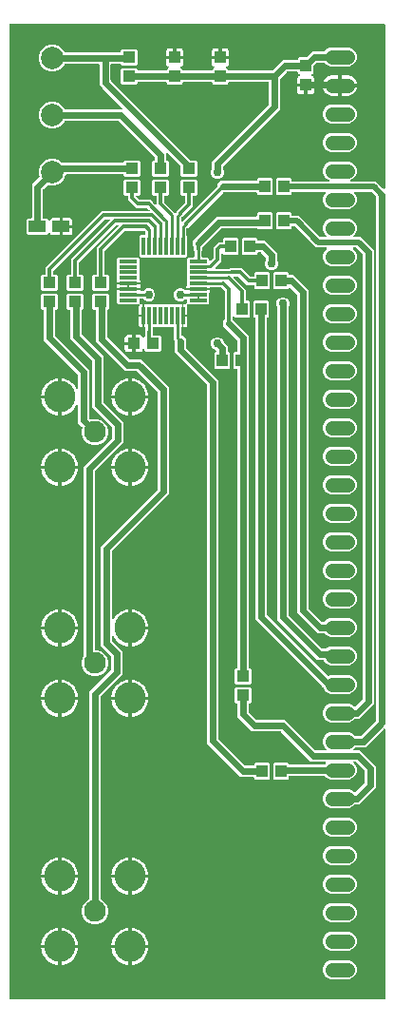
<source format=gbr>
G04 EAGLE Gerber RS-274X export*
G75*
%MOMM*%
%FSLAX34Y34*%
%LPD*%
%INBottom Copper*%
%IPPOS*%
%AMOC8*
5,1,8,0,0,1.08239X$1,22.5*%
G01*
%ADD10R,1.000000X1.100000*%
%ADD11R,1.100000X1.000000*%
%ADD12R,0.300000X1.600000*%
%ADD13R,1.600000X0.300000*%
%ADD14R,1.500000X1.000000*%
%ADD15C,1.308000*%
%ADD16C,2.000000*%
%ADD17C,2.800000*%
%ADD18C,1.930400*%
%ADD19C,0.609600*%
%ADD20C,0.756400*%
%ADD21C,0.254000*%
%ADD22C,0.200000*%
%ADD23C,0.508000*%
%ADD24C,0.304800*%

G36*
X344498Y10164D02*
X344498Y10164D01*
X344517Y10162D01*
X344619Y10184D01*
X344721Y10200D01*
X344738Y10210D01*
X344758Y10214D01*
X344847Y10267D01*
X344938Y10316D01*
X344952Y10330D01*
X344969Y10340D01*
X345036Y10419D01*
X345108Y10494D01*
X345116Y10512D01*
X345129Y10527D01*
X345168Y10623D01*
X345211Y10717D01*
X345213Y10737D01*
X345221Y10755D01*
X345239Y10922D01*
X345239Y250609D01*
X345228Y250680D01*
X345226Y250752D01*
X345208Y250801D01*
X345200Y250852D01*
X345166Y250915D01*
X345141Y250983D01*
X345109Y251024D01*
X345084Y251070D01*
X345033Y251119D01*
X344988Y251175D01*
X344944Y251203D01*
X344906Y251239D01*
X344841Y251269D01*
X344781Y251308D01*
X344730Y251321D01*
X344683Y251343D01*
X344612Y251351D01*
X344542Y251368D01*
X344490Y251364D01*
X344439Y251370D01*
X344368Y251354D01*
X344297Y251349D01*
X344249Y251329D01*
X344198Y251317D01*
X344137Y251281D01*
X344071Y251253D01*
X344015Y251208D01*
X343987Y251191D01*
X343972Y251173D01*
X343940Y251148D01*
X330954Y238162D01*
X327773Y234981D01*
X318685Y234981D01*
X318595Y234967D01*
X318504Y234959D01*
X318474Y234947D01*
X318442Y234942D01*
X318362Y234899D01*
X318278Y234863D01*
X318246Y234837D01*
X318225Y234826D01*
X318203Y234803D01*
X318147Y234758D01*
X316909Y233520D01*
X316867Y233462D01*
X316817Y233410D01*
X316796Y233363D01*
X316765Y233321D01*
X316744Y233252D01*
X316714Y233187D01*
X316708Y233135D01*
X316693Y233085D01*
X316695Y233014D01*
X316687Y232943D01*
X316698Y232892D01*
X316699Y232840D01*
X316724Y232772D01*
X316739Y232702D01*
X316766Y232657D01*
X316784Y232609D01*
X316828Y232553D01*
X316865Y232491D01*
X316905Y232457D01*
X316937Y232417D01*
X316998Y232378D01*
X317052Y232331D01*
X317100Y232312D01*
X317144Y232284D01*
X317214Y232266D01*
X317280Y232239D01*
X317352Y232231D01*
X317383Y232223D01*
X317406Y232225D01*
X317447Y232221D01*
X322924Y232221D01*
X337154Y217991D01*
X337154Y199204D01*
X322131Y184181D01*
X318685Y184181D01*
X318595Y184167D01*
X318504Y184159D01*
X318474Y184147D01*
X318442Y184142D01*
X318362Y184099D01*
X318278Y184063D01*
X318246Y184037D01*
X318225Y184026D01*
X318203Y184003D01*
X318147Y183958D01*
X316178Y181990D01*
X313039Y180689D01*
X296561Y180689D01*
X293422Y181990D01*
X291020Y184392D01*
X289719Y187531D01*
X289719Y190929D01*
X291020Y194068D01*
X293422Y196470D01*
X296561Y197771D01*
X313039Y197771D01*
X316178Y196470D01*
X317621Y195027D01*
X317637Y195016D01*
X317650Y195000D01*
X317737Y194944D01*
X317821Y194884D01*
X317840Y194878D01*
X317856Y194867D01*
X317957Y194842D01*
X318056Y194812D01*
X318076Y194812D01*
X318095Y194807D01*
X318198Y194815D01*
X318302Y194818D01*
X318320Y194825D01*
X318340Y194826D01*
X318435Y194867D01*
X318533Y194902D01*
X318548Y194915D01*
X318567Y194923D01*
X318698Y195027D01*
X326833Y203163D01*
X326886Y203237D01*
X326946Y203307D01*
X326958Y203337D01*
X326977Y203363D01*
X327004Y203450D01*
X327038Y203535D01*
X327042Y203576D01*
X327049Y203598D01*
X327048Y203630D01*
X327056Y203702D01*
X327056Y213493D01*
X327042Y213584D01*
X327034Y213674D01*
X327022Y213704D01*
X327017Y213736D01*
X326974Y213817D01*
X326938Y213901D01*
X326912Y213933D01*
X326901Y213954D01*
X326878Y213976D01*
X326833Y214032D01*
X318965Y221900D01*
X318891Y221953D01*
X318821Y222013D01*
X318791Y222025D01*
X318765Y222044D01*
X318678Y222071D01*
X318593Y222105D01*
X318552Y222109D01*
X318530Y222116D01*
X318498Y222115D01*
X318426Y222123D01*
X317763Y222123D01*
X317692Y222112D01*
X317621Y222110D01*
X317572Y222092D01*
X317520Y222084D01*
X317457Y222050D01*
X317390Y222025D01*
X317349Y221993D01*
X317303Y221968D01*
X317254Y221916D01*
X317198Y221872D01*
X317169Y221828D01*
X317133Y221790D01*
X317103Y221725D01*
X317065Y221665D01*
X317052Y221614D01*
X317030Y221567D01*
X317022Y221496D01*
X317004Y221426D01*
X317009Y221374D01*
X317003Y221323D01*
X317018Y221252D01*
X317024Y221181D01*
X317044Y221133D01*
X317055Y221082D01*
X317092Y221021D01*
X317120Y220955D01*
X317165Y220899D01*
X317181Y220871D01*
X317199Y220856D01*
X317225Y220824D01*
X318580Y219468D01*
X319881Y216329D01*
X319881Y212931D01*
X318580Y209792D01*
X316178Y207390D01*
X313039Y206089D01*
X296561Y206089D01*
X293422Y207390D01*
X291453Y209358D01*
X291379Y209411D01*
X291310Y209471D01*
X291280Y209483D01*
X291253Y209502D01*
X291167Y209529D01*
X291082Y209563D01*
X291041Y209567D01*
X291018Y209574D01*
X290986Y209573D01*
X290915Y209581D01*
X260102Y209581D01*
X260082Y209578D01*
X260063Y209580D01*
X259961Y209558D01*
X259859Y209542D01*
X259842Y209532D01*
X259822Y209528D01*
X259733Y209475D01*
X259642Y209426D01*
X259628Y209412D01*
X259611Y209402D01*
X259544Y209323D01*
X259472Y209248D01*
X259464Y209230D01*
X259451Y209215D01*
X259412Y209119D01*
X259369Y209025D01*
X259367Y209005D01*
X259359Y208987D01*
X259341Y208820D01*
X259341Y207031D01*
X258169Y205859D01*
X246511Y205859D01*
X245339Y207031D01*
X245339Y219689D01*
X246511Y220861D01*
X258169Y220861D01*
X259128Y219902D01*
X259202Y219849D01*
X259271Y219789D01*
X259301Y219777D01*
X259328Y219758D01*
X259414Y219731D01*
X259499Y219697D01*
X259540Y219693D01*
X259563Y219686D01*
X259595Y219687D01*
X259666Y219679D01*
X290915Y219679D01*
X291005Y219693D01*
X291096Y219701D01*
X291126Y219713D01*
X291158Y219718D01*
X291238Y219761D01*
X291322Y219797D01*
X291354Y219823D01*
X291375Y219834D01*
X291397Y219857D01*
X291453Y219902D01*
X292375Y220824D01*
X292417Y220882D01*
X292467Y220934D01*
X292488Y220981D01*
X292519Y221023D01*
X292540Y221092D01*
X292570Y221157D01*
X292576Y221209D01*
X292591Y221259D01*
X292589Y221330D01*
X292597Y221401D01*
X292586Y221452D01*
X292585Y221504D01*
X292560Y221572D01*
X292545Y221642D01*
X292518Y221687D01*
X292500Y221735D01*
X292456Y221791D01*
X292419Y221853D01*
X292379Y221887D01*
X292347Y221927D01*
X292286Y221966D01*
X292232Y222013D01*
X292184Y222032D01*
X292140Y222060D01*
X292070Y222078D01*
X292004Y222105D01*
X291932Y222113D01*
X291901Y222121D01*
X291878Y222119D01*
X291837Y222123D01*
X278737Y222123D01*
X275556Y225304D01*
X252132Y248728D01*
X252058Y248781D01*
X251988Y248841D01*
X251958Y248853D01*
X251932Y248872D01*
X251845Y248899D01*
X251760Y248933D01*
X251719Y248937D01*
X251697Y248944D01*
X251665Y248943D01*
X251593Y248951D01*
X226509Y248951D01*
X213391Y262069D01*
X213391Y273298D01*
X213388Y273318D01*
X213390Y273337D01*
X213368Y273439D01*
X213352Y273541D01*
X213342Y273558D01*
X213338Y273578D01*
X213285Y273667D01*
X213236Y273758D01*
X213222Y273772D01*
X213212Y273789D01*
X213133Y273856D01*
X213058Y273928D01*
X213040Y273936D01*
X213025Y273949D01*
X212929Y273988D01*
X212835Y274031D01*
X212815Y274033D01*
X212797Y274041D01*
X212630Y274059D01*
X212111Y274059D01*
X210939Y275231D01*
X210939Y286889D01*
X212111Y288061D01*
X224769Y288061D01*
X225941Y286889D01*
X225941Y275231D01*
X224769Y274059D01*
X224250Y274059D01*
X224230Y274056D01*
X224211Y274058D01*
X224109Y274036D01*
X224007Y274020D01*
X223990Y274010D01*
X223970Y274006D01*
X223881Y273953D01*
X223790Y273904D01*
X223776Y273890D01*
X223759Y273880D01*
X223692Y273801D01*
X223620Y273726D01*
X223612Y273708D01*
X223599Y273693D01*
X223560Y273597D01*
X223517Y273503D01*
X223515Y273483D01*
X223507Y273465D01*
X223489Y273298D01*
X223489Y266567D01*
X223503Y266476D01*
X223511Y266386D01*
X223523Y266356D01*
X223528Y266324D01*
X223571Y266243D01*
X223607Y266159D01*
X223633Y266127D01*
X223644Y266106D01*
X223667Y266084D01*
X223712Y266028D01*
X230468Y259272D01*
X230542Y259219D01*
X230612Y259159D01*
X230642Y259147D01*
X230668Y259128D01*
X230755Y259101D01*
X230840Y259067D01*
X230881Y259063D01*
X230903Y259056D01*
X230935Y259057D01*
X231007Y259049D01*
X256091Y259049D01*
X259272Y255868D01*
X282696Y232444D01*
X282770Y232391D01*
X282840Y232331D01*
X282870Y232319D01*
X282896Y232300D01*
X282983Y232273D01*
X283068Y232239D01*
X283109Y232235D01*
X283131Y232228D01*
X283163Y232229D01*
X283235Y232221D01*
X292153Y232221D01*
X292224Y232232D01*
X292295Y232234D01*
X292344Y232252D01*
X292396Y232260D01*
X292459Y232294D01*
X292526Y232319D01*
X292567Y232351D01*
X292613Y232376D01*
X292662Y232428D01*
X292718Y232472D01*
X292747Y232516D01*
X292783Y232554D01*
X292813Y232619D01*
X292851Y232679D01*
X292864Y232730D01*
X292886Y232777D01*
X292894Y232848D01*
X292912Y232918D01*
X292907Y232970D01*
X292913Y233021D01*
X292898Y233092D01*
X292892Y233163D01*
X292872Y233211D01*
X292861Y233262D01*
X292824Y233323D01*
X292796Y233389D01*
X292751Y233445D01*
X292735Y233473D01*
X292717Y233488D01*
X292691Y233520D01*
X291020Y235192D01*
X289719Y238331D01*
X289719Y241729D01*
X291020Y244868D01*
X293422Y247270D01*
X296561Y248571D01*
X313039Y248571D01*
X316178Y247270D01*
X318147Y245302D01*
X318221Y245249D01*
X318290Y245189D01*
X318320Y245177D01*
X318347Y245158D01*
X318433Y245131D01*
X318518Y245097D01*
X318559Y245093D01*
X318582Y245086D01*
X318614Y245087D01*
X318685Y245079D01*
X323275Y245079D01*
X323366Y245093D01*
X323456Y245101D01*
X323486Y245113D01*
X323518Y245118D01*
X323599Y245161D01*
X323683Y245197D01*
X323715Y245223D01*
X323736Y245234D01*
X323758Y245257D01*
X323814Y245302D01*
X336920Y258408D01*
X336973Y258482D01*
X337033Y258552D01*
X337045Y258582D01*
X337064Y258608D01*
X337091Y258695D01*
X337125Y258780D01*
X337129Y258821D01*
X337136Y258843D01*
X337135Y258875D01*
X337143Y258947D01*
X337143Y725460D01*
X337129Y725550D01*
X337121Y725641D01*
X337109Y725671D01*
X337104Y725703D01*
X337061Y725783D01*
X337025Y725867D01*
X336999Y725899D01*
X336988Y725920D01*
X336965Y725942D01*
X336920Y725998D01*
X333622Y729296D01*
X333548Y729349D01*
X333479Y729409D01*
X333449Y729421D01*
X333422Y729440D01*
X333335Y729467D01*
X333251Y729501D01*
X333210Y729505D01*
X333187Y729512D01*
X333155Y729511D01*
X333084Y729519D01*
X318367Y729519D01*
X318296Y729508D01*
X318225Y729506D01*
X318176Y729488D01*
X318124Y729480D01*
X318061Y729446D01*
X317994Y729421D01*
X317953Y729389D01*
X317907Y729364D01*
X317858Y729312D01*
X317802Y729268D01*
X317773Y729224D01*
X317737Y729186D01*
X317707Y729121D01*
X317669Y729061D01*
X317656Y729010D01*
X317634Y728963D01*
X317626Y728892D01*
X317608Y728822D01*
X317613Y728770D01*
X317607Y728719D01*
X317622Y728648D01*
X317628Y728577D01*
X317648Y728529D01*
X317659Y728478D01*
X317696Y728417D01*
X317724Y728351D01*
X317769Y728295D01*
X317785Y728267D01*
X317803Y728252D01*
X317829Y728220D01*
X318580Y727468D01*
X319881Y724329D01*
X319881Y720931D01*
X318580Y717792D01*
X316178Y715390D01*
X313039Y714089D01*
X296561Y714089D01*
X293422Y715390D01*
X291020Y717792D01*
X289719Y720931D01*
X289719Y724329D01*
X291020Y727468D01*
X291771Y728220D01*
X291813Y728278D01*
X291863Y728330D01*
X291884Y728377D01*
X291915Y728419D01*
X291936Y728488D01*
X291966Y728553D01*
X291972Y728605D01*
X291987Y728655D01*
X291985Y728726D01*
X291993Y728797D01*
X291982Y728848D01*
X291981Y728900D01*
X291956Y728968D01*
X291941Y729038D01*
X291914Y729083D01*
X291896Y729131D01*
X291852Y729187D01*
X291815Y729249D01*
X291775Y729283D01*
X291743Y729323D01*
X291682Y729362D01*
X291628Y729409D01*
X291580Y729428D01*
X291536Y729456D01*
X291466Y729474D01*
X291400Y729501D01*
X291328Y729509D01*
X291297Y729517D01*
X291274Y729515D01*
X291233Y729519D01*
X262642Y729519D01*
X262622Y729516D01*
X262603Y729518D01*
X262501Y729496D01*
X262399Y729480D01*
X262382Y729470D01*
X262362Y729466D01*
X262273Y729413D01*
X262182Y729364D01*
X262168Y729350D01*
X262151Y729340D01*
X262084Y729261D01*
X262012Y729186D01*
X262004Y729168D01*
X261991Y729153D01*
X261952Y729057D01*
X261909Y728963D01*
X261907Y728943D01*
X261899Y728925D01*
X261881Y728758D01*
X261881Y727731D01*
X260709Y726559D01*
X249051Y726559D01*
X247879Y727731D01*
X247879Y740389D01*
X249051Y741561D01*
X260709Y741561D01*
X261881Y740389D01*
X261881Y739362D01*
X261884Y739342D01*
X261882Y739323D01*
X261904Y739221D01*
X261920Y739119D01*
X261930Y739102D01*
X261934Y739082D01*
X261987Y738993D01*
X262036Y738902D01*
X262050Y738888D01*
X262060Y738871D01*
X262139Y738804D01*
X262214Y738732D01*
X262232Y738724D01*
X262247Y738711D01*
X262343Y738672D01*
X262437Y738629D01*
X262457Y738627D01*
X262475Y738619D01*
X262642Y738601D01*
X294879Y738601D01*
X294975Y738616D01*
X295072Y738626D01*
X295096Y738636D01*
X295122Y738640D01*
X295208Y738686D01*
X295297Y738726D01*
X295316Y738743D01*
X295339Y738756D01*
X295406Y738826D01*
X295478Y738892D01*
X295491Y738915D01*
X295509Y738934D01*
X295550Y739022D01*
X295597Y739108D01*
X295601Y739133D01*
X295612Y739157D01*
X295623Y739254D01*
X295640Y739350D01*
X295637Y739376D01*
X295639Y739401D01*
X295619Y739497D01*
X295605Y739593D01*
X295593Y739616D01*
X295587Y739642D01*
X295537Y739725D01*
X295493Y739812D01*
X295474Y739831D01*
X295461Y739853D01*
X295387Y739916D01*
X295317Y739984D01*
X295289Y740000D01*
X295274Y740013D01*
X295243Y740025D01*
X295171Y740065D01*
X293422Y740790D01*
X291020Y743192D01*
X289719Y746331D01*
X289719Y749729D01*
X291020Y752868D01*
X293422Y755270D01*
X296561Y756571D01*
X313039Y756571D01*
X316178Y755270D01*
X318580Y752868D01*
X319881Y749729D01*
X319881Y746331D01*
X318580Y743192D01*
X316178Y740790D01*
X314429Y740065D01*
X314347Y740014D01*
X314261Y739968D01*
X314243Y739949D01*
X314220Y739936D01*
X314158Y739861D01*
X314091Y739790D01*
X314080Y739766D01*
X314064Y739746D01*
X314029Y739655D01*
X313988Y739567D01*
X313985Y739541D01*
X313975Y739517D01*
X313971Y739419D01*
X313961Y739323D01*
X313966Y739297D01*
X313965Y739271D01*
X313992Y739177D01*
X314013Y739082D01*
X314026Y739060D01*
X314034Y739035D01*
X314089Y738955D01*
X314139Y738871D01*
X314159Y738854D01*
X314174Y738833D01*
X314252Y738774D01*
X314326Y738711D01*
X314350Y738701D01*
X314371Y738686D01*
X314464Y738656D01*
X314554Y738619D01*
X314587Y738616D01*
X314605Y738610D01*
X314638Y738610D01*
X314721Y738601D01*
X337161Y738601D01*
X343342Y732420D01*
X343416Y732367D01*
X343485Y732307D01*
X343515Y732295D01*
X343542Y732276D01*
X343629Y732249D01*
X343713Y732215D01*
X343754Y732211D01*
X343777Y732204D01*
X343809Y732205D01*
X343880Y732197D01*
X344478Y732197D01*
X344498Y732200D01*
X344517Y732198D01*
X344619Y732220D01*
X344721Y732236D01*
X344738Y732246D01*
X344758Y732250D01*
X344847Y732303D01*
X344938Y732352D01*
X344952Y732366D01*
X344969Y732376D01*
X345036Y732455D01*
X345108Y732530D01*
X345116Y732548D01*
X345129Y732563D01*
X345168Y732659D01*
X345211Y732753D01*
X345213Y732773D01*
X345221Y732791D01*
X345239Y732958D01*
X345239Y878078D01*
X345236Y878098D01*
X345238Y878117D01*
X345216Y878219D01*
X345200Y878321D01*
X345190Y878338D01*
X345186Y878358D01*
X345133Y878447D01*
X345084Y878538D01*
X345070Y878552D01*
X345060Y878569D01*
X344981Y878636D01*
X344906Y878708D01*
X344888Y878716D01*
X344873Y878729D01*
X344777Y878768D01*
X344683Y878811D01*
X344663Y878813D01*
X344645Y878821D01*
X344478Y878839D01*
X10922Y878839D01*
X10902Y878836D01*
X10883Y878838D01*
X10781Y878816D01*
X10679Y878800D01*
X10662Y878790D01*
X10642Y878786D01*
X10553Y878733D01*
X10462Y878684D01*
X10448Y878670D01*
X10431Y878660D01*
X10364Y878581D01*
X10292Y878506D01*
X10284Y878488D01*
X10271Y878473D01*
X10232Y878377D01*
X10189Y878283D01*
X10187Y878263D01*
X10179Y878245D01*
X10161Y878078D01*
X10161Y10922D01*
X10164Y10902D01*
X10162Y10883D01*
X10184Y10781D01*
X10200Y10679D01*
X10210Y10662D01*
X10214Y10642D01*
X10267Y10553D01*
X10316Y10462D01*
X10330Y10448D01*
X10340Y10431D01*
X10419Y10364D01*
X10494Y10292D01*
X10512Y10284D01*
X10527Y10271D01*
X10623Y10232D01*
X10717Y10189D01*
X10737Y10187D01*
X10755Y10179D01*
X10922Y10161D01*
X344478Y10161D01*
X344498Y10164D01*
G37*
%LPC*%
G36*
X84042Y77247D02*
X84042Y77247D01*
X79759Y79021D01*
X76481Y82299D01*
X74707Y86582D01*
X74707Y91218D01*
X76481Y95501D01*
X79759Y98779D01*
X80841Y99227D01*
X80941Y99288D01*
X81041Y99348D01*
X81045Y99353D01*
X81050Y99357D01*
X81125Y99446D01*
X81201Y99535D01*
X81203Y99541D01*
X81207Y99546D01*
X81249Y99654D01*
X81293Y99764D01*
X81294Y99771D01*
X81295Y99776D01*
X81296Y99794D01*
X81311Y99930D01*
X81311Y284235D01*
X100392Y303316D01*
X100445Y303390D01*
X100505Y303460D01*
X100517Y303490D01*
X100536Y303516D01*
X100563Y303603D01*
X100597Y303688D01*
X100601Y303729D01*
X100608Y303751D01*
X100607Y303783D01*
X100615Y303855D01*
X100615Y315905D01*
X100601Y315995D01*
X100593Y316086D01*
X100581Y316116D01*
X100576Y316148D01*
X100533Y316229D01*
X100497Y316313D01*
X100471Y316345D01*
X100460Y316365D01*
X100437Y316388D01*
X100392Y316444D01*
X91505Y325331D01*
X91505Y413640D01*
X142048Y464183D01*
X142101Y464257D01*
X142161Y464327D01*
X142173Y464357D01*
X142192Y464383D01*
X142219Y464470D01*
X142253Y464555D01*
X142257Y464596D01*
X142264Y464618D01*
X142263Y464650D01*
X142271Y464722D01*
X142271Y551313D01*
X142257Y551404D01*
X142249Y551494D01*
X142237Y551524D01*
X142232Y551556D01*
X142189Y551637D01*
X142153Y551721D01*
X142127Y551753D01*
X142116Y551774D01*
X142093Y551796D01*
X142048Y551852D01*
X123879Y570021D01*
X123805Y570074D01*
X123736Y570133D01*
X123706Y570145D01*
X123680Y570164D01*
X123593Y570191D01*
X123508Y570225D01*
X123467Y570230D01*
X123444Y570237D01*
X123412Y570236D01*
X123341Y570244D01*
X113461Y570244D01*
X110281Y573424D01*
X90588Y593117D01*
X87407Y596298D01*
X87407Y623818D01*
X87404Y623838D01*
X87406Y623857D01*
X87384Y623959D01*
X87368Y624061D01*
X87358Y624078D01*
X87354Y624098D01*
X87301Y624187D01*
X87252Y624278D01*
X87238Y624292D01*
X87228Y624309D01*
X87149Y624376D01*
X87074Y624448D01*
X87056Y624456D01*
X87041Y624469D01*
X86945Y624508D01*
X86851Y624551D01*
X86831Y624553D01*
X86813Y624561D01*
X86646Y624579D01*
X85111Y624579D01*
X83939Y625751D01*
X83939Y637409D01*
X85111Y638581D01*
X97769Y638581D01*
X98941Y637409D01*
X98941Y625751D01*
X97728Y624538D01*
X97675Y624464D01*
X97615Y624395D01*
X97603Y624365D01*
X97584Y624339D01*
X97557Y624252D01*
X97523Y624167D01*
X97519Y624126D01*
X97512Y624103D01*
X97513Y624071D01*
X97505Y624000D01*
X97505Y600795D01*
X97519Y600705D01*
X97527Y600614D01*
X97539Y600585D01*
X97544Y600553D01*
X97587Y600472D01*
X97623Y600388D01*
X97649Y600356D01*
X97660Y600335D01*
X97683Y600313D01*
X97728Y600257D01*
X117421Y580564D01*
X117495Y580511D01*
X117564Y580452D01*
X117594Y580439D01*
X117620Y580421D01*
X117707Y580394D01*
X117792Y580360D01*
X117833Y580355D01*
X117855Y580348D01*
X117888Y580349D01*
X117959Y580341D01*
X127839Y580341D01*
X152369Y555811D01*
X152369Y460224D01*
X101825Y409680D01*
X101772Y409606D01*
X101712Y409537D01*
X101700Y409507D01*
X101681Y409480D01*
X101655Y409394D01*
X101621Y409309D01*
X101616Y409268D01*
X101609Y409245D01*
X101610Y409213D01*
X101602Y409142D01*
X101602Y349289D01*
X101610Y349242D01*
X101608Y349194D01*
X101630Y349121D01*
X101642Y349047D01*
X101664Y349004D01*
X101678Y348958D01*
X101721Y348896D01*
X101757Y348829D01*
X101792Y348796D01*
X101819Y348757D01*
X101880Y348712D01*
X101935Y348660D01*
X101979Y348640D01*
X102017Y348611D01*
X102090Y348588D01*
X102158Y348556D01*
X102206Y348551D01*
X102252Y348536D01*
X102328Y348537D01*
X102403Y348529D01*
X102450Y348539D01*
X102498Y348540D01*
X102569Y348565D01*
X102643Y348581D01*
X102684Y348606D01*
X102730Y348622D01*
X102789Y348669D01*
X102854Y348707D01*
X102885Y348744D01*
X102923Y348774D01*
X103000Y348877D01*
X103014Y348894D01*
X103017Y348901D01*
X103023Y348909D01*
X103877Y350389D01*
X105197Y352109D01*
X106731Y353643D01*
X108451Y354963D01*
X110328Y356047D01*
X112332Y356877D01*
X114426Y357438D01*
X116137Y357663D01*
X116137Y341942D01*
X116140Y341922D01*
X116138Y341903D01*
X116160Y341801D01*
X116177Y341699D01*
X116186Y341682D01*
X116190Y341662D01*
X116243Y341573D01*
X116292Y341482D01*
X116306Y341468D01*
X116316Y341451D01*
X116395Y341384D01*
X116470Y341313D01*
X116488Y341304D01*
X116503Y341291D01*
X116599Y341253D01*
X116693Y341209D01*
X116713Y341207D01*
X116731Y341199D01*
X116898Y341181D01*
X117661Y341181D01*
X117661Y341179D01*
X116898Y341179D01*
X116878Y341176D01*
X116859Y341178D01*
X116757Y341156D01*
X116655Y341139D01*
X116638Y341130D01*
X116618Y341126D01*
X116529Y341073D01*
X116438Y341024D01*
X116424Y341010D01*
X116407Y341000D01*
X116340Y340921D01*
X116269Y340846D01*
X116260Y340828D01*
X116247Y340813D01*
X116208Y340717D01*
X116165Y340623D01*
X116163Y340603D01*
X116155Y340585D01*
X116137Y340418D01*
X116137Y324697D01*
X114426Y324922D01*
X112332Y325483D01*
X110328Y326313D01*
X108451Y327397D01*
X106731Y328717D01*
X105197Y330251D01*
X103877Y331971D01*
X103023Y333451D01*
X102992Y333489D01*
X102970Y333531D01*
X102915Y333583D01*
X102867Y333642D01*
X102826Y333667D01*
X102791Y333700D01*
X102723Y333732D01*
X102658Y333772D01*
X102612Y333784D01*
X102568Y333804D01*
X102493Y333812D01*
X102419Y333830D01*
X102371Y333826D01*
X102324Y333831D01*
X102250Y333815D01*
X102174Y333808D01*
X102130Y333789D01*
X102083Y333779D01*
X102018Y333740D01*
X101949Y333709D01*
X101913Y333677D01*
X101872Y333653D01*
X101823Y333595D01*
X101767Y333544D01*
X101744Y333502D01*
X101712Y333466D01*
X101684Y333395D01*
X101647Y333329D01*
X101638Y333282D01*
X101621Y333237D01*
X101606Y333109D01*
X101602Y333087D01*
X101603Y333081D01*
X101602Y333071D01*
X101602Y329829D01*
X101617Y329739D01*
X101624Y329648D01*
X101637Y329618D01*
X101642Y329586D01*
X101685Y329506D01*
X101720Y329422D01*
X101746Y329390D01*
X101757Y329369D01*
X101780Y329347D01*
X101825Y329291D01*
X110713Y320403D01*
X110713Y299357D01*
X91632Y280276D01*
X91579Y280202D01*
X91519Y280132D01*
X91507Y280102D01*
X91488Y280076D01*
X91461Y279989D01*
X91427Y279904D01*
X91423Y279863D01*
X91416Y279841D01*
X91417Y279809D01*
X91409Y279738D01*
X91409Y99930D01*
X91428Y99815D01*
X91445Y99699D01*
X91447Y99694D01*
X91448Y99687D01*
X91503Y99585D01*
X91556Y99480D01*
X91561Y99476D01*
X91564Y99470D01*
X91648Y99390D01*
X91732Y99308D01*
X91738Y99304D01*
X91742Y99301D01*
X91759Y99293D01*
X91879Y99227D01*
X92961Y98779D01*
X96239Y95501D01*
X98013Y91218D01*
X98013Y86582D01*
X96239Y82299D01*
X92961Y79021D01*
X88678Y77247D01*
X84042Y77247D01*
G37*
%LPD*%
%LPC*%
G36*
X212111Y291059D02*
X212111Y291059D01*
X210939Y292231D01*
X210939Y303889D01*
X212111Y305061D01*
X212630Y305061D01*
X212650Y305064D01*
X212669Y305062D01*
X212771Y305084D01*
X212873Y305100D01*
X212890Y305110D01*
X212910Y305114D01*
X212999Y305167D01*
X213090Y305216D01*
X213104Y305230D01*
X213121Y305240D01*
X213188Y305319D01*
X213260Y305394D01*
X213268Y305412D01*
X213281Y305427D01*
X213320Y305523D01*
X213363Y305617D01*
X213365Y305637D01*
X213373Y305655D01*
X213391Y305822D01*
X213391Y570858D01*
X213388Y570878D01*
X213390Y570897D01*
X213368Y570999D01*
X213352Y571101D01*
X213342Y571118D01*
X213338Y571138D01*
X213285Y571227D01*
X213236Y571318D01*
X213222Y571332D01*
X213212Y571349D01*
X213133Y571416D01*
X213058Y571488D01*
X213040Y571496D01*
X213025Y571509D01*
X212929Y571548D01*
X212835Y571591D01*
X212815Y571593D01*
X212797Y571601D01*
X212630Y571619D01*
X210951Y571619D01*
X209779Y572791D01*
X209779Y585449D01*
X210951Y586621D01*
X212630Y586621D01*
X212650Y586624D01*
X212669Y586622D01*
X212771Y586644D01*
X212873Y586660D01*
X212890Y586670D01*
X212910Y586674D01*
X212999Y586727D01*
X213090Y586776D01*
X213104Y586790D01*
X213121Y586800D01*
X213188Y586879D01*
X213260Y586954D01*
X213268Y586972D01*
X213281Y586987D01*
X213320Y587083D01*
X213363Y587177D01*
X213365Y587197D01*
X213373Y587215D01*
X213391Y587382D01*
X213391Y597033D01*
X213377Y597124D01*
X213369Y597214D01*
X213357Y597244D01*
X213352Y597276D01*
X213309Y597357D01*
X213273Y597441D01*
X213247Y597473D01*
X213236Y597494D01*
X213213Y597516D01*
X213168Y597572D01*
X200691Y610049D01*
X200691Y614231D01*
X201992Y615532D01*
X202045Y615606D01*
X202105Y615676D01*
X202117Y615706D01*
X202136Y615732D01*
X202163Y615819D01*
X202197Y615904D01*
X202201Y615945D01*
X202208Y615967D01*
X202207Y615999D01*
X202215Y616071D01*
X202215Y640845D01*
X202201Y640935D01*
X202193Y641026D01*
X202181Y641055D01*
X202176Y641087D01*
X202133Y641168D01*
X202097Y641252D01*
X202071Y641284D01*
X202060Y641305D01*
X202037Y641327D01*
X201992Y641383D01*
X199129Y644246D01*
X199055Y644299D01*
X198986Y644359D01*
X198955Y644371D01*
X198929Y644390D01*
X198842Y644417D01*
X198757Y644451D01*
X198716Y644455D01*
X198694Y644462D01*
X198662Y644461D01*
X198591Y644469D01*
X189622Y644469D01*
X189602Y644466D01*
X189583Y644468D01*
X189481Y644446D01*
X189379Y644430D01*
X189362Y644420D01*
X189342Y644416D01*
X189253Y644363D01*
X189162Y644314D01*
X189148Y644300D01*
X189131Y644290D01*
X189064Y644211D01*
X188992Y644136D01*
X188984Y644118D01*
X188971Y644103D01*
X188932Y644007D01*
X188889Y643913D01*
X188887Y643893D01*
X188879Y643875D01*
X188861Y643708D01*
X188861Y643501D01*
X178320Y643501D01*
X167779Y643501D01*
X167779Y644574D01*
X167952Y645221D01*
X168217Y645679D01*
X168258Y645786D01*
X168301Y645893D01*
X168302Y645903D01*
X168304Y645910D01*
X168305Y645932D01*
X168319Y646060D01*
X168319Y670069D01*
X169491Y671241D01*
X174288Y671241D01*
X174308Y671244D01*
X174327Y671242D01*
X174429Y671264D01*
X174531Y671280D01*
X174548Y671290D01*
X174568Y671294D01*
X174657Y671347D01*
X174748Y671396D01*
X174762Y671410D01*
X174779Y671420D01*
X174846Y671499D01*
X174918Y671574D01*
X174926Y671592D01*
X174939Y671607D01*
X174978Y671703D01*
X175021Y671797D01*
X175023Y671817D01*
X175031Y671835D01*
X175049Y672002D01*
X175049Y676151D01*
X175035Y676241D01*
X175027Y676332D01*
X175015Y676361D01*
X175010Y676393D01*
X174967Y676474D01*
X174931Y676558D01*
X174905Y676590D01*
X174894Y676611D01*
X174871Y676633D01*
X174826Y676689D01*
X174795Y676720D01*
X174795Y679849D01*
X174781Y679940D01*
X174773Y680030D01*
X174761Y680060D01*
X174756Y680092D01*
X174713Y680173D01*
X174677Y680257D01*
X174651Y680289D01*
X174640Y680310D01*
X174617Y680332D01*
X174572Y680388D01*
X173271Y681689D01*
X173271Y685871D01*
X194759Y707359D01*
X230118Y707359D01*
X230138Y707362D01*
X230157Y707360D01*
X230259Y707382D01*
X230361Y707398D01*
X230378Y707408D01*
X230398Y707412D01*
X230487Y707465D01*
X230578Y707514D01*
X230592Y707528D01*
X230609Y707538D01*
X230676Y707617D01*
X230748Y707692D01*
X230756Y707710D01*
X230769Y707725D01*
X230808Y707821D01*
X230851Y707915D01*
X230853Y707935D01*
X230861Y707953D01*
X230879Y708120D01*
X230879Y709909D01*
X232051Y711081D01*
X243709Y711081D01*
X244881Y709909D01*
X244881Y697251D01*
X243709Y696079D01*
X232051Y696079D01*
X231092Y697038D01*
X231018Y697091D01*
X230949Y697151D01*
X230919Y697163D01*
X230892Y697182D01*
X230806Y697209D01*
X230721Y697243D01*
X230680Y697247D01*
X230657Y697254D01*
X230625Y697253D01*
X230554Y697261D01*
X199257Y697261D01*
X199166Y697247D01*
X199076Y697239D01*
X199046Y697227D01*
X199014Y697222D01*
X198933Y697179D01*
X198849Y697143D01*
X198817Y697117D01*
X198796Y697106D01*
X198774Y697083D01*
X198718Y697038D01*
X182068Y680388D01*
X182015Y680314D01*
X181955Y680244D01*
X181943Y680214D01*
X181924Y680188D01*
X181897Y680101D01*
X181863Y680016D01*
X181859Y679975D01*
X181852Y679953D01*
X181853Y679921D01*
X181845Y679849D01*
X181845Y676720D01*
X181814Y676689D01*
X181761Y676615D01*
X181701Y676546D01*
X181689Y676515D01*
X181670Y676489D01*
X181643Y676402D01*
X181609Y676317D01*
X181605Y676276D01*
X181598Y676254D01*
X181599Y676222D01*
X181591Y676151D01*
X181591Y672002D01*
X181594Y671982D01*
X181592Y671963D01*
X181614Y671861D01*
X181630Y671759D01*
X181640Y671742D01*
X181644Y671722D01*
X181697Y671633D01*
X181746Y671542D01*
X181760Y671528D01*
X181770Y671511D01*
X181849Y671444D01*
X181924Y671372D01*
X181942Y671364D01*
X181957Y671351D01*
X182053Y671312D01*
X182147Y671269D01*
X182167Y671267D01*
X182185Y671259D01*
X182352Y671241D01*
X187149Y671241D01*
X188321Y670069D01*
X188321Y668463D01*
X188332Y668393D01*
X188334Y668321D01*
X188352Y668272D01*
X188360Y668221D01*
X188394Y668157D01*
X188419Y668090D01*
X188451Y668049D01*
X188476Y668003D01*
X188528Y667954D01*
X188572Y667898D01*
X188616Y667870D01*
X188654Y667834D01*
X188719Y667804D01*
X188779Y667765D01*
X188830Y667752D01*
X188877Y667730D01*
X188948Y667722D01*
X189018Y667705D01*
X189070Y667709D01*
X189121Y667703D01*
X189192Y667718D01*
X189263Y667724D01*
X189311Y667744D01*
X189362Y667755D01*
X189423Y667792D01*
X189489Y667820D01*
X189545Y667865D01*
X189573Y667881D01*
X189588Y667899D01*
X189620Y667925D01*
X191832Y670137D01*
X191885Y670211D01*
X191945Y670280D01*
X191957Y670311D01*
X191976Y670337D01*
X192003Y670424D01*
X192037Y670509D01*
X192041Y670550D01*
X192048Y670572D01*
X192047Y670604D01*
X192055Y670675D01*
X192055Y679640D01*
X194343Y681928D01*
X194372Y681957D01*
X196660Y684245D01*
X199638Y684245D01*
X199658Y684248D01*
X199677Y684246D01*
X199779Y684268D01*
X199881Y684284D01*
X199898Y684294D01*
X199918Y684298D01*
X200007Y684351D01*
X200098Y684400D01*
X200112Y684414D01*
X200129Y684424D01*
X200196Y684503D01*
X200268Y684578D01*
X200276Y684596D01*
X200289Y684611D01*
X200328Y684707D01*
X200371Y684801D01*
X200373Y684821D01*
X200381Y684839D01*
X200399Y685006D01*
X200399Y687049D01*
X201571Y688221D01*
X213229Y688221D01*
X214401Y687049D01*
X214401Y674391D01*
X213229Y673219D01*
X201571Y673219D01*
X200404Y674386D01*
X200346Y674428D01*
X200294Y674478D01*
X200247Y674499D01*
X200205Y674530D01*
X200136Y674551D01*
X200071Y674581D01*
X200019Y674587D01*
X199969Y674602D01*
X199898Y674600D01*
X199827Y674608D01*
X199776Y674597D01*
X199724Y674596D01*
X199656Y674571D01*
X199586Y674556D01*
X199541Y674529D01*
X199493Y674511D01*
X199437Y674467D01*
X199375Y674430D01*
X199341Y674390D01*
X199301Y674358D01*
X199262Y674297D01*
X199215Y674243D01*
X199196Y674195D01*
X199168Y674151D01*
X199150Y674081D01*
X199123Y674015D01*
X199115Y673943D01*
X199107Y673912D01*
X199109Y673889D01*
X199105Y673848D01*
X199105Y667440D01*
X196817Y665152D01*
X193975Y662310D01*
X193933Y662252D01*
X193884Y662200D01*
X193862Y662153D01*
X193831Y662111D01*
X193810Y662042D01*
X193780Y661977D01*
X193774Y661925D01*
X193759Y661875D01*
X193761Y661804D01*
X193753Y661733D01*
X193764Y661682D01*
X193765Y661630D01*
X193790Y661562D01*
X193805Y661492D01*
X193832Y661447D01*
X193850Y661399D01*
X193895Y661343D01*
X193931Y661281D01*
X193971Y661247D01*
X194004Y661207D01*
X194064Y661168D01*
X194118Y661121D01*
X194167Y661102D01*
X194211Y661074D01*
X194280Y661056D01*
X194347Y661029D01*
X194418Y661021D01*
X194449Y661013D01*
X194472Y661015D01*
X194513Y661011D01*
X206131Y661011D01*
X206221Y661025D01*
X206312Y661033D01*
X206341Y661045D01*
X206373Y661050D01*
X206454Y661093D01*
X206538Y661129D01*
X206570Y661155D01*
X206591Y661166D01*
X206608Y661183D01*
X206610Y661184D01*
X206617Y661192D01*
X206669Y661234D01*
X206820Y661385D01*
X217360Y661385D01*
X224757Y653988D01*
X224831Y653935D01*
X224900Y653875D01*
X224931Y653863D01*
X224957Y653844D01*
X225044Y653817D01*
X225129Y653783D01*
X225170Y653779D01*
X225192Y653772D01*
X225224Y653773D01*
X225295Y653765D01*
X227578Y653765D01*
X227598Y653768D01*
X227617Y653766D01*
X227719Y653788D01*
X227821Y653804D01*
X227838Y653814D01*
X227858Y653818D01*
X227947Y653871D01*
X228038Y653920D01*
X228052Y653934D01*
X228069Y653944D01*
X228136Y654023D01*
X228208Y654098D01*
X228216Y654116D01*
X228229Y654131D01*
X228268Y654227D01*
X228311Y654321D01*
X228313Y654341D01*
X228321Y654359D01*
X228339Y654526D01*
X228339Y656569D01*
X229511Y657741D01*
X241169Y657741D01*
X242341Y656569D01*
X242341Y643911D01*
X241169Y642739D01*
X229511Y642739D01*
X228339Y643911D01*
X228339Y645954D01*
X228336Y645974D01*
X228338Y645993D01*
X228316Y646095D01*
X228300Y646197D01*
X228290Y646214D01*
X228286Y646234D01*
X228233Y646323D01*
X228184Y646414D01*
X228170Y646428D01*
X228160Y646445D01*
X228081Y646512D01*
X228006Y646584D01*
X227988Y646592D01*
X227973Y646605D01*
X227877Y646644D01*
X227783Y646687D01*
X227763Y646689D01*
X227745Y646697D01*
X227578Y646715D01*
X222060Y646715D01*
X214663Y654112D01*
X214589Y654165D01*
X214520Y654225D01*
X214489Y654237D01*
X214463Y654256D01*
X214376Y654283D01*
X214291Y654317D01*
X214250Y654321D01*
X214228Y654328D01*
X214196Y654327D01*
X214125Y654335D01*
X211007Y654335D01*
X210937Y654324D01*
X210865Y654322D01*
X210816Y654304D01*
X210765Y654296D01*
X210701Y654262D01*
X210634Y654237D01*
X210593Y654205D01*
X210547Y654180D01*
X210498Y654128D01*
X210442Y654084D01*
X210414Y654040D01*
X210378Y654002D01*
X210348Y653937D01*
X210309Y653877D01*
X210296Y653826D01*
X210274Y653779D01*
X210266Y653708D01*
X210249Y653638D01*
X210253Y653586D01*
X210247Y653535D01*
X210262Y653464D01*
X210268Y653393D01*
X210288Y653345D01*
X210299Y653294D01*
X210336Y653233D01*
X210364Y653167D01*
X210409Y653111D01*
X210425Y653083D01*
X210443Y653068D01*
X210469Y653036D01*
X218797Y644708D01*
X221085Y642420D01*
X221085Y633102D01*
X221088Y633082D01*
X221086Y633063D01*
X221108Y632961D01*
X221124Y632859D01*
X221134Y632842D01*
X221138Y632822D01*
X221191Y632733D01*
X221240Y632642D01*
X221254Y632628D01*
X221264Y632611D01*
X221343Y632544D01*
X221418Y632472D01*
X221436Y632464D01*
X221451Y632451D01*
X221547Y632412D01*
X221641Y632369D01*
X221661Y632367D01*
X221679Y632359D01*
X221846Y632341D01*
X223389Y632341D01*
X224561Y631169D01*
X224561Y618511D01*
X223389Y617339D01*
X211731Y617339D01*
X210564Y618506D01*
X210506Y618548D01*
X210454Y618598D01*
X210407Y618619D01*
X210365Y618650D01*
X210296Y618671D01*
X210231Y618701D01*
X210179Y618707D01*
X210129Y618722D01*
X210058Y618720D01*
X209987Y618728D01*
X209936Y618717D01*
X209884Y618716D01*
X209816Y618691D01*
X209746Y618676D01*
X209701Y618649D01*
X209653Y618631D01*
X209597Y618587D01*
X209535Y618550D01*
X209501Y618510D01*
X209461Y618478D01*
X209422Y618417D01*
X209375Y618363D01*
X209356Y618315D01*
X209328Y618271D01*
X209310Y618201D01*
X209283Y618135D01*
X209275Y618063D01*
X209267Y618032D01*
X209269Y618009D01*
X209265Y617968D01*
X209265Y616071D01*
X209279Y615980D01*
X209287Y615890D01*
X209299Y615860D01*
X209304Y615828D01*
X209347Y615747D01*
X209383Y615663D01*
X209409Y615631D01*
X209420Y615610D01*
X209443Y615588D01*
X209488Y615532D01*
X223489Y601531D01*
X223489Y586056D01*
X223503Y585966D01*
X223511Y585875D01*
X223523Y585845D01*
X223528Y585813D01*
X223571Y585733D01*
X223607Y585649D01*
X223633Y585617D01*
X223644Y585596D01*
X223667Y585574D01*
X223712Y585518D01*
X223781Y585449D01*
X223781Y572791D01*
X223712Y572722D01*
X223659Y572648D01*
X223599Y572579D01*
X223587Y572549D01*
X223568Y572522D01*
X223541Y572436D01*
X223507Y572351D01*
X223503Y572310D01*
X223496Y572287D01*
X223497Y572255D01*
X223489Y572184D01*
X223489Y305822D01*
X223492Y305802D01*
X223490Y305783D01*
X223512Y305681D01*
X223528Y305579D01*
X223538Y305562D01*
X223542Y305542D01*
X223595Y305453D01*
X223644Y305362D01*
X223658Y305348D01*
X223668Y305331D01*
X223747Y305264D01*
X223822Y305192D01*
X223840Y305184D01*
X223855Y305171D01*
X223951Y305132D01*
X224045Y305089D01*
X224065Y305087D01*
X224083Y305079D01*
X224250Y305061D01*
X224769Y305061D01*
X225941Y303889D01*
X225941Y292231D01*
X224769Y291059D01*
X212111Y291059D01*
G37*
%LPD*%
%LPC*%
G36*
X296561Y256889D02*
X296561Y256889D01*
X293422Y258190D01*
X291020Y260592D01*
X289719Y263731D01*
X289719Y267129D01*
X291020Y270268D01*
X293422Y272670D01*
X296561Y273971D01*
X313039Y273971D01*
X316178Y272670D01*
X317621Y271227D01*
X317637Y271216D01*
X317650Y271200D01*
X317737Y271144D01*
X317821Y271084D01*
X317840Y271078D01*
X317856Y271067D01*
X317957Y271042D01*
X318056Y271012D01*
X318076Y271012D01*
X318095Y271007D01*
X318198Y271015D01*
X318302Y271018D01*
X318320Y271025D01*
X318340Y271026D01*
X318435Y271067D01*
X318533Y271102D01*
X318548Y271115D01*
X318567Y271123D01*
X318698Y271227D01*
X324928Y277458D01*
X324981Y277532D01*
X325041Y277602D01*
X325053Y277632D01*
X325072Y277658D01*
X325099Y277745D01*
X325133Y277830D01*
X325137Y277871D01*
X325144Y277893D01*
X325143Y277925D01*
X325151Y277997D01*
X325151Y673233D01*
X325150Y673243D01*
X325150Y673249D01*
X325144Y673277D01*
X325137Y673324D01*
X325129Y673414D01*
X325117Y673444D01*
X325112Y673476D01*
X325069Y673557D01*
X325033Y673641D01*
X325007Y673673D01*
X324996Y673694D01*
X324973Y673716D01*
X324928Y673772D01*
X318934Y679766D01*
X318860Y679819D01*
X318790Y679879D01*
X318760Y679891D01*
X318734Y679910D01*
X318647Y679937D01*
X318562Y679971D01*
X318521Y679975D01*
X318499Y679982D01*
X318467Y679981D01*
X318395Y679989D01*
X317097Y679989D01*
X317026Y679978D01*
X316955Y679976D01*
X316906Y679958D01*
X316854Y679950D01*
X316791Y679916D01*
X316724Y679891D01*
X316683Y679859D01*
X316637Y679834D01*
X316588Y679782D01*
X316532Y679738D01*
X316503Y679694D01*
X316467Y679656D01*
X316437Y679591D01*
X316399Y679531D01*
X316386Y679480D01*
X316364Y679433D01*
X316356Y679362D01*
X316338Y679292D01*
X316343Y679240D01*
X316337Y679189D01*
X316352Y679118D01*
X316358Y679047D01*
X316378Y678999D01*
X316389Y678948D01*
X316426Y678887D01*
X316454Y678821D01*
X316499Y678765D01*
X316515Y678737D01*
X316533Y678722D01*
X316559Y678690D01*
X318580Y676668D01*
X319881Y673529D01*
X319881Y670131D01*
X318580Y666992D01*
X316178Y664590D01*
X313039Y663289D01*
X296561Y663289D01*
X293422Y664590D01*
X291020Y666992D01*
X289719Y670131D01*
X289719Y673529D01*
X291020Y676668D01*
X293041Y678690D01*
X293083Y678748D01*
X293133Y678800D01*
X293154Y678847D01*
X293185Y678889D01*
X293206Y678958D01*
X293236Y679023D01*
X293242Y679075D01*
X293257Y679125D01*
X293255Y679196D01*
X293263Y679267D01*
X293252Y679318D01*
X293251Y679370D01*
X293226Y679438D01*
X293211Y679508D01*
X293184Y679553D01*
X293166Y679601D01*
X293122Y679657D01*
X293085Y679719D01*
X293045Y679753D01*
X293013Y679793D01*
X292952Y679832D01*
X292898Y679879D01*
X292850Y679898D01*
X292806Y679926D01*
X292736Y679944D01*
X292670Y679971D01*
X292598Y679979D01*
X292567Y679987D01*
X292544Y679985D01*
X292503Y679989D01*
X283869Y679989D01*
X265042Y698816D01*
X264968Y698869D01*
X264899Y698929D01*
X264869Y698941D01*
X264842Y698960D01*
X264755Y698987D01*
X264671Y699021D01*
X264630Y699025D01*
X264607Y699032D01*
X264575Y699031D01*
X264504Y699039D01*
X262642Y699039D01*
X262622Y699036D01*
X262603Y699038D01*
X262501Y699016D01*
X262399Y699000D01*
X262382Y698990D01*
X262362Y698986D01*
X262273Y698933D01*
X262182Y698884D01*
X262168Y698870D01*
X262151Y698860D01*
X262084Y698781D01*
X262012Y698706D01*
X262004Y698688D01*
X261991Y698673D01*
X261952Y698577D01*
X261909Y698483D01*
X261907Y698463D01*
X261899Y698445D01*
X261881Y698278D01*
X261881Y697251D01*
X260709Y696079D01*
X249051Y696079D01*
X247879Y697251D01*
X247879Y709909D01*
X249051Y711081D01*
X260709Y711081D01*
X261881Y709909D01*
X261881Y708882D01*
X261884Y708862D01*
X261882Y708843D01*
X261904Y708741D01*
X261920Y708639D01*
X261930Y708622D01*
X261934Y708602D01*
X261987Y708513D01*
X262036Y708422D01*
X262050Y708408D01*
X262060Y708391D01*
X262139Y708324D01*
X262214Y708252D01*
X262232Y708244D01*
X262247Y708231D01*
X262343Y708192D01*
X262437Y708149D01*
X262457Y708147D01*
X262475Y708139D01*
X262642Y708121D01*
X268581Y708121D01*
X287408Y689294D01*
X287482Y689241D01*
X287551Y689181D01*
X287581Y689169D01*
X287608Y689150D01*
X287695Y689123D01*
X287779Y689089D01*
X287820Y689085D01*
X287843Y689078D01*
X287875Y689079D01*
X287946Y689071D01*
X292503Y689071D01*
X292574Y689082D01*
X292645Y689084D01*
X292694Y689102D01*
X292746Y689110D01*
X292809Y689144D01*
X292876Y689169D01*
X292917Y689201D01*
X292963Y689226D01*
X293012Y689278D01*
X293068Y689322D01*
X293097Y689366D01*
X293133Y689404D01*
X293163Y689469D01*
X293201Y689529D01*
X293214Y689580D01*
X293236Y689627D01*
X293244Y689698D01*
X293262Y689768D01*
X293257Y689820D01*
X293263Y689871D01*
X293248Y689942D01*
X293242Y690013D01*
X293222Y690061D01*
X293211Y690112D01*
X293174Y690173D01*
X293146Y690239D01*
X293101Y690295D01*
X293085Y690323D01*
X293067Y690338D01*
X293041Y690370D01*
X291020Y692392D01*
X289719Y695531D01*
X289719Y698929D01*
X291020Y702068D01*
X293422Y704470D01*
X296561Y705771D01*
X313039Y705771D01*
X316178Y704470D01*
X318580Y702068D01*
X319881Y698929D01*
X319881Y695531D01*
X318580Y692392D01*
X316559Y690370D01*
X316517Y690312D01*
X316467Y690260D01*
X316446Y690213D01*
X316415Y690171D01*
X316394Y690102D01*
X316364Y690037D01*
X316358Y689985D01*
X316343Y689935D01*
X316345Y689864D01*
X316337Y689793D01*
X316348Y689742D01*
X316349Y689690D01*
X316374Y689622D01*
X316389Y689552D01*
X316416Y689507D01*
X316434Y689459D01*
X316478Y689403D01*
X316515Y689341D01*
X316555Y689307D01*
X316587Y689267D01*
X316648Y689228D01*
X316702Y689181D01*
X316750Y689162D01*
X316794Y689134D01*
X316864Y689116D01*
X316930Y689089D01*
X317002Y689081D01*
X317033Y689073D01*
X317056Y689075D01*
X317097Y689071D01*
X323191Y689071D01*
X323730Y688532D01*
X323804Y688479D01*
X323873Y688419D01*
X323903Y688407D01*
X323930Y688388D01*
X324017Y688361D01*
X324101Y688327D01*
X324142Y688323D01*
X324165Y688316D01*
X324197Y688317D01*
X324268Y688309D01*
X324671Y688309D01*
X332068Y680912D01*
X335249Y677731D01*
X335249Y273499D01*
X322131Y260381D01*
X318685Y260381D01*
X318595Y260367D01*
X318504Y260359D01*
X318474Y260347D01*
X318442Y260342D01*
X318362Y260299D01*
X318278Y260263D01*
X318246Y260237D01*
X318225Y260226D01*
X318203Y260203D01*
X318147Y260158D01*
X316178Y258190D01*
X313039Y256889D01*
X296561Y256889D01*
G37*
%LPD*%
%LPC*%
G36*
X39391Y641579D02*
X39391Y641579D01*
X38219Y642751D01*
X38219Y654409D01*
X39391Y655581D01*
X41434Y655581D01*
X41454Y655584D01*
X41473Y655582D01*
X41575Y655604D01*
X41677Y655620D01*
X41694Y655630D01*
X41714Y655634D01*
X41803Y655687D01*
X41894Y655736D01*
X41908Y655750D01*
X41925Y655760D01*
X41992Y655839D01*
X42064Y655914D01*
X42072Y655932D01*
X42085Y655947D01*
X42124Y656043D01*
X42167Y656137D01*
X42169Y656157D01*
X42177Y656175D01*
X42195Y656342D01*
X42195Y661860D01*
X92520Y712185D01*
X134433Y712185D01*
X134503Y712196D01*
X134575Y712198D01*
X134624Y712216D01*
X134675Y712224D01*
X134739Y712258D01*
X134806Y712283D01*
X134847Y712315D01*
X134893Y712340D01*
X134942Y712392D01*
X134998Y712436D01*
X135026Y712480D01*
X135062Y712518D01*
X135092Y712583D01*
X135131Y712643D01*
X135144Y712694D01*
X135166Y712741D01*
X135174Y712812D01*
X135191Y712882D01*
X135187Y712934D01*
X135193Y712985D01*
X135178Y713056D01*
X135172Y713127D01*
X135152Y713175D01*
X135141Y713226D01*
X135104Y713287D01*
X135076Y713353D01*
X135031Y713409D01*
X135015Y713437D01*
X134997Y713452D01*
X134971Y713484D01*
X133383Y715072D01*
X133309Y715125D01*
X133240Y715185D01*
X133209Y715197D01*
X133183Y715216D01*
X133096Y715243D01*
X133011Y715277D01*
X132970Y715281D01*
X132948Y715288D01*
X132916Y715287D01*
X132845Y715295D01*
X123000Y715295D01*
X115855Y722440D01*
X115855Y725418D01*
X115852Y725438D01*
X115854Y725457D01*
X115832Y725559D01*
X115816Y725661D01*
X115806Y725678D01*
X115802Y725698D01*
X115749Y725787D01*
X115700Y725878D01*
X115686Y725892D01*
X115676Y725909D01*
X115597Y725976D01*
X115522Y726048D01*
X115504Y726056D01*
X115489Y726069D01*
X115393Y726108D01*
X115299Y726151D01*
X115279Y726153D01*
X115261Y726161D01*
X115094Y726179D01*
X113051Y726179D01*
X111879Y727351D01*
X111879Y739009D01*
X113051Y740181D01*
X125709Y740181D01*
X126881Y739009D01*
X126881Y727351D01*
X125709Y726179D01*
X123923Y726179D01*
X123853Y726168D01*
X123781Y726166D01*
X123732Y726148D01*
X123681Y726140D01*
X123617Y726106D01*
X123550Y726081D01*
X123509Y726049D01*
X123463Y726024D01*
X123414Y725972D01*
X123358Y725928D01*
X123330Y725884D01*
X123294Y725846D01*
X123264Y725781D01*
X123225Y725721D01*
X123212Y725670D01*
X123190Y725623D01*
X123182Y725552D01*
X123165Y725482D01*
X123169Y725430D01*
X123163Y725379D01*
X123178Y725308D01*
X123184Y725237D01*
X123204Y725189D01*
X123215Y725138D01*
X123252Y725077D01*
X123280Y725011D01*
X123325Y724955D01*
X123341Y724927D01*
X123359Y724912D01*
X123385Y724880D01*
X125697Y722568D01*
X125771Y722515D01*
X125840Y722455D01*
X125871Y722443D01*
X125897Y722424D01*
X125984Y722397D01*
X126069Y722363D01*
X126110Y722359D01*
X126132Y722352D01*
X126164Y722353D01*
X126235Y722345D01*
X136080Y722345D01*
X138368Y720057D01*
X139956Y718469D01*
X140014Y718427D01*
X140066Y718378D01*
X140113Y718356D01*
X140155Y718325D01*
X140224Y718304D01*
X140289Y718274D01*
X140341Y718268D01*
X140391Y718253D01*
X140462Y718255D01*
X140533Y718247D01*
X140584Y718258D01*
X140636Y718259D01*
X140704Y718284D01*
X140774Y718299D01*
X140819Y718326D01*
X140867Y718344D01*
X140923Y718389D01*
X140985Y718425D01*
X141019Y718465D01*
X141059Y718498D01*
X141098Y718558D01*
X141145Y718612D01*
X141164Y718661D01*
X141192Y718705D01*
X141210Y718774D01*
X141237Y718841D01*
X141245Y718912D01*
X141253Y718943D01*
X141251Y718966D01*
X141255Y719007D01*
X141255Y725418D01*
X141252Y725438D01*
X141254Y725457D01*
X141232Y725559D01*
X141216Y725661D01*
X141206Y725678D01*
X141202Y725698D01*
X141149Y725787D01*
X141100Y725878D01*
X141086Y725892D01*
X141076Y725909D01*
X140997Y725976D01*
X140922Y726048D01*
X140904Y726056D01*
X140889Y726069D01*
X140793Y726108D01*
X140699Y726151D01*
X140679Y726153D01*
X140661Y726161D01*
X140494Y726179D01*
X138451Y726179D01*
X137279Y727351D01*
X137279Y739009D01*
X138451Y740181D01*
X151109Y740181D01*
X152281Y739009D01*
X152281Y727351D01*
X151109Y726179D01*
X149066Y726179D01*
X149046Y726176D01*
X149027Y726178D01*
X148925Y726156D01*
X148823Y726140D01*
X148806Y726130D01*
X148786Y726126D01*
X148697Y726073D01*
X148606Y726024D01*
X148592Y726010D01*
X148575Y726000D01*
X148508Y725921D01*
X148436Y725846D01*
X148428Y725828D01*
X148415Y725813D01*
X148376Y725717D01*
X148333Y725623D01*
X148331Y725603D01*
X148323Y725585D01*
X148305Y725418D01*
X148305Y720595D01*
X148319Y720505D01*
X148327Y720414D01*
X148339Y720385D01*
X148344Y720353D01*
X148387Y720272D01*
X148423Y720188D01*
X148449Y720156D01*
X148460Y720135D01*
X148483Y720113D01*
X148528Y720057D01*
X153385Y715200D01*
X153385Y715156D01*
X153399Y715066D01*
X153407Y714975D01*
X153419Y714945D01*
X153424Y714913D01*
X153467Y714833D01*
X153503Y714749D01*
X153529Y714717D01*
X153540Y714696D01*
X153563Y714674D01*
X153608Y714618D01*
X157382Y710844D01*
X157398Y710832D01*
X157410Y710817D01*
X157498Y710761D01*
X157581Y710700D01*
X157600Y710694D01*
X157617Y710684D01*
X157718Y710658D01*
X157817Y710628D01*
X157836Y710628D01*
X157856Y710624D01*
X157959Y710632D01*
X158062Y710634D01*
X158081Y710641D01*
X158101Y710643D01*
X158196Y710683D01*
X158293Y710719D01*
X158309Y710731D01*
X158327Y710739D01*
X158458Y710844D01*
X159252Y711638D01*
X159305Y711712D01*
X159365Y711781D01*
X159377Y711811D01*
X159396Y711838D01*
X159423Y711925D01*
X159457Y712009D01*
X159461Y712050D01*
X159468Y712073D01*
X159467Y712105D01*
X159475Y712176D01*
X159475Y712220D01*
X166432Y719177D01*
X166485Y719251D01*
X166545Y719320D01*
X166557Y719351D01*
X166576Y719377D01*
X166603Y719464D01*
X166637Y719549D01*
X166641Y719590D01*
X166648Y719612D01*
X166647Y719644D01*
X166655Y719715D01*
X166655Y725418D01*
X166652Y725438D01*
X166654Y725457D01*
X166632Y725559D01*
X166616Y725661D01*
X166606Y725678D01*
X166602Y725698D01*
X166549Y725787D01*
X166500Y725878D01*
X166486Y725892D01*
X166476Y725909D01*
X166397Y725976D01*
X166322Y726048D01*
X166304Y726056D01*
X166289Y726069D01*
X166193Y726108D01*
X166099Y726151D01*
X166079Y726153D01*
X166061Y726161D01*
X165894Y726179D01*
X163851Y726179D01*
X162679Y727351D01*
X162679Y739009D01*
X163851Y740181D01*
X176509Y740181D01*
X177681Y739009D01*
X177681Y727351D01*
X176509Y726179D01*
X174466Y726179D01*
X174446Y726176D01*
X174427Y726178D01*
X174325Y726156D01*
X174223Y726140D01*
X174206Y726130D01*
X174186Y726126D01*
X174097Y726073D01*
X174006Y726024D01*
X173992Y726010D01*
X173975Y726000D01*
X173908Y725921D01*
X173836Y725846D01*
X173828Y725828D01*
X173815Y725813D01*
X173776Y725717D01*
X173733Y725623D01*
X173731Y725603D01*
X173723Y725585D01*
X173705Y725418D01*
X173705Y716480D01*
X164460Y707235D01*
X164416Y707235D01*
X164326Y707221D01*
X164235Y707213D01*
X164205Y707201D01*
X164173Y707196D01*
X164093Y707153D01*
X164009Y707117D01*
X163977Y707091D01*
X163956Y707080D01*
X163934Y707057D01*
X163878Y707012D01*
X163314Y706448D01*
X163267Y706383D01*
X163256Y706371D01*
X163253Y706366D01*
X163201Y706305D01*
X163189Y706275D01*
X163170Y706248D01*
X163143Y706161D01*
X163109Y706077D01*
X163105Y706036D01*
X163098Y706013D01*
X163099Y705981D01*
X163091Y705910D01*
X163091Y703313D01*
X163102Y703243D01*
X163104Y703171D01*
X163122Y703122D01*
X163130Y703071D01*
X163164Y703007D01*
X163189Y702940D01*
X163221Y702899D01*
X163246Y702853D01*
X163298Y702804D01*
X163342Y702748D01*
X163386Y702720D01*
X163424Y702684D01*
X163489Y702654D01*
X163549Y702615D01*
X163600Y702602D01*
X163647Y702580D01*
X163718Y702572D01*
X163788Y702555D01*
X163840Y702559D01*
X163891Y702553D01*
X163962Y702568D01*
X164033Y702574D01*
X164081Y702594D01*
X164132Y702605D01*
X164193Y702642D01*
X164259Y702670D01*
X164315Y702715D01*
X164343Y702731D01*
X164358Y702749D01*
X164390Y702775D01*
X195388Y733773D01*
X195441Y733847D01*
X195501Y733916D01*
X195513Y733947D01*
X195532Y733973D01*
X195559Y734060D01*
X195593Y734145D01*
X195597Y734186D01*
X195604Y734208D01*
X195603Y734240D01*
X195611Y734311D01*
X195611Y736151D01*
X198569Y739109D01*
X230118Y739109D01*
X230138Y739112D01*
X230157Y739110D01*
X230259Y739132D01*
X230361Y739148D01*
X230378Y739158D01*
X230398Y739162D01*
X230487Y739215D01*
X230578Y739264D01*
X230592Y739278D01*
X230609Y739288D01*
X230676Y739367D01*
X230748Y739442D01*
X230756Y739460D01*
X230769Y739475D01*
X230808Y739571D01*
X230851Y739665D01*
X230853Y739685D01*
X230861Y739703D01*
X230879Y739870D01*
X230879Y740389D01*
X232051Y741561D01*
X243709Y741561D01*
X244881Y740389D01*
X244881Y727731D01*
X243709Y726559D01*
X232051Y726559D01*
X230879Y727731D01*
X230879Y728250D01*
X230876Y728270D01*
X230878Y728289D01*
X230856Y728391D01*
X230840Y728493D01*
X230830Y728510D01*
X230826Y728530D01*
X230773Y728619D01*
X230724Y728710D01*
X230710Y728724D01*
X230700Y728741D01*
X230621Y728808D01*
X230546Y728880D01*
X230528Y728888D01*
X230513Y728901D01*
X230417Y728940D01*
X230323Y728983D01*
X230303Y728985D01*
X230285Y728993D01*
X230118Y729011D01*
X200911Y729011D01*
X200821Y728997D01*
X200730Y728989D01*
X200701Y728977D01*
X200669Y728972D01*
X200588Y728929D01*
X200504Y728893D01*
X200472Y728867D01*
X200451Y728856D01*
X200429Y728833D01*
X200373Y728788D01*
X169100Y697515D01*
X169056Y697515D01*
X168966Y697501D01*
X168875Y697493D01*
X168845Y697481D01*
X168813Y697476D01*
X168733Y697433D01*
X168649Y697397D01*
X168617Y697371D01*
X168596Y697360D01*
X168574Y697337D01*
X168518Y697292D01*
X168314Y697088D01*
X168261Y697014D01*
X168201Y696945D01*
X168189Y696915D01*
X168170Y696888D01*
X168143Y696801D01*
X168109Y696717D01*
X168105Y696676D01*
X168098Y696653D01*
X168099Y696621D01*
X168091Y696550D01*
X168091Y690614D01*
X168105Y690524D01*
X168113Y690433D01*
X168125Y690403D01*
X168130Y690371D01*
X168173Y690291D01*
X168209Y690207D01*
X168235Y690175D01*
X168246Y690154D01*
X168269Y690132D01*
X168314Y690076D01*
X168321Y690069D01*
X168321Y672411D01*
X167149Y671239D01*
X127491Y671239D01*
X126319Y672411D01*
X126319Y690069D01*
X127491Y691241D01*
X130788Y691241D01*
X130808Y691244D01*
X130827Y691242D01*
X130929Y691264D01*
X131031Y691280D01*
X131048Y691290D01*
X131068Y691294D01*
X131157Y691347D01*
X131248Y691396D01*
X131262Y691410D01*
X131279Y691420D01*
X131346Y691499D01*
X131418Y691574D01*
X131426Y691592D01*
X131439Y691607D01*
X131478Y691703D01*
X131521Y691797D01*
X131523Y691817D01*
X131531Y691835D01*
X131549Y692002D01*
X131549Y693731D01*
X131535Y693821D01*
X131527Y693912D01*
X131515Y693941D01*
X131510Y693973D01*
X131467Y694054D01*
X131431Y694138D01*
X131405Y694170D01*
X131394Y694191D01*
X131371Y694213D01*
X131326Y694269D01*
X130843Y694752D01*
X130769Y694805D01*
X130700Y694865D01*
X130669Y694877D01*
X130643Y694896D01*
X130556Y694923D01*
X130471Y694957D01*
X130430Y694961D01*
X130408Y694968D01*
X130376Y694967D01*
X130305Y694975D01*
X113535Y694975D01*
X113445Y694961D01*
X113354Y694953D01*
X113325Y694941D01*
X113293Y694936D01*
X113212Y694893D01*
X113128Y694857D01*
X113096Y694831D01*
X113075Y694820D01*
X113053Y694797D01*
X112997Y694752D01*
X95188Y676943D01*
X95135Y676869D01*
X95075Y676800D01*
X95063Y676769D01*
X95044Y676743D01*
X95017Y676656D01*
X94983Y676571D01*
X94979Y676530D01*
X94972Y676508D01*
X94973Y676476D01*
X94965Y676405D01*
X94965Y656342D01*
X94968Y656322D01*
X94966Y656303D01*
X94988Y656201D01*
X95004Y656099D01*
X95014Y656082D01*
X95018Y656062D01*
X95071Y655973D01*
X95120Y655882D01*
X95134Y655868D01*
X95144Y655851D01*
X95223Y655784D01*
X95298Y655712D01*
X95316Y655704D01*
X95331Y655691D01*
X95427Y655652D01*
X95521Y655609D01*
X95541Y655607D01*
X95559Y655599D01*
X95726Y655581D01*
X97769Y655581D01*
X98941Y654409D01*
X98941Y642751D01*
X97769Y641579D01*
X85111Y641579D01*
X83939Y642751D01*
X83939Y654409D01*
X85111Y655581D01*
X87154Y655581D01*
X87174Y655584D01*
X87193Y655582D01*
X87295Y655604D01*
X87397Y655620D01*
X87414Y655630D01*
X87434Y655634D01*
X87523Y655687D01*
X87614Y655736D01*
X87628Y655750D01*
X87645Y655760D01*
X87712Y655839D01*
X87784Y655914D01*
X87792Y655932D01*
X87805Y655947D01*
X87844Y656043D01*
X87887Y656137D01*
X87889Y656157D01*
X87897Y656175D01*
X87915Y656342D01*
X87915Y679640D01*
X107031Y698756D01*
X107073Y698814D01*
X107122Y698866D01*
X107144Y698913D01*
X107175Y698955D01*
X107196Y699024D01*
X107226Y699089D01*
X107232Y699141D01*
X107247Y699191D01*
X107245Y699262D01*
X107253Y699333D01*
X107242Y699384D01*
X107241Y699436D01*
X107216Y699504D01*
X107201Y699574D01*
X107174Y699619D01*
X107156Y699667D01*
X107111Y699723D01*
X107075Y699785D01*
X107035Y699819D01*
X107002Y699859D01*
X106942Y699898D01*
X106888Y699945D01*
X106839Y699964D01*
X106795Y699992D01*
X106726Y700010D01*
X106659Y700037D01*
X106588Y700045D01*
X106557Y700053D01*
X106534Y700051D01*
X106493Y700055D01*
X105915Y700055D01*
X105825Y700041D01*
X105734Y700033D01*
X105705Y700021D01*
X105673Y700016D01*
X105592Y699973D01*
X105508Y699937D01*
X105476Y699911D01*
X105455Y699900D01*
X105433Y699877D01*
X105377Y699832D01*
X72328Y666783D01*
X72275Y666709D01*
X72215Y666640D01*
X72203Y666609D01*
X72184Y666583D01*
X72157Y666496D01*
X72123Y666411D01*
X72119Y666370D01*
X72112Y666348D01*
X72113Y666316D01*
X72105Y666245D01*
X72105Y656342D01*
X72108Y656322D01*
X72106Y656303D01*
X72128Y656201D01*
X72144Y656099D01*
X72154Y656082D01*
X72158Y656062D01*
X72211Y655973D01*
X72260Y655882D01*
X72274Y655868D01*
X72284Y655851D01*
X72363Y655784D01*
X72438Y655712D01*
X72456Y655704D01*
X72471Y655691D01*
X72567Y655652D01*
X72661Y655609D01*
X72681Y655607D01*
X72699Y655599D01*
X72866Y655581D01*
X74909Y655581D01*
X76081Y654409D01*
X76081Y642751D01*
X74909Y641579D01*
X62251Y641579D01*
X61079Y642751D01*
X61079Y654409D01*
X62251Y655581D01*
X64294Y655581D01*
X64314Y655584D01*
X64333Y655582D01*
X64435Y655604D01*
X64537Y655620D01*
X64554Y655630D01*
X64574Y655634D01*
X64663Y655687D01*
X64754Y655736D01*
X64768Y655750D01*
X64785Y655760D01*
X64852Y655839D01*
X64924Y655914D01*
X64932Y655932D01*
X64945Y655947D01*
X64984Y656043D01*
X65027Y656137D01*
X65029Y656157D01*
X65037Y656175D01*
X65055Y656342D01*
X65055Y669480D01*
X67343Y671768D01*
X99411Y703836D01*
X99453Y703894D01*
X99502Y703946D01*
X99524Y703993D01*
X99555Y704035D01*
X99576Y704104D01*
X99606Y704169D01*
X99612Y704221D01*
X99627Y704271D01*
X99625Y704342D01*
X99633Y704413D01*
X99622Y704464D01*
X99621Y704516D01*
X99596Y704584D01*
X99581Y704654D01*
X99554Y704699D01*
X99536Y704747D01*
X99491Y704803D01*
X99455Y704865D01*
X99415Y704899D01*
X99382Y704939D01*
X99322Y704978D01*
X99268Y705025D01*
X99219Y705044D01*
X99175Y705072D01*
X99106Y705090D01*
X99039Y705117D01*
X98968Y705125D01*
X98937Y705133D01*
X98914Y705131D01*
X98873Y705135D01*
X95755Y705135D01*
X95665Y705121D01*
X95574Y705113D01*
X95545Y705101D01*
X95513Y705096D01*
X95432Y705053D01*
X95348Y705017D01*
X95316Y704991D01*
X95295Y704980D01*
X95273Y704957D01*
X95217Y704912D01*
X49468Y659163D01*
X49415Y659089D01*
X49355Y659020D01*
X49343Y658989D01*
X49324Y658963D01*
X49297Y658876D01*
X49263Y658791D01*
X49259Y658750D01*
X49252Y658728D01*
X49253Y658696D01*
X49245Y658625D01*
X49245Y656342D01*
X49248Y656322D01*
X49246Y656303D01*
X49268Y656201D01*
X49284Y656099D01*
X49294Y656082D01*
X49298Y656062D01*
X49351Y655973D01*
X49400Y655882D01*
X49414Y655868D01*
X49424Y655851D01*
X49503Y655784D01*
X49578Y655712D01*
X49596Y655704D01*
X49611Y655691D01*
X49707Y655652D01*
X49801Y655609D01*
X49821Y655607D01*
X49839Y655599D01*
X50006Y655581D01*
X52049Y655581D01*
X53221Y654409D01*
X53221Y642751D01*
X52049Y641579D01*
X39391Y641579D01*
G37*
%LPD*%
%LPC*%
G36*
X229511Y205859D02*
X229511Y205859D01*
X228339Y207031D01*
X228339Y207550D01*
X228336Y207570D01*
X228338Y207589D01*
X228316Y207691D01*
X228300Y207793D01*
X228290Y207810D01*
X228286Y207830D01*
X228233Y207919D01*
X228184Y208010D01*
X228170Y208024D01*
X228160Y208041D01*
X228081Y208108D01*
X228006Y208180D01*
X227988Y208188D01*
X227973Y208201D01*
X227877Y208240D01*
X227783Y208283D01*
X227763Y208285D01*
X227745Y208293D01*
X227578Y208311D01*
X216349Y208311D01*
X186361Y238299D01*
X186361Y557303D01*
X186347Y557394D01*
X186339Y557484D01*
X186327Y557514D01*
X186322Y557546D01*
X186279Y557627D01*
X186243Y557711D01*
X186217Y557743D01*
X186206Y557764D01*
X186183Y557786D01*
X186138Y557842D01*
X157311Y586669D01*
X157311Y596488D01*
X157297Y596578D01*
X157289Y596669D01*
X157277Y596699D01*
X157272Y596731D01*
X157229Y596811D01*
X157193Y596895D01*
X157167Y596927D01*
X157156Y596948D01*
X157133Y596970D01*
X157088Y597026D01*
X156549Y597565D01*
X156549Y608478D01*
X156546Y608498D01*
X156548Y608517D01*
X156526Y608619D01*
X156510Y608721D01*
X156500Y608738D01*
X156496Y608758D01*
X156443Y608847D01*
X156394Y608938D01*
X156380Y608952D01*
X156370Y608969D01*
X156291Y609036D01*
X156216Y609108D01*
X156198Y609116D01*
X156183Y609129D01*
X156087Y609168D01*
X155993Y609211D01*
X155973Y609213D01*
X155955Y609221D01*
X155788Y609239D01*
X138852Y609239D01*
X138832Y609236D01*
X138813Y609238D01*
X138711Y609216D01*
X138609Y609200D01*
X138592Y609190D01*
X138572Y609186D01*
X138483Y609133D01*
X138392Y609084D01*
X138378Y609070D01*
X138361Y609060D01*
X138294Y608981D01*
X138222Y608906D01*
X138214Y608888D01*
X138201Y608873D01*
X138162Y608777D01*
X138119Y608683D01*
X138117Y608663D01*
X138109Y608645D01*
X138091Y608478D01*
X138091Y606549D01*
X138105Y606459D01*
X138113Y606368D01*
X138125Y606339D01*
X138130Y606307D01*
X138173Y606226D01*
X138209Y606142D01*
X138235Y606110D01*
X138246Y606089D01*
X138269Y606067D01*
X138314Y606011D01*
X138345Y605980D01*
X138345Y602122D01*
X138348Y602102D01*
X138346Y602083D01*
X138368Y601981D01*
X138384Y601879D01*
X138394Y601862D01*
X138398Y601842D01*
X138451Y601753D01*
X138500Y601662D01*
X138514Y601648D01*
X138524Y601631D01*
X138603Y601564D01*
X138678Y601492D01*
X138696Y601484D01*
X138711Y601471D01*
X138807Y601432D01*
X138901Y601389D01*
X138921Y601387D01*
X138939Y601379D01*
X139106Y601361D01*
X144369Y601361D01*
X145541Y600189D01*
X145541Y588531D01*
X144369Y587359D01*
X131711Y587359D01*
X130539Y588531D01*
X130539Y588687D01*
X130535Y588710D01*
X130538Y588734D01*
X130516Y588831D01*
X130500Y588929D01*
X130488Y588951D01*
X130483Y588974D01*
X130431Y589059D01*
X130384Y589147D01*
X130367Y589163D01*
X130354Y589184D01*
X130278Y589248D01*
X130206Y589316D01*
X130184Y589326D01*
X130166Y589342D01*
X130073Y589378D01*
X129983Y589420D01*
X129959Y589422D01*
X129937Y589431D01*
X129837Y589436D01*
X129739Y589447D01*
X129715Y589442D01*
X129691Y589443D01*
X129596Y589416D01*
X129498Y589395D01*
X129477Y589382D01*
X129454Y589376D01*
X129373Y589320D01*
X129287Y589268D01*
X129271Y589250D01*
X129252Y589236D01*
X129192Y589157D01*
X129127Y589082D01*
X129118Y589059D01*
X129104Y589040D01*
X129043Y588884D01*
X128908Y588379D01*
X128573Y587800D01*
X128100Y587327D01*
X127521Y586992D01*
X126874Y586819D01*
X122563Y586819D01*
X122563Y593598D01*
X122560Y593618D01*
X122562Y593637D01*
X122540Y593739D01*
X122523Y593841D01*
X122514Y593858D01*
X122510Y593878D01*
X122457Y593967D01*
X122408Y594058D01*
X122394Y594072D01*
X122384Y594089D01*
X122305Y594156D01*
X122230Y594227D01*
X122212Y594236D01*
X122197Y594249D01*
X122101Y594288D01*
X122007Y594331D01*
X121987Y594333D01*
X121969Y594341D01*
X121802Y594359D01*
X121039Y594359D01*
X121039Y594361D01*
X121802Y594361D01*
X121822Y594364D01*
X121841Y594362D01*
X121943Y594384D01*
X122045Y594401D01*
X122062Y594410D01*
X122082Y594414D01*
X122171Y594467D01*
X122262Y594516D01*
X122276Y594530D01*
X122293Y594540D01*
X122360Y594619D01*
X122431Y594694D01*
X122440Y594712D01*
X122453Y594727D01*
X122492Y594823D01*
X122535Y594917D01*
X122537Y594937D01*
X122545Y594955D01*
X122563Y595122D01*
X122563Y601901D01*
X126874Y601901D01*
X127521Y601728D01*
X128100Y601393D01*
X128573Y600920D01*
X128908Y600341D01*
X129043Y599836D01*
X129053Y599814D01*
X129057Y599791D01*
X129103Y599703D01*
X129144Y599612D01*
X129160Y599594D01*
X129172Y599573D01*
X129243Y599505D01*
X129311Y599432D01*
X129332Y599420D01*
X129350Y599404D01*
X129440Y599362D01*
X129527Y599315D01*
X129551Y599310D01*
X129573Y599300D01*
X129672Y599289D01*
X129770Y599272D01*
X129794Y599276D01*
X129817Y599273D01*
X129914Y599294D01*
X130013Y599309D01*
X130034Y599320D01*
X130058Y599325D01*
X130143Y599376D01*
X130232Y599422D01*
X130248Y599439D01*
X130269Y599452D01*
X130334Y599527D01*
X130403Y599598D01*
X130413Y599620D01*
X130429Y599638D01*
X130466Y599731D01*
X130509Y599820D01*
X130512Y599844D01*
X130521Y599867D01*
X130539Y600033D01*
X130539Y600189D01*
X131072Y600722D01*
X131125Y600796D01*
X131185Y600865D01*
X131197Y600895D01*
X131216Y600921D01*
X131243Y601008D01*
X131277Y601093D01*
X131281Y601134D01*
X131288Y601157D01*
X131287Y601189D01*
X131295Y601260D01*
X131295Y605980D01*
X131326Y606011D01*
X131379Y606085D01*
X131439Y606154D01*
X131451Y606185D01*
X131470Y606211D01*
X131497Y606298D01*
X131531Y606383D01*
X131535Y606424D01*
X131542Y606446D01*
X131541Y606478D01*
X131549Y606549D01*
X131549Y607938D01*
X131546Y607958D01*
X131548Y607977D01*
X131526Y608079D01*
X131510Y608181D01*
X131500Y608198D01*
X131496Y608218D01*
X131443Y608307D01*
X131394Y608398D01*
X131380Y608412D01*
X131370Y608429D01*
X131291Y608496D01*
X131216Y608568D01*
X131198Y608576D01*
X131183Y608589D01*
X131087Y608628D01*
X130993Y608671D01*
X130973Y608673D01*
X130955Y608681D01*
X130788Y608699D01*
X130581Y608699D01*
X130581Y619240D01*
X130581Y629781D01*
X131654Y629781D01*
X132301Y629608D01*
X132759Y629343D01*
X132866Y629302D01*
X132973Y629259D01*
X132983Y629258D01*
X132990Y629256D01*
X133012Y629255D01*
X133140Y629241D01*
X161500Y629241D01*
X161613Y629259D01*
X161727Y629275D01*
X161736Y629279D01*
X161743Y629280D01*
X161762Y629291D01*
X161881Y629343D01*
X162339Y629608D01*
X162986Y629781D01*
X164059Y629781D01*
X164059Y619240D01*
X164059Y608699D01*
X163852Y608699D01*
X163832Y608696D01*
X163813Y608698D01*
X163711Y608676D01*
X163609Y608660D01*
X163592Y608650D01*
X163572Y608646D01*
X163483Y608593D01*
X163392Y608544D01*
X163378Y608530D01*
X163361Y608520D01*
X163294Y608441D01*
X163222Y608366D01*
X163214Y608348D01*
X163201Y608333D01*
X163162Y608237D01*
X163119Y608143D01*
X163117Y608123D01*
X163109Y608105D01*
X163091Y607938D01*
X163091Y602190D01*
X163094Y602170D01*
X163092Y602151D01*
X163114Y602049D01*
X163130Y601947D01*
X163140Y601930D01*
X163144Y601910D01*
X163197Y601821D01*
X163246Y601730D01*
X163260Y601716D01*
X163270Y601699D01*
X163349Y601632D01*
X163424Y601560D01*
X163442Y601552D01*
X163457Y601539D01*
X163553Y601500D01*
X163647Y601457D01*
X163667Y601455D01*
X163685Y601447D01*
X163852Y601429D01*
X164451Y601429D01*
X167409Y598471D01*
X167409Y591167D01*
X167423Y591076D01*
X167431Y590986D01*
X167443Y590956D01*
X167448Y590924D01*
X167491Y590843D01*
X167527Y590759D01*
X167553Y590727D01*
X167564Y590706D01*
X167587Y590684D01*
X167632Y590628D01*
X196459Y561801D01*
X196459Y242797D01*
X196473Y242706D01*
X196481Y242616D01*
X196493Y242586D01*
X196498Y242554D01*
X196541Y242473D01*
X196577Y242389D01*
X196603Y242357D01*
X196614Y242336D01*
X196637Y242314D01*
X196682Y242258D01*
X220308Y218632D01*
X220382Y218579D01*
X220452Y218519D01*
X220482Y218507D01*
X220508Y218488D01*
X220595Y218461D01*
X220680Y218427D01*
X220721Y218423D01*
X220743Y218416D01*
X220775Y218417D01*
X220847Y218409D01*
X227578Y218409D01*
X227598Y218412D01*
X227617Y218410D01*
X227719Y218432D01*
X227821Y218448D01*
X227838Y218458D01*
X227858Y218462D01*
X227947Y218515D01*
X228038Y218564D01*
X228052Y218578D01*
X228069Y218588D01*
X228136Y218667D01*
X228208Y218742D01*
X228216Y218760D01*
X228229Y218775D01*
X228268Y218871D01*
X228311Y218965D01*
X228313Y218985D01*
X228321Y219003D01*
X228339Y219170D01*
X228339Y219689D01*
X229511Y220861D01*
X241169Y220861D01*
X242341Y219689D01*
X242341Y207031D01*
X241169Y205859D01*
X229511Y205859D01*
G37*
%LPD*%
%LPC*%
G36*
X138451Y743179D02*
X138451Y743179D01*
X137279Y744351D01*
X137279Y756009D01*
X138451Y757181D01*
X138970Y757181D01*
X138990Y757184D01*
X139009Y757182D01*
X139111Y757204D01*
X139213Y757220D01*
X139230Y757230D01*
X139250Y757234D01*
X139339Y757287D01*
X139430Y757336D01*
X139444Y757350D01*
X139461Y757360D01*
X139528Y757439D01*
X139600Y757514D01*
X139608Y757532D01*
X139621Y757547D01*
X139660Y757643D01*
X139703Y757737D01*
X139705Y757757D01*
X139713Y757775D01*
X139731Y757942D01*
X139731Y759659D01*
X139717Y759749D01*
X139709Y759840D01*
X139697Y759870D01*
X139692Y759902D01*
X139649Y759983D01*
X139613Y760067D01*
X139587Y760099D01*
X139576Y760119D01*
X139553Y760142D01*
X139508Y760198D01*
X107126Y792580D01*
X107052Y792633D01*
X106982Y792693D01*
X106952Y792705D01*
X106926Y792724D01*
X106839Y792751D01*
X106754Y792785D01*
X106713Y792789D01*
X106691Y792796D01*
X106659Y792795D01*
X106587Y792803D01*
X59950Y792803D01*
X59836Y792784D01*
X59720Y792767D01*
X59714Y792765D01*
X59708Y792764D01*
X59605Y792709D01*
X59500Y792656D01*
X59496Y792651D01*
X59490Y792648D01*
X59410Y792564D01*
X59328Y792480D01*
X59324Y792474D01*
X59321Y792470D01*
X59313Y792453D01*
X59247Y792333D01*
X58684Y790973D01*
X55308Y787597D01*
X50897Y785770D01*
X46123Y785770D01*
X41712Y787597D01*
X38336Y790973D01*
X36509Y795384D01*
X36509Y800158D01*
X38336Y804569D01*
X41712Y807945D01*
X46123Y809772D01*
X50897Y809772D01*
X55308Y807945D01*
X58684Y804569D01*
X59180Y803371D01*
X59242Y803271D01*
X59302Y803171D01*
X59306Y803167D01*
X59310Y803162D01*
X59400Y803087D01*
X59488Y803011D01*
X59494Y803009D01*
X59499Y803005D01*
X59608Y802963D01*
X59717Y802919D01*
X59724Y802918D01*
X59729Y802917D01*
X59747Y802916D01*
X59883Y802901D01*
X110352Y802901D01*
X110423Y802912D01*
X110495Y802914D01*
X110544Y802932D01*
X110595Y802940D01*
X110659Y802974D01*
X110726Y802999D01*
X110767Y803031D01*
X110813Y803056D01*
X110862Y803108D01*
X110918Y803152D01*
X110946Y803196D01*
X110982Y803234D01*
X111012Y803299D01*
X111051Y803359D01*
X111064Y803410D01*
X111086Y803457D01*
X111094Y803528D01*
X111111Y803598D01*
X111107Y803650D01*
X111113Y803701D01*
X111097Y803772D01*
X111092Y803843D01*
X111072Y803891D01*
X111060Y803942D01*
X111024Y804003D01*
X110996Y804069D01*
X110951Y804125D01*
X110934Y804153D01*
X110916Y804168D01*
X110891Y804200D01*
X93487Y821604D01*
X90307Y824784D01*
X90307Y842761D01*
X90304Y842781D01*
X90306Y842800D01*
X90284Y842902D01*
X90267Y843004D01*
X90258Y843021D01*
X90253Y843041D01*
X90200Y843130D01*
X90152Y843221D01*
X90138Y843235D01*
X90127Y843252D01*
X90049Y843319D01*
X89974Y843391D01*
X89956Y843399D01*
X89940Y843412D01*
X89844Y843451D01*
X89751Y843494D01*
X89731Y843496D01*
X89712Y843504D01*
X89546Y843522D01*
X59917Y843522D01*
X59802Y843503D01*
X59686Y843486D01*
X59680Y843484D01*
X59674Y843483D01*
X59572Y843428D01*
X59467Y843375D01*
X59462Y843370D01*
X59457Y843367D01*
X59377Y843283D01*
X59294Y843199D01*
X59291Y843193D01*
X59287Y843189D01*
X59280Y843172D01*
X59214Y843052D01*
X58684Y841773D01*
X55308Y838397D01*
X50897Y836570D01*
X46123Y836570D01*
X41712Y838397D01*
X38336Y841773D01*
X36509Y846184D01*
X36509Y850958D01*
X38336Y855369D01*
X41712Y858745D01*
X46123Y860572D01*
X50897Y860572D01*
X55308Y858745D01*
X58684Y855369D01*
X59214Y854090D01*
X59275Y853990D01*
X59335Y853890D01*
X59340Y853886D01*
X59343Y853881D01*
X59433Y853806D01*
X59522Y853730D01*
X59528Y853728D01*
X59533Y853724D01*
X59641Y853682D01*
X59750Y853638D01*
X59758Y853637D01*
X59762Y853636D01*
X59781Y853635D01*
X59917Y853620D01*
X108578Y853620D01*
X108598Y853623D01*
X108617Y853621D01*
X108719Y853643D01*
X108821Y853659D01*
X108838Y853669D01*
X108858Y853673D01*
X108947Y853726D01*
X109038Y853775D01*
X109052Y853789D01*
X109069Y853799D01*
X109136Y853878D01*
X109208Y853953D01*
X109216Y853971D01*
X109229Y853986D01*
X109268Y854082D01*
X109311Y854176D01*
X109313Y854196D01*
X109321Y854214D01*
X109339Y854381D01*
X109339Y855069D01*
X110511Y856241D01*
X123169Y856241D01*
X124341Y855069D01*
X124341Y843411D01*
X123169Y842239D01*
X110511Y842239D01*
X109451Y843299D01*
X109377Y843352D01*
X109308Y843412D01*
X109278Y843424D01*
X109252Y843443D01*
X109165Y843470D01*
X109080Y843504D01*
X109039Y843508D01*
X109016Y843515D01*
X108984Y843514D01*
X108913Y843522D01*
X101165Y843522D01*
X101146Y843519D01*
X101126Y843521D01*
X101025Y843499D01*
X100923Y843483D01*
X100905Y843473D01*
X100886Y843469D01*
X100797Y843416D01*
X100705Y843367D01*
X100692Y843353D01*
X100675Y843343D01*
X100607Y843264D01*
X100536Y843189D01*
X100528Y843171D01*
X100515Y843156D01*
X100476Y843060D01*
X100432Y842966D01*
X100430Y842946D01*
X100423Y842928D01*
X100404Y842761D01*
X100404Y829282D01*
X100419Y829192D01*
X100426Y829101D01*
X100439Y829071D01*
X100444Y829039D01*
X100487Y828959D01*
X100522Y828875D01*
X100548Y828843D01*
X100559Y828822D01*
X100582Y828800D01*
X100593Y828786D01*
X100600Y828775D01*
X100607Y828768D01*
X100627Y828744D01*
X171967Y757404D01*
X172041Y757351D01*
X172111Y757291D01*
X172141Y757279D01*
X172167Y757260D01*
X172254Y757233D01*
X172339Y757199D01*
X172380Y757195D01*
X172402Y757188D01*
X172434Y757189D01*
X172506Y757181D01*
X176509Y757181D01*
X177681Y756009D01*
X177681Y744351D01*
X176509Y743179D01*
X163851Y743179D01*
X162679Y744351D01*
X162679Y752096D01*
X162665Y752187D01*
X162657Y752277D01*
X162645Y752307D01*
X162640Y752339D01*
X162597Y752420D01*
X162561Y752504D01*
X162535Y752536D01*
X162524Y752557D01*
X162501Y752579D01*
X162456Y752635D01*
X151128Y763963D01*
X151070Y764005D01*
X151018Y764054D01*
X150971Y764076D01*
X150929Y764106D01*
X150860Y764127D01*
X150795Y764158D01*
X150743Y764163D01*
X150693Y764179D01*
X150622Y764177D01*
X150551Y764185D01*
X150500Y764174D01*
X150448Y764172D01*
X150380Y764148D01*
X150310Y764132D01*
X150265Y764106D01*
X150217Y764088D01*
X150161Y764043D01*
X150099Y764006D01*
X150065Y763967D01*
X150025Y763934D01*
X149986Y763874D01*
X149939Y763819D01*
X149920Y763771D01*
X149892Y763727D01*
X149874Y763658D01*
X149847Y763591D01*
X149839Y763520D01*
X149831Y763489D01*
X149833Y763465D01*
X149829Y763424D01*
X149829Y757942D01*
X149832Y757922D01*
X149830Y757903D01*
X149852Y757801D01*
X149868Y757699D01*
X149878Y757682D01*
X149882Y757662D01*
X149935Y757573D01*
X149984Y757482D01*
X149998Y757468D01*
X150008Y757451D01*
X150087Y757384D01*
X150162Y757312D01*
X150180Y757304D01*
X150195Y757291D01*
X150291Y757252D01*
X150385Y757209D01*
X150405Y757207D01*
X150423Y757199D01*
X150590Y757181D01*
X151109Y757181D01*
X152281Y756009D01*
X152281Y744351D01*
X151109Y743179D01*
X138451Y743179D01*
G37*
%LPD*%
%LPC*%
G36*
X296561Y282289D02*
X296561Y282289D01*
X293422Y283590D01*
X291020Y285992D01*
X290145Y288103D01*
X290111Y288159D01*
X290085Y288219D01*
X290033Y288284D01*
X290016Y288312D01*
X290001Y288324D01*
X289980Y288350D01*
X229511Y348819D01*
X229511Y616578D01*
X229508Y616598D01*
X229510Y616617D01*
X229488Y616719D01*
X229472Y616821D01*
X229462Y616838D01*
X229458Y616858D01*
X229405Y616947D01*
X229356Y617038D01*
X229342Y617052D01*
X229332Y617069D01*
X229253Y617136D01*
X229178Y617208D01*
X229160Y617216D01*
X229145Y617229D01*
X229049Y617268D01*
X228955Y617311D01*
X228935Y617313D01*
X228917Y617321D01*
X228750Y617339D01*
X228731Y617339D01*
X227559Y618511D01*
X227559Y631169D01*
X228731Y632341D01*
X240389Y632341D01*
X241561Y631169D01*
X241561Y618511D01*
X240389Y617339D01*
X240370Y617339D01*
X240350Y617336D01*
X240331Y617338D01*
X240229Y617316D01*
X240127Y617300D01*
X240110Y617290D01*
X240090Y617286D01*
X240001Y617233D01*
X239910Y617184D01*
X239896Y617170D01*
X239879Y617160D01*
X239812Y617081D01*
X239740Y617006D01*
X239732Y616988D01*
X239719Y616973D01*
X239680Y616877D01*
X239637Y616783D01*
X239635Y616763D01*
X239627Y616745D01*
X239609Y616578D01*
X239609Y353317D01*
X239623Y353226D01*
X239631Y353136D01*
X239643Y353106D01*
X239648Y353074D01*
X239691Y352993D01*
X239727Y352909D01*
X239753Y352877D01*
X239764Y352856D01*
X239787Y352834D01*
X239832Y352778D01*
X293853Y298757D01*
X293947Y298690D01*
X294041Y298620D01*
X294047Y298618D01*
X294052Y298614D01*
X294163Y298580D01*
X294275Y298543D01*
X294281Y298543D01*
X294287Y298542D01*
X294404Y298545D01*
X294521Y298546D01*
X294528Y298548D01*
X294533Y298548D01*
X294551Y298554D01*
X294682Y298592D01*
X296561Y299371D01*
X313039Y299371D01*
X316178Y298070D01*
X318580Y295668D01*
X319881Y292529D01*
X319881Y289131D01*
X318580Y285992D01*
X316178Y283590D01*
X313039Y282289D01*
X296561Y282289D01*
G37*
%LPD*%
%LPC*%
G36*
X194430Y740977D02*
X194430Y740977D01*
X192304Y741858D01*
X190678Y743484D01*
X189797Y745610D01*
X189797Y747910D01*
X190473Y749542D01*
X190488Y749606D01*
X190513Y749667D01*
X190522Y749750D01*
X190529Y749782D01*
X190528Y749801D01*
X190531Y749834D01*
X190531Y756471D01*
X241108Y807048D01*
X241161Y807122D01*
X241221Y807192D01*
X241233Y807222D01*
X241252Y807248D01*
X241279Y807335D01*
X241313Y807420D01*
X241317Y807461D01*
X241324Y807483D01*
X241323Y807515D01*
X241331Y807587D01*
X241331Y826430D01*
X241328Y826450D01*
X241330Y826469D01*
X241308Y826571D01*
X241292Y826673D01*
X241282Y826690D01*
X241278Y826710D01*
X241225Y826799D01*
X241176Y826890D01*
X241162Y826904D01*
X241152Y826921D01*
X241073Y826988D01*
X240998Y827060D01*
X240980Y827068D01*
X240965Y827081D01*
X240869Y827120D01*
X240775Y827163D01*
X240755Y827165D01*
X240737Y827173D01*
X240570Y827191D01*
X205882Y827191D01*
X205862Y827188D01*
X205843Y827190D01*
X205741Y827168D01*
X205639Y827152D01*
X205622Y827142D01*
X205602Y827138D01*
X205513Y827085D01*
X205422Y827036D01*
X205408Y827022D01*
X205391Y827012D01*
X205324Y826933D01*
X205252Y826858D01*
X205244Y826840D01*
X205231Y826825D01*
X205192Y826729D01*
X205149Y826635D01*
X205147Y826615D01*
X205139Y826597D01*
X205121Y826430D01*
X205121Y825911D01*
X203949Y824739D01*
X192291Y824739D01*
X191119Y825911D01*
X191119Y826430D01*
X191116Y826450D01*
X191118Y826469D01*
X191096Y826571D01*
X191080Y826673D01*
X191070Y826690D01*
X191066Y826710D01*
X191013Y826799D01*
X190964Y826890D01*
X190950Y826904D01*
X190940Y826921D01*
X190861Y826988D01*
X190786Y827060D01*
X190768Y827068D01*
X190753Y827081D01*
X190657Y827120D01*
X190563Y827163D01*
X190543Y827165D01*
X190525Y827173D01*
X190358Y827191D01*
X165242Y827191D01*
X165222Y827188D01*
X165203Y827190D01*
X165101Y827168D01*
X164999Y827152D01*
X164982Y827142D01*
X164962Y827138D01*
X164873Y827085D01*
X164782Y827036D01*
X164768Y827022D01*
X164751Y827012D01*
X164684Y826933D01*
X164612Y826858D01*
X164604Y826840D01*
X164591Y826825D01*
X164552Y826729D01*
X164509Y826635D01*
X164507Y826615D01*
X164499Y826597D01*
X164481Y826430D01*
X164481Y825911D01*
X163309Y824739D01*
X151651Y824739D01*
X150479Y825911D01*
X150479Y826430D01*
X150476Y826450D01*
X150478Y826469D01*
X150456Y826571D01*
X150440Y826673D01*
X150430Y826690D01*
X150426Y826710D01*
X150373Y826799D01*
X150324Y826890D01*
X150310Y826904D01*
X150300Y826921D01*
X150221Y826988D01*
X150146Y827060D01*
X150128Y827068D01*
X150113Y827081D01*
X150017Y827120D01*
X149923Y827163D01*
X149903Y827165D01*
X149885Y827173D01*
X149718Y827191D01*
X125102Y827191D01*
X125082Y827188D01*
X125063Y827190D01*
X124961Y827168D01*
X124859Y827152D01*
X124842Y827142D01*
X124822Y827138D01*
X124733Y827085D01*
X124642Y827036D01*
X124628Y827022D01*
X124611Y827012D01*
X124544Y826933D01*
X124472Y826858D01*
X124464Y826840D01*
X124451Y826825D01*
X124412Y826729D01*
X124369Y826635D01*
X124367Y826615D01*
X124359Y826597D01*
X124341Y826430D01*
X124341Y826411D01*
X123169Y825239D01*
X110511Y825239D01*
X109339Y826411D01*
X109339Y838069D01*
X110511Y839241D01*
X123169Y839241D01*
X124341Y838069D01*
X124341Y838050D01*
X124344Y838030D01*
X124342Y838011D01*
X124364Y837909D01*
X124380Y837807D01*
X124390Y837790D01*
X124394Y837770D01*
X124447Y837681D01*
X124496Y837590D01*
X124510Y837576D01*
X124520Y837559D01*
X124599Y837492D01*
X124674Y837420D01*
X124692Y837412D01*
X124707Y837399D01*
X124803Y837360D01*
X124897Y837317D01*
X124917Y837315D01*
X124935Y837307D01*
X125102Y837289D01*
X149718Y837289D01*
X149738Y837292D01*
X149757Y837290D01*
X149859Y837312D01*
X149961Y837328D01*
X149978Y837338D01*
X149998Y837342D01*
X150087Y837395D01*
X150178Y837444D01*
X150192Y837458D01*
X150209Y837468D01*
X150276Y837547D01*
X150348Y837622D01*
X150356Y837640D01*
X150369Y837655D01*
X150408Y837751D01*
X150451Y837845D01*
X150453Y837865D01*
X150461Y837883D01*
X150479Y838050D01*
X150479Y838569D01*
X151651Y839741D01*
X151807Y839741D01*
X151830Y839745D01*
X151854Y839742D01*
X151951Y839764D01*
X152049Y839780D01*
X152071Y839792D01*
X152094Y839797D01*
X152179Y839849D01*
X152267Y839896D01*
X152283Y839913D01*
X152304Y839926D01*
X152368Y840002D01*
X152436Y840074D01*
X152446Y840096D01*
X152462Y840114D01*
X152498Y840207D01*
X152540Y840297D01*
X152542Y840321D01*
X152551Y840343D01*
X152556Y840443D01*
X152567Y840541D01*
X152562Y840565D01*
X152563Y840589D01*
X152536Y840684D01*
X152515Y840782D01*
X152502Y840802D01*
X152496Y840826D01*
X152439Y840908D01*
X152388Y840993D01*
X152370Y841009D01*
X152356Y841028D01*
X152277Y841088D01*
X152201Y841153D01*
X152179Y841162D01*
X152160Y841176D01*
X152004Y841237D01*
X151499Y841372D01*
X150920Y841707D01*
X150447Y842180D01*
X150112Y842759D01*
X149939Y843406D01*
X149939Y847717D01*
X156718Y847717D01*
X156738Y847720D01*
X156757Y847718D01*
X156859Y847740D01*
X156961Y847757D01*
X156978Y847766D01*
X156998Y847770D01*
X157087Y847823D01*
X157178Y847872D01*
X157192Y847886D01*
X157209Y847896D01*
X157276Y847975D01*
X157347Y848050D01*
X157356Y848068D01*
X157369Y848083D01*
X157408Y848179D01*
X157451Y848273D01*
X157453Y848293D01*
X157461Y848311D01*
X157479Y848478D01*
X157479Y849241D01*
X157481Y849241D01*
X157481Y848478D01*
X157484Y848458D01*
X157482Y848439D01*
X157504Y848337D01*
X157521Y848235D01*
X157530Y848218D01*
X157534Y848198D01*
X157587Y848109D01*
X157636Y848018D01*
X157650Y848004D01*
X157660Y847987D01*
X157739Y847920D01*
X157814Y847849D01*
X157832Y847840D01*
X157847Y847827D01*
X157943Y847788D01*
X158037Y847745D01*
X158057Y847743D01*
X158075Y847735D01*
X158242Y847717D01*
X165021Y847717D01*
X165021Y843406D01*
X164848Y842759D01*
X164513Y842180D01*
X164040Y841707D01*
X163461Y841372D01*
X162956Y841237D01*
X162934Y841227D01*
X162911Y841223D01*
X162823Y841177D01*
X162732Y841136D01*
X162715Y841120D01*
X162693Y841108D01*
X162625Y841036D01*
X162552Y840969D01*
X162541Y840948D01*
X162524Y840930D01*
X162482Y840840D01*
X162435Y840753D01*
X162430Y840729D01*
X162420Y840707D01*
X162409Y840608D01*
X162392Y840510D01*
X162396Y840486D01*
X162393Y840463D01*
X162414Y840366D01*
X162429Y840267D01*
X162440Y840246D01*
X162445Y840222D01*
X162497Y840137D01*
X162542Y840048D01*
X162559Y840032D01*
X162572Y840011D01*
X162647Y839946D01*
X162718Y839877D01*
X162740Y839867D01*
X162759Y839851D01*
X162851Y839814D01*
X162940Y839771D01*
X162964Y839768D01*
X162987Y839759D01*
X163153Y839741D01*
X163309Y839741D01*
X164481Y838569D01*
X164481Y838050D01*
X164484Y838030D01*
X164482Y838011D01*
X164504Y837909D01*
X164520Y837807D01*
X164530Y837790D01*
X164534Y837770D01*
X164587Y837681D01*
X164636Y837590D01*
X164650Y837576D01*
X164660Y837559D01*
X164739Y837492D01*
X164814Y837420D01*
X164832Y837412D01*
X164847Y837399D01*
X164943Y837360D01*
X165037Y837317D01*
X165057Y837315D01*
X165075Y837307D01*
X165242Y837289D01*
X190358Y837289D01*
X190378Y837292D01*
X190397Y837290D01*
X190499Y837312D01*
X190601Y837328D01*
X190618Y837338D01*
X190638Y837342D01*
X190727Y837395D01*
X190818Y837444D01*
X190832Y837458D01*
X190849Y837468D01*
X190916Y837547D01*
X190988Y837622D01*
X190996Y837640D01*
X191009Y837655D01*
X191048Y837751D01*
X191091Y837845D01*
X191093Y837865D01*
X191101Y837883D01*
X191119Y838050D01*
X191119Y838569D01*
X192291Y839741D01*
X192447Y839741D01*
X192470Y839745D01*
X192494Y839742D01*
X192591Y839764D01*
X192689Y839780D01*
X192711Y839792D01*
X192734Y839797D01*
X192819Y839849D01*
X192907Y839896D01*
X192923Y839913D01*
X192944Y839926D01*
X193008Y840002D01*
X193076Y840074D01*
X193086Y840096D01*
X193102Y840114D01*
X193138Y840207D01*
X193180Y840297D01*
X193182Y840321D01*
X193191Y840343D01*
X193196Y840443D01*
X193207Y840541D01*
X193202Y840565D01*
X193203Y840589D01*
X193176Y840684D01*
X193155Y840782D01*
X193142Y840803D01*
X193136Y840826D01*
X193080Y840907D01*
X193028Y840993D01*
X193010Y841009D01*
X192996Y841028D01*
X192917Y841088D01*
X192842Y841153D01*
X192819Y841162D01*
X192800Y841176D01*
X192644Y841237D01*
X192139Y841372D01*
X191560Y841707D01*
X191087Y842180D01*
X190752Y842759D01*
X190579Y843406D01*
X190579Y847717D01*
X197358Y847717D01*
X197378Y847720D01*
X197397Y847718D01*
X197499Y847740D01*
X197601Y847757D01*
X197618Y847766D01*
X197638Y847770D01*
X197727Y847823D01*
X197818Y847872D01*
X197832Y847886D01*
X197849Y847896D01*
X197916Y847975D01*
X197987Y848050D01*
X197996Y848068D01*
X198009Y848083D01*
X198048Y848179D01*
X198091Y848273D01*
X198093Y848293D01*
X198101Y848311D01*
X198119Y848478D01*
X198119Y849241D01*
X198121Y849241D01*
X198121Y848478D01*
X198124Y848458D01*
X198122Y848439D01*
X198144Y848337D01*
X198161Y848235D01*
X198170Y848218D01*
X198174Y848198D01*
X198227Y848109D01*
X198276Y848018D01*
X198290Y848004D01*
X198300Y847987D01*
X198379Y847920D01*
X198454Y847849D01*
X198472Y847840D01*
X198487Y847827D01*
X198583Y847788D01*
X198677Y847745D01*
X198697Y847743D01*
X198715Y847735D01*
X198882Y847717D01*
X205661Y847717D01*
X205661Y843406D01*
X205488Y842759D01*
X205153Y842180D01*
X204680Y841707D01*
X204101Y841372D01*
X203596Y841237D01*
X203574Y841227D01*
X203551Y841223D01*
X203463Y841177D01*
X203372Y841136D01*
X203354Y841120D01*
X203333Y841108D01*
X203265Y841037D01*
X203192Y840969D01*
X203180Y840948D01*
X203164Y840930D01*
X203122Y840840D01*
X203075Y840753D01*
X203070Y840729D01*
X203060Y840707D01*
X203049Y840608D01*
X203032Y840510D01*
X203036Y840486D01*
X203033Y840463D01*
X203054Y840366D01*
X203069Y840267D01*
X203080Y840246D01*
X203085Y840222D01*
X203136Y840137D01*
X203182Y840048D01*
X203199Y840032D01*
X203212Y840011D01*
X203287Y839946D01*
X203358Y839877D01*
X203380Y839867D01*
X203398Y839851D01*
X203491Y839814D01*
X203580Y839771D01*
X203604Y839768D01*
X203627Y839759D01*
X203793Y839741D01*
X203949Y839741D01*
X205121Y838569D01*
X205121Y838050D01*
X205124Y838030D01*
X205122Y838011D01*
X205144Y837909D01*
X205160Y837807D01*
X205170Y837790D01*
X205174Y837770D01*
X205227Y837681D01*
X205276Y837590D01*
X205290Y837576D01*
X205300Y837559D01*
X205379Y837492D01*
X205454Y837420D01*
X205472Y837412D01*
X205487Y837399D01*
X205583Y837360D01*
X205677Y837317D01*
X205697Y837315D01*
X205715Y837307D01*
X205882Y837289D01*
X243973Y837289D01*
X244064Y837303D01*
X244154Y837311D01*
X244184Y837323D01*
X244216Y837328D01*
X244297Y837371D01*
X244381Y837407D01*
X244413Y837433D01*
X244434Y837444D01*
X244456Y837467D01*
X244512Y837512D01*
X253669Y846669D01*
X266558Y846669D01*
X266578Y846672D01*
X266597Y846670D01*
X266699Y846692D01*
X266801Y846708D01*
X266818Y846718D01*
X266838Y846722D01*
X266927Y846775D01*
X267018Y846824D01*
X267032Y846838D01*
X267049Y846848D01*
X267116Y846927D01*
X267188Y847002D01*
X267196Y847020D01*
X267209Y847035D01*
X267248Y847131D01*
X267291Y847225D01*
X267293Y847245D01*
X267301Y847263D01*
X267319Y847430D01*
X267319Y847949D01*
X268491Y849121D01*
X274365Y849121D01*
X274456Y849135D01*
X274546Y849143D01*
X274576Y849155D01*
X274608Y849160D01*
X274689Y849203D01*
X274773Y849239D01*
X274805Y849265D01*
X274826Y849276D01*
X274848Y849299D01*
X274904Y849344D01*
X280239Y854679D01*
X290915Y854679D01*
X291005Y854693D01*
X291096Y854701D01*
X291126Y854713D01*
X291158Y854718D01*
X291238Y854761D01*
X291322Y854797D01*
X291354Y854823D01*
X291375Y854834D01*
X291397Y854857D01*
X291453Y854902D01*
X293422Y856870D01*
X296561Y858171D01*
X313039Y858171D01*
X316178Y856870D01*
X318580Y854468D01*
X319881Y851329D01*
X319881Y847931D01*
X318580Y844792D01*
X316178Y842390D01*
X313039Y841089D01*
X296561Y841089D01*
X293422Y842390D01*
X291453Y844358D01*
X291379Y844411D01*
X291310Y844471D01*
X291280Y844483D01*
X291253Y844502D01*
X291167Y844529D01*
X291082Y844563D01*
X291041Y844567D01*
X291018Y844574D01*
X290986Y844573D01*
X290915Y844581D01*
X284737Y844581D01*
X284646Y844567D01*
X284556Y844559D01*
X284526Y844547D01*
X284494Y844542D01*
X284413Y844499D01*
X284329Y844463D01*
X284297Y844437D01*
X284276Y844426D01*
X284254Y844403D01*
X284198Y844358D01*
X281544Y841704D01*
X281491Y841630D01*
X281431Y841560D01*
X281419Y841530D01*
X281400Y841504D01*
X281373Y841417D01*
X281339Y841332D01*
X281335Y841291D01*
X281328Y841269D01*
X281329Y841237D01*
X281321Y841165D01*
X281321Y835291D01*
X280149Y834119D01*
X279993Y834119D01*
X279970Y834115D01*
X279946Y834118D01*
X279849Y834096D01*
X279751Y834080D01*
X279729Y834068D01*
X279706Y834063D01*
X279621Y834011D01*
X279533Y833964D01*
X279517Y833947D01*
X279496Y833934D01*
X279432Y833858D01*
X279364Y833786D01*
X279354Y833764D01*
X279338Y833746D01*
X279302Y833653D01*
X279260Y833563D01*
X279258Y833539D01*
X279249Y833517D01*
X279244Y833417D01*
X279233Y833319D01*
X279238Y833295D01*
X279237Y833271D01*
X279264Y833175D01*
X279285Y833078D01*
X279298Y833057D01*
X279304Y833034D01*
X279361Y832952D01*
X279412Y832867D01*
X279430Y832851D01*
X279443Y832832D01*
X279523Y832772D01*
X279598Y832707D01*
X279621Y832698D01*
X279640Y832684D01*
X279796Y832623D01*
X280301Y832488D01*
X280880Y832153D01*
X281353Y831680D01*
X281688Y831101D01*
X281861Y830454D01*
X281861Y826143D01*
X275082Y826143D01*
X275062Y826140D01*
X275043Y826142D01*
X274941Y826120D01*
X274839Y826103D01*
X274822Y826094D01*
X274802Y826090D01*
X274713Y826037D01*
X274622Y825988D01*
X274608Y825974D01*
X274591Y825964D01*
X274524Y825885D01*
X274453Y825810D01*
X274444Y825792D01*
X274431Y825777D01*
X274392Y825681D01*
X274349Y825587D01*
X274347Y825567D01*
X274339Y825549D01*
X274321Y825382D01*
X274321Y824619D01*
X274319Y824619D01*
X274319Y825382D01*
X274316Y825402D01*
X274318Y825421D01*
X274296Y825523D01*
X274279Y825625D01*
X274270Y825642D01*
X274266Y825662D01*
X274213Y825751D01*
X274164Y825842D01*
X274150Y825856D01*
X274140Y825873D01*
X274061Y825940D01*
X273986Y826011D01*
X273968Y826020D01*
X273953Y826033D01*
X273857Y826072D01*
X273763Y826115D01*
X273743Y826117D01*
X273725Y826125D01*
X273558Y826143D01*
X266779Y826143D01*
X266779Y830454D01*
X266952Y831101D01*
X267287Y831680D01*
X267760Y832153D01*
X268339Y832488D01*
X268844Y832623D01*
X268866Y832633D01*
X268889Y832637D01*
X268977Y832683D01*
X269068Y832724D01*
X269086Y832740D01*
X269107Y832752D01*
X269175Y832823D01*
X269248Y832891D01*
X269260Y832912D01*
X269276Y832930D01*
X269318Y833020D01*
X269365Y833107D01*
X269370Y833131D01*
X269380Y833153D01*
X269391Y833252D01*
X269408Y833350D01*
X269404Y833374D01*
X269407Y833397D01*
X269386Y833494D01*
X269371Y833593D01*
X269360Y833614D01*
X269355Y833638D01*
X269304Y833723D01*
X269258Y833812D01*
X269241Y833828D01*
X269228Y833849D01*
X269153Y833914D01*
X269082Y833983D01*
X269060Y833993D01*
X269042Y834009D01*
X268949Y834046D01*
X268860Y834089D01*
X268836Y834092D01*
X268813Y834101D01*
X268647Y834119D01*
X268491Y834119D01*
X267319Y835291D01*
X267319Y835810D01*
X267316Y835830D01*
X267318Y835849D01*
X267296Y835951D01*
X267280Y836053D01*
X267270Y836070D01*
X267266Y836090D01*
X267213Y836179D01*
X267164Y836270D01*
X267150Y836284D01*
X267140Y836301D01*
X267061Y836368D01*
X266986Y836440D01*
X266968Y836448D01*
X266953Y836461D01*
X266857Y836500D01*
X266763Y836543D01*
X266743Y836545D01*
X266725Y836553D01*
X266558Y836571D01*
X258167Y836571D01*
X258076Y836557D01*
X257986Y836549D01*
X257956Y836537D01*
X257924Y836532D01*
X257843Y836489D01*
X257759Y836453D01*
X257727Y836427D01*
X257706Y836416D01*
X257684Y836393D01*
X257628Y836348D01*
X251652Y830372D01*
X251599Y830298D01*
X251539Y830228D01*
X251527Y830198D01*
X251508Y830172D01*
X251481Y830085D01*
X251447Y830000D01*
X251443Y829959D01*
X251436Y829937D01*
X251437Y829905D01*
X251429Y829833D01*
X251429Y803089D01*
X200852Y752512D01*
X200799Y752438D01*
X200739Y752368D01*
X200727Y752338D01*
X200708Y752312D01*
X200681Y752225D01*
X200647Y752140D01*
X200643Y752099D01*
X200636Y752077D01*
X200637Y752045D01*
X200629Y751973D01*
X200629Y749834D01*
X200639Y749769D01*
X200640Y749704D01*
X200663Y749623D01*
X200668Y749591D01*
X200678Y749574D01*
X200687Y749542D01*
X201363Y747910D01*
X201363Y745610D01*
X200482Y743484D01*
X198856Y741858D01*
X196730Y740977D01*
X194430Y740977D01*
G37*
%LPD*%
%LPC*%
G36*
X84042Y298227D02*
X84042Y298227D01*
X79759Y300001D01*
X76481Y303279D01*
X74707Y307562D01*
X74707Y312198D01*
X76173Y315737D01*
X76188Y315801D01*
X76213Y315862D01*
X76222Y315945D01*
X76229Y315977D01*
X76228Y315996D01*
X76231Y316029D01*
X76231Y484895D01*
X79412Y488076D01*
X101306Y509970D01*
X101359Y510044D01*
X101419Y510114D01*
X101431Y510144D01*
X101450Y510170D01*
X101477Y510257D01*
X101511Y510342D01*
X101515Y510383D01*
X101522Y510405D01*
X101521Y510437D01*
X101529Y510509D01*
X101529Y519920D01*
X101514Y520010D01*
X101507Y520101D01*
X101495Y520130D01*
X101489Y520162D01*
X101447Y520243D01*
X101411Y520327D01*
X101385Y520359D01*
X101374Y520380D01*
X101351Y520402D01*
X101306Y520458D01*
X83851Y537913D01*
X83851Y579049D01*
X83837Y579139D01*
X83829Y579230D01*
X83817Y579260D01*
X83812Y579292D01*
X83769Y579373D01*
X83733Y579457D01*
X83707Y579489D01*
X83696Y579509D01*
X83673Y579532D01*
X83628Y579588D01*
X64547Y598669D01*
X64547Y623818D01*
X64544Y623838D01*
X64546Y623857D01*
X64524Y623959D01*
X64508Y624061D01*
X64498Y624078D01*
X64494Y624098D01*
X64441Y624187D01*
X64392Y624278D01*
X64378Y624292D01*
X64368Y624309D01*
X64289Y624376D01*
X64214Y624448D01*
X64196Y624456D01*
X64181Y624469D01*
X64085Y624508D01*
X63991Y624551D01*
X63971Y624553D01*
X63953Y624561D01*
X63786Y624579D01*
X62251Y624579D01*
X61079Y625751D01*
X61079Y637409D01*
X62251Y638581D01*
X74909Y638581D01*
X76081Y637409D01*
X76081Y625751D01*
X74868Y624538D01*
X74815Y624464D01*
X74755Y624395D01*
X74743Y624365D01*
X74724Y624338D01*
X74697Y624252D01*
X74663Y624167D01*
X74659Y624126D01*
X74652Y624103D01*
X74653Y624071D01*
X74645Y624000D01*
X74645Y603166D01*
X74647Y603150D01*
X74646Y603135D01*
X74660Y603069D01*
X74667Y602985D01*
X74679Y602956D01*
X74684Y602924D01*
X74697Y602900D01*
X74698Y602895D01*
X74714Y602868D01*
X74727Y602843D01*
X74763Y602759D01*
X74789Y602727D01*
X74800Y602706D01*
X74823Y602684D01*
X74868Y602628D01*
X93949Y583547D01*
X93949Y542411D01*
X93963Y542320D01*
X93971Y542230D01*
X93983Y542200D01*
X93988Y542168D01*
X94031Y542087D01*
X94067Y542003D01*
X94093Y541971D01*
X94104Y541950D01*
X94127Y541928D01*
X94172Y541872D01*
X111627Y524417D01*
X111627Y506011D01*
X108446Y502830D01*
X86552Y480936D01*
X86499Y480862D01*
X86439Y480793D01*
X86427Y480762D01*
X86408Y480736D01*
X86381Y480649D01*
X86347Y480564D01*
X86343Y480523D01*
X86336Y480501D01*
X86337Y480469D01*
X86329Y480398D01*
X86329Y322294D01*
X86332Y322274D01*
X86330Y322255D01*
X86352Y322153D01*
X86368Y322051D01*
X86378Y322034D01*
X86382Y322014D01*
X86435Y321925D01*
X86484Y321834D01*
X86498Y321820D01*
X86508Y321803D01*
X86587Y321736D01*
X86662Y321664D01*
X86680Y321656D01*
X86695Y321643D01*
X86791Y321604D01*
X86885Y321561D01*
X86905Y321559D01*
X86923Y321551D01*
X87090Y321533D01*
X88678Y321533D01*
X92961Y319759D01*
X96239Y316481D01*
X98013Y312198D01*
X98013Y307562D01*
X96239Y303279D01*
X92961Y300001D01*
X88678Y298227D01*
X84042Y298227D01*
G37*
%LPD*%
%LPC*%
G36*
X296561Y333089D02*
X296561Y333089D01*
X293422Y334390D01*
X291453Y336358D01*
X291379Y336411D01*
X291310Y336471D01*
X291280Y336483D01*
X291253Y336502D01*
X291167Y336529D01*
X291082Y336563D01*
X291041Y336567D01*
X291018Y336574D01*
X290986Y336573D01*
X290915Y336581D01*
X284929Y336581D01*
X266731Y354779D01*
X266731Y637673D01*
X266717Y637764D01*
X266709Y637854D01*
X266697Y637884D01*
X266692Y637916D01*
X266649Y637997D01*
X266613Y638081D01*
X266587Y638113D01*
X266576Y638134D01*
X266553Y638156D01*
X266508Y638212D01*
X260613Y644107D01*
X260597Y644119D01*
X260584Y644134D01*
X260497Y644190D01*
X260413Y644251D01*
X260394Y644256D01*
X260377Y644267D01*
X260277Y644292D01*
X260178Y644323D01*
X260158Y644322D01*
X260139Y644327D01*
X260036Y644319D01*
X259932Y644317D01*
X259914Y644310D01*
X259894Y644308D01*
X259799Y644268D01*
X259701Y644232D01*
X259686Y644220D01*
X259667Y644212D01*
X259536Y644107D01*
X258169Y642739D01*
X246511Y642739D01*
X245339Y643911D01*
X245339Y656569D01*
X246511Y657741D01*
X258169Y657741D01*
X259341Y656569D01*
X259341Y656050D01*
X259344Y656030D01*
X259342Y656011D01*
X259364Y655909D01*
X259380Y655807D01*
X259390Y655790D01*
X259394Y655770D01*
X259447Y655681D01*
X259496Y655590D01*
X259510Y655576D01*
X259520Y655559D01*
X259599Y655492D01*
X259674Y655420D01*
X259692Y655412D01*
X259707Y655399D01*
X259803Y655360D01*
X259897Y655317D01*
X259917Y655315D01*
X259935Y655307D01*
X260102Y655289D01*
X263711Y655289D01*
X276829Y642171D01*
X276829Y359277D01*
X276843Y359186D01*
X276851Y359096D01*
X276863Y359066D01*
X276868Y359034D01*
X276911Y358953D01*
X276947Y358869D01*
X276973Y358837D01*
X276984Y358816D01*
X277007Y358794D01*
X277052Y358738D01*
X288888Y346902D01*
X288962Y346849D01*
X289032Y346789D01*
X289062Y346777D01*
X289088Y346758D01*
X289175Y346731D01*
X289260Y346697D01*
X289301Y346693D01*
X289323Y346686D01*
X289355Y346687D01*
X289427Y346679D01*
X290915Y346679D01*
X291005Y346693D01*
X291096Y346701D01*
X291126Y346713D01*
X291158Y346718D01*
X291238Y346761D01*
X291322Y346797D01*
X291354Y346823D01*
X291375Y346834D01*
X291397Y346857D01*
X291453Y346902D01*
X293422Y348870D01*
X296561Y350171D01*
X313039Y350171D01*
X316178Y348870D01*
X318580Y346468D01*
X319881Y343329D01*
X319881Y339931D01*
X318580Y336792D01*
X316178Y334390D01*
X313039Y333089D01*
X296561Y333089D01*
G37*
%LPD*%
%LPC*%
G36*
X296561Y307689D02*
X296561Y307689D01*
X293422Y308990D01*
X291020Y311392D01*
X290775Y311981D01*
X290713Y312081D01*
X290654Y312181D01*
X290649Y312185D01*
X290646Y312190D01*
X290555Y312265D01*
X290467Y312341D01*
X290461Y312343D01*
X290456Y312347D01*
X290348Y312389D01*
X290239Y312433D01*
X290231Y312434D01*
X290227Y312435D01*
X290208Y312436D01*
X290072Y312451D01*
X284929Y312451D01*
X248951Y348429D01*
X248951Y626846D01*
X248941Y626911D01*
X248940Y626976D01*
X248917Y627057D01*
X248912Y627089D01*
X248902Y627106D01*
X248893Y627138D01*
X248217Y628770D01*
X248217Y631070D01*
X249098Y633196D01*
X250724Y634822D01*
X252850Y635703D01*
X255150Y635703D01*
X257276Y634822D01*
X258902Y633196D01*
X259783Y631070D01*
X259783Y628770D01*
X259107Y627138D01*
X259092Y627074D01*
X259067Y627013D01*
X259058Y626930D01*
X259051Y626898D01*
X259052Y626879D01*
X259049Y626846D01*
X259049Y352927D01*
X259063Y352836D01*
X259071Y352746D01*
X259083Y352716D01*
X259088Y352684D01*
X259131Y352603D01*
X259167Y352519D01*
X259193Y352487D01*
X259204Y352466D01*
X259227Y352444D01*
X259272Y352388D01*
X288888Y322772D01*
X288962Y322719D01*
X289032Y322659D01*
X289062Y322647D01*
X289088Y322628D01*
X289175Y322601D01*
X289260Y322567D01*
X289301Y322563D01*
X289323Y322556D01*
X289355Y322557D01*
X289427Y322549D01*
X292185Y322549D01*
X292275Y322563D01*
X292366Y322571D01*
X292396Y322583D01*
X292428Y322588D01*
X292508Y322631D01*
X292592Y322667D01*
X292624Y322693D01*
X292645Y322704D01*
X292667Y322727D01*
X292723Y322772D01*
X293422Y323470D01*
X296561Y324771D01*
X313039Y324771D01*
X316178Y323470D01*
X318580Y321068D01*
X319881Y317929D01*
X319881Y314531D01*
X318580Y311392D01*
X316178Y308990D01*
X313039Y307689D01*
X296561Y307689D01*
G37*
%LPD*%
%LPC*%
G36*
X84042Y503967D02*
X84042Y503967D01*
X79759Y505741D01*
X76481Y509019D01*
X74707Y513302D01*
X74707Y517938D01*
X75155Y519020D01*
X75182Y519133D01*
X75211Y519247D01*
X75210Y519253D01*
X75212Y519259D01*
X75201Y519376D01*
X75192Y519492D01*
X75189Y519498D01*
X75189Y519504D01*
X75141Y519612D01*
X75095Y519719D01*
X75091Y519724D01*
X75089Y519729D01*
X75076Y519743D01*
X74990Y519850D01*
X71151Y523689D01*
X71151Y538868D01*
X71144Y538916D01*
X71145Y538964D01*
X71124Y539036D01*
X71112Y539111D01*
X71089Y539154D01*
X71075Y539200D01*
X71032Y539262D01*
X70996Y539329D01*
X70962Y539362D01*
X70934Y539401D01*
X70873Y539446D01*
X70818Y539498D01*
X70775Y539518D01*
X70736Y539547D01*
X70664Y539570D01*
X70595Y539602D01*
X70547Y539607D01*
X70502Y539621D01*
X70426Y539620D01*
X70351Y539629D01*
X70304Y539618D01*
X70256Y539618D01*
X70184Y539592D01*
X70110Y539576D01*
X70069Y539552D01*
X70024Y539536D01*
X69964Y539489D01*
X69899Y539450D01*
X69868Y539414D01*
X69830Y539384D01*
X69754Y539280D01*
X69739Y539263D01*
X69737Y539257D01*
X69731Y539249D01*
X68843Y537711D01*
X67523Y535991D01*
X65989Y534457D01*
X64269Y533137D01*
X62392Y532053D01*
X60388Y531223D01*
X58294Y530662D01*
X56583Y530437D01*
X56583Y546158D01*
X56580Y546178D01*
X56582Y546197D01*
X56560Y546299D01*
X56543Y546401D01*
X56534Y546418D01*
X56530Y546438D01*
X56477Y546527D01*
X56428Y546618D01*
X56414Y546632D01*
X56404Y546649D01*
X56325Y546716D01*
X56250Y546787D01*
X56232Y546796D01*
X56217Y546809D01*
X56121Y546847D01*
X56027Y546891D01*
X56007Y546893D01*
X55989Y546901D01*
X55822Y546919D01*
X55059Y546919D01*
X55059Y546921D01*
X55822Y546921D01*
X55842Y546924D01*
X55861Y546922D01*
X55963Y546944D01*
X56065Y546961D01*
X56082Y546970D01*
X56102Y546974D01*
X56191Y547027D01*
X56282Y547076D01*
X56296Y547090D01*
X56313Y547100D01*
X56380Y547179D01*
X56451Y547254D01*
X56460Y547272D01*
X56473Y547287D01*
X56512Y547383D01*
X56555Y547477D01*
X56557Y547497D01*
X56565Y547515D01*
X56583Y547682D01*
X56583Y563403D01*
X58294Y563178D01*
X60388Y562617D01*
X62392Y561787D01*
X64269Y560703D01*
X65989Y559383D01*
X67523Y557849D01*
X68843Y556129D01*
X69731Y554591D01*
X69761Y554554D01*
X69784Y554511D01*
X69838Y554459D01*
X69887Y554401D01*
X69927Y554375D01*
X69962Y554342D01*
X70031Y554310D01*
X70095Y554270D01*
X70142Y554259D01*
X70185Y554238D01*
X70260Y554230D01*
X70334Y554212D01*
X70382Y554217D01*
X70429Y554211D01*
X70504Y554227D01*
X70579Y554234D01*
X70623Y554253D01*
X70670Y554264D01*
X70735Y554303D01*
X70804Y554333D01*
X70840Y554365D01*
X70881Y554390D01*
X70930Y554447D01*
X70986Y554498D01*
X71010Y554540D01*
X71041Y554577D01*
X71069Y554647D01*
X71106Y554713D01*
X71115Y554760D01*
X71133Y554805D01*
X71147Y554933D01*
X71151Y554955D01*
X71150Y554962D01*
X71151Y554972D01*
X71151Y566553D01*
X71137Y566644D01*
X71129Y566734D01*
X71117Y566764D01*
X71112Y566796D01*
X71069Y566877D01*
X71033Y566961D01*
X71007Y566993D01*
X70996Y567014D01*
X70973Y567036D01*
X70928Y567092D01*
X40671Y597349D01*
X40671Y623818D01*
X40668Y623838D01*
X40670Y623857D01*
X40648Y623959D01*
X40632Y624061D01*
X40622Y624078D01*
X40618Y624098D01*
X40565Y624187D01*
X40516Y624278D01*
X40502Y624292D01*
X40492Y624309D01*
X40413Y624376D01*
X40338Y624448D01*
X40320Y624456D01*
X40305Y624469D01*
X40209Y624508D01*
X40115Y624551D01*
X40095Y624553D01*
X40077Y624561D01*
X39910Y624579D01*
X39391Y624579D01*
X38219Y625751D01*
X38219Y637409D01*
X39391Y638581D01*
X52049Y638581D01*
X53221Y637409D01*
X53221Y625751D01*
X52049Y624579D01*
X51530Y624579D01*
X51510Y624576D01*
X51491Y624578D01*
X51389Y624556D01*
X51287Y624540D01*
X51270Y624530D01*
X51250Y624526D01*
X51161Y624473D01*
X51070Y624424D01*
X51056Y624410D01*
X51039Y624400D01*
X50972Y624321D01*
X50900Y624246D01*
X50892Y624228D01*
X50879Y624213D01*
X50840Y624117D01*
X50797Y624023D01*
X50795Y624003D01*
X50787Y623985D01*
X50769Y623818D01*
X50769Y601847D01*
X50783Y601756D01*
X50791Y601666D01*
X50803Y601636D01*
X50808Y601604D01*
X50851Y601523D01*
X50887Y601439D01*
X50913Y601407D01*
X50924Y601386D01*
X50947Y601364D01*
X50992Y601308D01*
X81249Y571051D01*
X81249Y528187D01*
X81263Y528096D01*
X81271Y528006D01*
X81283Y527976D01*
X81288Y527944D01*
X81331Y527863D01*
X81367Y527779D01*
X81393Y527747D01*
X81404Y527726D01*
X81427Y527704D01*
X81472Y527648D01*
X82130Y526990D01*
X82224Y526922D01*
X82319Y526852D01*
X82325Y526850D01*
X82330Y526846D01*
X82441Y526812D01*
X82553Y526775D01*
X82559Y526775D01*
X82565Y526774D01*
X82682Y526777D01*
X82799Y526778D01*
X82806Y526780D01*
X82811Y526780D01*
X82829Y526786D01*
X82960Y526825D01*
X84042Y527273D01*
X88678Y527273D01*
X92961Y525499D01*
X96239Y522221D01*
X98013Y517938D01*
X98013Y513302D01*
X96239Y509019D01*
X92961Y505741D01*
X88678Y503967D01*
X84042Y503967D01*
G37*
%LPD*%
%LPC*%
G36*
X48411Y690959D02*
X48411Y690959D01*
X47764Y691132D01*
X47185Y691467D01*
X46712Y691940D01*
X46377Y692519D01*
X46192Y693210D01*
X46182Y693232D01*
X46178Y693256D01*
X46170Y693272D01*
X46168Y693282D01*
X46141Y693328D01*
X46132Y693344D01*
X46091Y693434D01*
X46075Y693452D01*
X46063Y693473D01*
X45992Y693542D01*
X45924Y693615D01*
X45903Y693626D01*
X45885Y693643D01*
X45795Y693685D01*
X45708Y693732D01*
X45684Y693736D01*
X45662Y693746D01*
X45563Y693757D01*
X45465Y693774D01*
X45441Y693771D01*
X45418Y693773D01*
X45321Y693752D01*
X45222Y693737D01*
X45201Y693726D01*
X45177Y693721D01*
X45092Y693670D01*
X45003Y693625D01*
X44987Y693607D01*
X44966Y693595D01*
X44901Y693519D01*
X44832Y693448D01*
X44822Y693426D01*
X44806Y693408D01*
X44769Y693316D01*
X44726Y693226D01*
X44723Y693202D01*
X44714Y693180D01*
X44696Y693013D01*
X44696Y692671D01*
X43524Y691499D01*
X26866Y691499D01*
X25694Y692671D01*
X25694Y704329D01*
X26866Y705501D01*
X29385Y705501D01*
X29405Y705504D01*
X29424Y705502D01*
X29526Y705524D01*
X29628Y705540D01*
X29645Y705550D01*
X29665Y705554D01*
X29754Y705607D01*
X29845Y705656D01*
X29859Y705670D01*
X29876Y705680D01*
X29943Y705759D01*
X30015Y705834D01*
X30023Y705852D01*
X30036Y705867D01*
X30075Y705963D01*
X30118Y706057D01*
X30120Y706077D01*
X30128Y706095D01*
X30146Y706262D01*
X30146Y735747D01*
X36874Y742475D01*
X36942Y742569D01*
X37012Y742664D01*
X37014Y742670D01*
X37018Y742675D01*
X37052Y742786D01*
X37088Y742898D01*
X37088Y742904D01*
X37090Y742910D01*
X37087Y743027D01*
X37086Y743144D01*
X37084Y743151D01*
X37084Y743156D01*
X37077Y743173D01*
X37039Y743305D01*
X36509Y744584D01*
X36509Y749358D01*
X38336Y753769D01*
X41712Y757145D01*
X46123Y758972D01*
X50897Y758972D01*
X55308Y757145D01*
X57001Y755452D01*
X57075Y755399D01*
X57144Y755339D01*
X57174Y755327D01*
X57201Y755308D01*
X57288Y755281D01*
X57372Y755247D01*
X57413Y755243D01*
X57436Y755236D01*
X57468Y755237D01*
X57539Y755229D01*
X111118Y755229D01*
X111138Y755232D01*
X111157Y755230D01*
X111259Y755252D01*
X111361Y755268D01*
X111378Y755278D01*
X111398Y755282D01*
X111487Y755335D01*
X111578Y755384D01*
X111592Y755398D01*
X111609Y755408D01*
X111676Y755487D01*
X111748Y755562D01*
X111756Y755580D01*
X111769Y755595D01*
X111808Y755691D01*
X111851Y755785D01*
X111853Y755805D01*
X111861Y755823D01*
X111879Y755990D01*
X111879Y756009D01*
X113051Y757181D01*
X125709Y757181D01*
X126881Y756009D01*
X126881Y744351D01*
X125709Y743179D01*
X113051Y743179D01*
X111879Y744351D01*
X111879Y744370D01*
X111876Y744390D01*
X111878Y744409D01*
X111856Y744511D01*
X111840Y744613D01*
X111830Y744630D01*
X111826Y744650D01*
X111773Y744739D01*
X111724Y744830D01*
X111710Y744844D01*
X111700Y744861D01*
X111621Y744928D01*
X111546Y745000D01*
X111528Y745008D01*
X111513Y745021D01*
X111417Y745060D01*
X111323Y745103D01*
X111303Y745105D01*
X111285Y745113D01*
X111118Y745131D01*
X61246Y745131D01*
X61131Y745112D01*
X61015Y745095D01*
X61010Y745093D01*
X61003Y745092D01*
X60901Y745037D01*
X60796Y744984D01*
X60791Y744979D01*
X60786Y744976D01*
X60706Y744892D01*
X60624Y744808D01*
X60620Y744802D01*
X60617Y744798D01*
X60609Y744781D01*
X60543Y744661D01*
X58684Y740173D01*
X55308Y736797D01*
X50897Y734970D01*
X46123Y734970D01*
X44844Y735500D01*
X44730Y735527D01*
X44617Y735555D01*
X44610Y735555D01*
X44604Y735556D01*
X44488Y735545D01*
X44371Y735536D01*
X44366Y735534D01*
X44359Y735533D01*
X44252Y735485D01*
X44145Y735440D01*
X44139Y735435D01*
X44135Y735433D01*
X44121Y735421D01*
X44014Y735335D01*
X40467Y731788D01*
X40414Y731714D01*
X40354Y731644D01*
X40342Y731614D01*
X40323Y731588D01*
X40296Y731501D01*
X40262Y731416D01*
X40258Y731375D01*
X40251Y731353D01*
X40252Y731321D01*
X40244Y731249D01*
X40244Y706262D01*
X40247Y706242D01*
X40245Y706223D01*
X40267Y706121D01*
X40283Y706019D01*
X40293Y706002D01*
X40297Y705982D01*
X40350Y705893D01*
X40399Y705802D01*
X40413Y705788D01*
X40423Y705771D01*
X40502Y705704D01*
X40577Y705632D01*
X40595Y705624D01*
X40610Y705611D01*
X40706Y705572D01*
X40800Y705529D01*
X40820Y705527D01*
X40838Y705519D01*
X41005Y705501D01*
X43524Y705501D01*
X44696Y704329D01*
X44696Y703987D01*
X44700Y703963D01*
X44697Y703939D01*
X44719Y703842D01*
X44735Y703744D01*
X44747Y703723D01*
X44752Y703699D01*
X44804Y703614D01*
X44851Y703527D01*
X44868Y703510D01*
X44881Y703490D01*
X44957Y703426D01*
X45029Y703357D01*
X45051Y703347D01*
X45069Y703332D01*
X45162Y703296D01*
X45252Y703254D01*
X45276Y703251D01*
X45298Y703242D01*
X45398Y703237D01*
X45496Y703227D01*
X45520Y703232D01*
X45544Y703231D01*
X45640Y703258D01*
X45737Y703279D01*
X45757Y703291D01*
X45781Y703298D01*
X45863Y703354D01*
X45948Y703405D01*
X45964Y703423D01*
X45983Y703437D01*
X46043Y703516D01*
X46108Y703592D01*
X46117Y703614D01*
X46131Y703633D01*
X46192Y703790D01*
X46377Y704481D01*
X46712Y705060D01*
X47185Y705533D01*
X47764Y705868D01*
X48411Y706041D01*
X54722Y706041D01*
X54722Y699262D01*
X54725Y699242D01*
X54723Y699223D01*
X54745Y699121D01*
X54762Y699019D01*
X54771Y699002D01*
X54775Y698982D01*
X54828Y698893D01*
X54877Y698802D01*
X54891Y698788D01*
X54901Y698771D01*
X54980Y698704D01*
X55055Y698633D01*
X55073Y698624D01*
X55088Y698611D01*
X55184Y698572D01*
X55278Y698529D01*
X55298Y698527D01*
X55316Y698519D01*
X55483Y698501D01*
X56246Y698501D01*
X56246Y698499D01*
X55483Y698499D01*
X55463Y698496D01*
X55444Y698498D01*
X55342Y698476D01*
X55240Y698459D01*
X55223Y698450D01*
X55203Y698446D01*
X55114Y698393D01*
X55023Y698344D01*
X55009Y698330D01*
X54992Y698320D01*
X54925Y698241D01*
X54854Y698166D01*
X54845Y698148D01*
X54832Y698133D01*
X54793Y698037D01*
X54750Y697943D01*
X54748Y697923D01*
X54740Y697905D01*
X54722Y697738D01*
X54722Y690959D01*
X48411Y690959D01*
G37*
%LPD*%
%LPC*%
G36*
X242690Y659697D02*
X242690Y659697D01*
X240564Y660578D01*
X238938Y662204D01*
X238057Y664330D01*
X238057Y666630D01*
X238733Y668262D01*
X238748Y668326D01*
X238773Y668387D01*
X238782Y668470D01*
X238789Y668502D01*
X238788Y668521D01*
X238791Y668554D01*
X238791Y670693D01*
X238777Y670784D01*
X238769Y670874D01*
X238757Y670904D01*
X238752Y670936D01*
X238709Y671017D01*
X238673Y671101D01*
X238647Y671133D01*
X238636Y671154D01*
X238613Y671176D01*
X238568Y671232D01*
X234352Y675448D01*
X234278Y675501D01*
X234208Y675561D01*
X234178Y675573D01*
X234152Y675592D01*
X234065Y675619D01*
X233980Y675653D01*
X233939Y675657D01*
X233917Y675664D01*
X233885Y675663D01*
X233813Y675671D01*
X232162Y675671D01*
X232142Y675668D01*
X232123Y675670D01*
X232021Y675648D01*
X231919Y675632D01*
X231902Y675622D01*
X231882Y675618D01*
X231793Y675565D01*
X231702Y675516D01*
X231688Y675502D01*
X231671Y675492D01*
X231604Y675413D01*
X231532Y675338D01*
X231524Y675320D01*
X231511Y675305D01*
X231472Y675209D01*
X231429Y675115D01*
X231427Y675095D01*
X231419Y675077D01*
X231401Y674910D01*
X231401Y674391D01*
X230229Y673219D01*
X218571Y673219D01*
X217399Y674391D01*
X217399Y687049D01*
X218571Y688221D01*
X230229Y688221D01*
X231401Y687049D01*
X231401Y686530D01*
X231404Y686510D01*
X231402Y686491D01*
X231424Y686389D01*
X231440Y686287D01*
X231450Y686270D01*
X231454Y686250D01*
X231507Y686161D01*
X231556Y686070D01*
X231570Y686056D01*
X231580Y686039D01*
X231659Y685972D01*
X231734Y685900D01*
X231752Y685892D01*
X231767Y685879D01*
X231863Y685840D01*
X231957Y685797D01*
X231977Y685795D01*
X231995Y685787D01*
X232162Y685769D01*
X238311Y685769D01*
X248889Y675191D01*
X248889Y668554D01*
X248899Y668489D01*
X248900Y668424D01*
X248923Y668343D01*
X248928Y668311D01*
X248938Y668294D01*
X248947Y668262D01*
X249623Y666630D01*
X249623Y664330D01*
X248742Y662204D01*
X247116Y660578D01*
X244990Y659697D01*
X242690Y659697D01*
G37*
%LPD*%
%LPC*%
G36*
X296561Y460089D02*
X296561Y460089D01*
X293422Y461390D01*
X291020Y463792D01*
X289719Y466931D01*
X289719Y470329D01*
X291020Y473468D01*
X293422Y475870D01*
X296561Y477171D01*
X313039Y477171D01*
X316178Y475870D01*
X318580Y473468D01*
X319881Y470329D01*
X319881Y466931D01*
X318580Y463792D01*
X316178Y461390D01*
X313039Y460089D01*
X296561Y460089D01*
G37*
%LPD*%
%LPC*%
G36*
X296561Y409289D02*
X296561Y409289D01*
X293422Y410590D01*
X291020Y412992D01*
X289719Y416131D01*
X289719Y419529D01*
X291020Y422668D01*
X293422Y425070D01*
X296561Y426371D01*
X313039Y426371D01*
X316178Y425070D01*
X318580Y422668D01*
X319881Y419529D01*
X319881Y416131D01*
X318580Y412992D01*
X316178Y410590D01*
X313039Y409289D01*
X296561Y409289D01*
G37*
%LPD*%
%LPC*%
G36*
X296561Y510889D02*
X296561Y510889D01*
X293422Y512190D01*
X291020Y514592D01*
X289719Y517731D01*
X289719Y521129D01*
X291020Y524268D01*
X293422Y526670D01*
X296561Y527971D01*
X313039Y527971D01*
X316178Y526670D01*
X318580Y524268D01*
X319881Y521129D01*
X319881Y517731D01*
X318580Y514592D01*
X316178Y512190D01*
X313039Y510889D01*
X296561Y510889D01*
G37*
%LPD*%
%LPC*%
G36*
X296561Y79089D02*
X296561Y79089D01*
X293422Y80390D01*
X291020Y82792D01*
X289719Y85931D01*
X289719Y89329D01*
X291020Y92468D01*
X293422Y94870D01*
X296561Y96171D01*
X313039Y96171D01*
X316178Y94870D01*
X318580Y92468D01*
X319881Y89329D01*
X319881Y85931D01*
X318580Y82792D01*
X316178Y80390D01*
X313039Y79089D01*
X296561Y79089D01*
G37*
%LPD*%
%LPC*%
G36*
X296561Y104489D02*
X296561Y104489D01*
X293422Y105790D01*
X291020Y108192D01*
X289719Y111331D01*
X289719Y114729D01*
X291020Y117868D01*
X293422Y120270D01*
X296561Y121571D01*
X313039Y121571D01*
X316178Y120270D01*
X318580Y117868D01*
X319881Y114729D01*
X319881Y111331D01*
X318580Y108192D01*
X316178Y105790D01*
X313039Y104489D01*
X296561Y104489D01*
G37*
%LPD*%
%LPC*%
G36*
X296561Y129889D02*
X296561Y129889D01*
X293422Y131190D01*
X291020Y133592D01*
X289719Y136731D01*
X289719Y140129D01*
X291020Y143268D01*
X293422Y145670D01*
X296561Y146971D01*
X313039Y146971D01*
X316178Y145670D01*
X318580Y143268D01*
X319881Y140129D01*
X319881Y136731D01*
X318580Y133592D01*
X316178Y131190D01*
X313039Y129889D01*
X296561Y129889D01*
G37*
%LPD*%
%LPC*%
G36*
X296561Y790289D02*
X296561Y790289D01*
X293422Y791590D01*
X291020Y793992D01*
X289719Y797131D01*
X289719Y800529D01*
X291020Y803668D01*
X293422Y806070D01*
X296561Y807371D01*
X313039Y807371D01*
X316178Y806070D01*
X318580Y803668D01*
X319881Y800529D01*
X319881Y797131D01*
X318580Y793992D01*
X316178Y791590D01*
X313039Y790289D01*
X296561Y790289D01*
G37*
%LPD*%
%LPC*%
G36*
X296561Y764889D02*
X296561Y764889D01*
X293422Y766190D01*
X291020Y768592D01*
X289719Y771731D01*
X289719Y775129D01*
X291020Y778268D01*
X293422Y780670D01*
X296561Y781971D01*
X313039Y781971D01*
X316178Y780670D01*
X318580Y778268D01*
X319881Y775129D01*
X319881Y771731D01*
X318580Y768592D01*
X316178Y766190D01*
X313039Y764889D01*
X296561Y764889D01*
G37*
%LPD*%
%LPC*%
G36*
X296561Y155289D02*
X296561Y155289D01*
X293422Y156590D01*
X291020Y158992D01*
X289719Y162131D01*
X289719Y165529D01*
X291020Y168668D01*
X293422Y171070D01*
X296561Y172371D01*
X313039Y172371D01*
X316178Y171070D01*
X318580Y168668D01*
X319881Y165529D01*
X319881Y162131D01*
X318580Y158992D01*
X316178Y156590D01*
X313039Y155289D01*
X296561Y155289D01*
G37*
%LPD*%
%LPC*%
G36*
X296561Y28289D02*
X296561Y28289D01*
X293422Y29590D01*
X291020Y31992D01*
X289719Y35131D01*
X289719Y38529D01*
X291020Y41668D01*
X293422Y44070D01*
X296561Y45371D01*
X313039Y45371D01*
X316178Y44070D01*
X318580Y41668D01*
X319881Y38529D01*
X319881Y35131D01*
X318580Y31992D01*
X316178Y29590D01*
X313039Y28289D01*
X296561Y28289D01*
G37*
%LPD*%
%LPC*%
G36*
X296561Y53689D02*
X296561Y53689D01*
X293422Y54990D01*
X291020Y57392D01*
X289719Y60531D01*
X289719Y63929D01*
X291020Y67068D01*
X293422Y69470D01*
X296561Y70771D01*
X313039Y70771D01*
X316178Y69470D01*
X318580Y67068D01*
X319881Y63929D01*
X319881Y60531D01*
X318580Y57392D01*
X316178Y54990D01*
X313039Y53689D01*
X296561Y53689D01*
G37*
%LPD*%
%LPC*%
G36*
X296561Y637889D02*
X296561Y637889D01*
X293422Y639190D01*
X291020Y641592D01*
X289719Y644731D01*
X289719Y648129D01*
X291020Y651268D01*
X293422Y653670D01*
X296561Y654971D01*
X313039Y654971D01*
X316178Y653670D01*
X318580Y651268D01*
X319881Y648129D01*
X319881Y644731D01*
X318580Y641592D01*
X316178Y639190D01*
X313039Y637889D01*
X296561Y637889D01*
G37*
%LPD*%
%LPC*%
G36*
X296561Y612489D02*
X296561Y612489D01*
X293422Y613790D01*
X291020Y616192D01*
X289719Y619331D01*
X289719Y622729D01*
X291020Y625868D01*
X293422Y628270D01*
X296561Y629571D01*
X313039Y629571D01*
X316178Y628270D01*
X318580Y625868D01*
X319881Y622729D01*
X319881Y619331D01*
X318580Y616192D01*
X316178Y613790D01*
X313039Y612489D01*
X296561Y612489D01*
G37*
%LPD*%
%LPC*%
G36*
X296561Y561689D02*
X296561Y561689D01*
X293422Y562990D01*
X291020Y565392D01*
X289719Y568531D01*
X289719Y571929D01*
X291020Y575068D01*
X293422Y577470D01*
X296561Y578771D01*
X313039Y578771D01*
X316178Y577470D01*
X318580Y575068D01*
X319881Y571929D01*
X319881Y568531D01*
X318580Y565392D01*
X316178Y562990D01*
X313039Y561689D01*
X296561Y561689D01*
G37*
%LPD*%
%LPC*%
G36*
X296561Y358489D02*
X296561Y358489D01*
X293422Y359790D01*
X291020Y362192D01*
X289719Y365331D01*
X289719Y368729D01*
X291020Y371868D01*
X293422Y374270D01*
X296561Y375571D01*
X313039Y375571D01*
X316178Y374270D01*
X318580Y371868D01*
X319881Y368729D01*
X319881Y365331D01*
X318580Y362192D01*
X316178Y359790D01*
X313039Y358489D01*
X296561Y358489D01*
G37*
%LPD*%
%LPC*%
G36*
X296561Y587089D02*
X296561Y587089D01*
X293422Y588390D01*
X291020Y590792D01*
X289719Y593931D01*
X289719Y597329D01*
X291020Y600468D01*
X293422Y602870D01*
X296561Y604171D01*
X313039Y604171D01*
X316178Y602870D01*
X318580Y600468D01*
X319881Y597329D01*
X319881Y593931D01*
X318580Y590792D01*
X316178Y588390D01*
X313039Y587089D01*
X296561Y587089D01*
G37*
%LPD*%
%LPC*%
G36*
X296561Y383889D02*
X296561Y383889D01*
X293422Y385190D01*
X291020Y387592D01*
X289719Y390731D01*
X289719Y394129D01*
X291020Y397268D01*
X293422Y399670D01*
X296561Y400971D01*
X313039Y400971D01*
X316178Y399670D01*
X318580Y397268D01*
X319881Y394129D01*
X319881Y390731D01*
X318580Y387592D01*
X316178Y385190D01*
X313039Y383889D01*
X296561Y383889D01*
G37*
%LPD*%
%LPC*%
G36*
X296561Y434689D02*
X296561Y434689D01*
X293422Y435990D01*
X291020Y438392D01*
X289719Y441531D01*
X289719Y444929D01*
X291020Y448068D01*
X293422Y450470D01*
X296561Y451771D01*
X313039Y451771D01*
X316178Y450470D01*
X318580Y448068D01*
X319881Y444929D01*
X319881Y441531D01*
X318580Y438392D01*
X316178Y435990D01*
X313039Y434689D01*
X296561Y434689D01*
G37*
%LPD*%
%LPC*%
G36*
X296561Y485489D02*
X296561Y485489D01*
X293422Y486790D01*
X291020Y489192D01*
X289719Y492331D01*
X289719Y495729D01*
X291020Y498868D01*
X293422Y501270D01*
X296561Y502571D01*
X313039Y502571D01*
X316178Y501270D01*
X318580Y498868D01*
X319881Y495729D01*
X319881Y492331D01*
X318580Y489192D01*
X316178Y486790D01*
X313039Y485489D01*
X296561Y485489D01*
G37*
%LPD*%
%LPC*%
G36*
X296561Y536289D02*
X296561Y536289D01*
X293422Y537590D01*
X291020Y539992D01*
X289719Y543131D01*
X289719Y546529D01*
X291020Y549668D01*
X293422Y552070D01*
X296561Y553371D01*
X313039Y553371D01*
X316178Y552070D01*
X318580Y549668D01*
X319881Y546529D01*
X319881Y543131D01*
X318580Y539992D01*
X316178Y537590D01*
X313039Y536289D01*
X296561Y536289D01*
G37*
%LPD*%
%LPC*%
G36*
X116320Y648501D02*
X116320Y648501D01*
X105779Y648501D01*
X105779Y649574D01*
X105952Y650221D01*
X106217Y650679D01*
X106258Y650787D01*
X106301Y650893D01*
X106302Y650903D01*
X106304Y650910D01*
X106305Y650932D01*
X106319Y651060D01*
X106319Y670069D01*
X107491Y671241D01*
X125149Y671241D01*
X126321Y670069D01*
X126321Y651060D01*
X126339Y650947D01*
X126355Y650833D01*
X126359Y650824D01*
X126360Y650817D01*
X126371Y650798D01*
X126423Y650679D01*
X126688Y650221D01*
X126861Y649574D01*
X126861Y648501D01*
X116320Y648501D01*
X116320Y648501D01*
G37*
%LPD*%
%LPC*%
G36*
X125779Y620001D02*
X125779Y620001D01*
X125779Y627574D01*
X125969Y628281D01*
X125980Y628400D01*
X125993Y628517D01*
X125993Y628522D01*
X125993Y628526D01*
X125967Y628641D01*
X125941Y628758D01*
X125939Y628761D01*
X125938Y628765D01*
X125876Y628866D01*
X125815Y628969D01*
X125812Y628972D01*
X125810Y628975D01*
X125718Y629052D01*
X125628Y629129D01*
X125624Y629130D01*
X125621Y629133D01*
X125511Y629176D01*
X125400Y629221D01*
X125395Y629221D01*
X125392Y629223D01*
X125378Y629223D01*
X125233Y629239D01*
X107491Y629239D01*
X106319Y630411D01*
X106319Y639420D01*
X106301Y639533D01*
X106285Y639647D01*
X106281Y639656D01*
X106280Y639663D01*
X106269Y639682D01*
X106217Y639801D01*
X105952Y640259D01*
X105779Y640906D01*
X105779Y641979D01*
X116320Y641979D01*
X126861Y641979D01*
X126861Y641772D01*
X126864Y641752D01*
X126862Y641733D01*
X126884Y641631D01*
X126900Y641529D01*
X126910Y641512D01*
X126914Y641492D01*
X126967Y641403D01*
X127016Y641312D01*
X127030Y641298D01*
X127040Y641281D01*
X127119Y641214D01*
X127194Y641142D01*
X127212Y641134D01*
X127227Y641121D01*
X127323Y641082D01*
X127417Y641039D01*
X127437Y641037D01*
X127455Y641029D01*
X127622Y641011D01*
X129189Y641011D01*
X129280Y641025D01*
X129370Y641033D01*
X129400Y641045D01*
X129432Y641050D01*
X129513Y641093D01*
X129597Y641129D01*
X129629Y641155D01*
X129650Y641166D01*
X129672Y641189D01*
X129728Y641234D01*
X131136Y642642D01*
X133262Y643523D01*
X135562Y643523D01*
X137688Y642642D01*
X139314Y641016D01*
X140195Y638890D01*
X140195Y636590D01*
X139314Y634464D01*
X137688Y632838D01*
X135562Y631957D01*
X133262Y631957D01*
X131136Y632838D01*
X129728Y634246D01*
X129654Y634299D01*
X129584Y634359D01*
X129554Y634371D01*
X129528Y634390D01*
X129441Y634417D01*
X129356Y634451D01*
X129315Y634455D01*
X129293Y634462D01*
X129261Y634461D01*
X129189Y634469D01*
X127082Y634469D01*
X127062Y634466D01*
X127043Y634468D01*
X126941Y634446D01*
X126839Y634430D01*
X126822Y634420D01*
X126802Y634416D01*
X126713Y634363D01*
X126622Y634314D01*
X126608Y634300D01*
X126591Y634290D01*
X126524Y634211D01*
X126452Y634136D01*
X126444Y634118D01*
X126431Y634103D01*
X126392Y634007D01*
X126349Y633913D01*
X126347Y633893D01*
X126339Y633875D01*
X126321Y633708D01*
X126321Y630327D01*
X126340Y630210D01*
X126358Y630092D01*
X126360Y630088D01*
X126360Y630084D01*
X126416Y629979D01*
X126471Y629873D01*
X126474Y629870D01*
X126476Y629867D01*
X126561Y629785D01*
X126647Y629702D01*
X126651Y629700D01*
X126654Y629697D01*
X126762Y629647D01*
X126869Y629596D01*
X126873Y629595D01*
X126877Y629594D01*
X126995Y629581D01*
X127113Y629566D01*
X127118Y629567D01*
X127121Y629567D01*
X127135Y629569D01*
X127279Y629591D01*
X127986Y629781D01*
X129059Y629781D01*
X129059Y620001D01*
X125779Y620001D01*
G37*
%LPD*%
%LPC*%
G36*
X165581Y620001D02*
X165581Y620001D01*
X165581Y629781D01*
X166654Y629781D01*
X167361Y629591D01*
X167480Y629579D01*
X167597Y629566D01*
X167602Y629567D01*
X167606Y629567D01*
X167721Y629593D01*
X167838Y629619D01*
X167841Y629621D01*
X167845Y629622D01*
X167947Y629684D01*
X168049Y629745D01*
X168052Y629748D01*
X168055Y629750D01*
X168131Y629841D01*
X168209Y629932D01*
X168210Y629936D01*
X168213Y629939D01*
X168256Y630049D01*
X168301Y630160D01*
X168301Y630165D01*
X168303Y630168D01*
X168303Y630182D01*
X168319Y630327D01*
X168319Y633483D01*
X168308Y633554D01*
X168306Y633626D01*
X168288Y633675D01*
X168280Y633726D01*
X168246Y633790D01*
X168221Y633857D01*
X168189Y633898D01*
X168164Y633944D01*
X168112Y633993D01*
X168068Y634049D01*
X168024Y634077D01*
X167986Y634113D01*
X167921Y634143D01*
X167861Y634182D01*
X167810Y634195D01*
X167763Y634217D01*
X167692Y634224D01*
X167622Y634242D01*
X167570Y634238D01*
X167519Y634244D01*
X167448Y634228D01*
X167377Y634223D01*
X167329Y634202D01*
X167278Y634191D01*
X167217Y634155D01*
X167151Y634127D01*
X167095Y634082D01*
X167067Y634065D01*
X167052Y634047D01*
X167020Y634022D01*
X165836Y632838D01*
X163710Y631957D01*
X161410Y631957D01*
X159284Y632838D01*
X157658Y634464D01*
X156777Y636590D01*
X156777Y638890D01*
X157658Y641016D01*
X159284Y642642D01*
X161410Y643523D01*
X163710Y643523D01*
X165836Y642642D01*
X166480Y641998D01*
X166538Y641956D01*
X166590Y641907D01*
X166637Y641885D01*
X166679Y641855D01*
X166748Y641834D01*
X166813Y641803D01*
X166865Y641798D01*
X166915Y641782D01*
X166986Y641784D01*
X167057Y641776D01*
X167108Y641787D01*
X167160Y641789D01*
X167228Y641813D01*
X167298Y641829D01*
X167343Y641855D01*
X167391Y641873D01*
X167447Y641918D01*
X167509Y641955D01*
X167529Y641979D01*
X178320Y641979D01*
X188861Y641979D01*
X188861Y640905D01*
X188688Y640259D01*
X188423Y639801D01*
X188382Y639694D01*
X188339Y639587D01*
X188338Y639577D01*
X188336Y639570D01*
X188335Y639548D01*
X188321Y639420D01*
X188321Y630411D01*
X187149Y629239D01*
X169407Y629239D01*
X169290Y629220D01*
X169172Y629202D01*
X169168Y629200D01*
X169164Y629200D01*
X169060Y629144D01*
X168953Y629089D01*
X168950Y629086D01*
X168947Y629084D01*
X168865Y628998D01*
X168782Y628913D01*
X168780Y628909D01*
X168777Y628906D01*
X168727Y628798D01*
X168676Y628691D01*
X168675Y628687D01*
X168674Y628683D01*
X168660Y628565D01*
X168646Y628447D01*
X168647Y628442D01*
X168646Y628439D01*
X168649Y628425D01*
X168671Y628281D01*
X168861Y627574D01*
X168861Y620001D01*
X165581Y620001D01*
G37*
%LPD*%
%LPC*%
G36*
X193951Y571619D02*
X193951Y571619D01*
X192779Y572791D01*
X192779Y585449D01*
X193951Y586621D01*
X193970Y586621D01*
X193990Y586624D01*
X194009Y586622D01*
X194111Y586644D01*
X194213Y586660D01*
X194230Y586670D01*
X194250Y586674D01*
X194339Y586727D01*
X194430Y586776D01*
X194444Y586790D01*
X194461Y586800D01*
X194528Y586879D01*
X194600Y586954D01*
X194608Y586972D01*
X194621Y586987D01*
X194660Y587083D01*
X194703Y587177D01*
X194705Y587197D01*
X194713Y587215D01*
X194731Y587382D01*
X194731Y587753D01*
X194717Y587843D01*
X194709Y587934D01*
X194697Y587964D01*
X194692Y587996D01*
X194649Y588077D01*
X194613Y588161D01*
X194587Y588193D01*
X194576Y588214D01*
X194553Y588236D01*
X194508Y588292D01*
X194184Y588617D01*
X194130Y588655D01*
X194083Y588701D01*
X194011Y588741D01*
X193984Y588760D01*
X193965Y588766D01*
X193937Y588782D01*
X192304Y589458D01*
X190678Y591084D01*
X189797Y593210D01*
X189797Y595510D01*
X190678Y597636D01*
X192304Y599262D01*
X194430Y600143D01*
X196730Y600143D01*
X198856Y599262D01*
X200482Y597636D01*
X201158Y596003D01*
X201193Y595948D01*
X201219Y595887D01*
X201271Y595823D01*
X201288Y595794D01*
X201303Y595782D01*
X201323Y595757D01*
X204829Y592251D01*
X204829Y587382D01*
X204832Y587362D01*
X204830Y587343D01*
X204852Y587241D01*
X204868Y587139D01*
X204878Y587122D01*
X204882Y587102D01*
X204935Y587013D01*
X204984Y586922D01*
X204998Y586908D01*
X205008Y586891D01*
X205087Y586824D01*
X205162Y586752D01*
X205180Y586744D01*
X205195Y586731D01*
X205291Y586692D01*
X205385Y586649D01*
X205405Y586647D01*
X205423Y586639D01*
X205590Y586621D01*
X205609Y586621D01*
X206781Y585449D01*
X206781Y572791D01*
X205609Y571619D01*
X193951Y571619D01*
G37*
%LPD*%
%LPC*%
G36*
X119183Y485843D02*
X119183Y485843D01*
X119183Y500803D01*
X120894Y500578D01*
X122988Y500017D01*
X124992Y499187D01*
X126869Y498103D01*
X128589Y496783D01*
X130123Y495249D01*
X131443Y493529D01*
X132527Y491652D01*
X133357Y489648D01*
X133918Y487554D01*
X134143Y485843D01*
X119183Y485843D01*
G37*
%LPD*%
%LPC*%
G36*
X56583Y280103D02*
X56583Y280103D01*
X56583Y295063D01*
X58294Y294838D01*
X60388Y294277D01*
X62392Y293447D01*
X64269Y292363D01*
X65989Y291043D01*
X67523Y289509D01*
X68843Y287789D01*
X69927Y285912D01*
X70757Y283908D01*
X71318Y281814D01*
X71543Y280103D01*
X56583Y280103D01*
G37*
%LPD*%
%LPC*%
G36*
X119183Y280103D02*
X119183Y280103D01*
X119183Y295063D01*
X120894Y294838D01*
X122988Y294277D01*
X124992Y293447D01*
X126869Y292363D01*
X128589Y291043D01*
X130123Y289509D01*
X131443Y287789D01*
X132527Y285912D01*
X133357Y283908D01*
X133918Y281814D01*
X134143Y280103D01*
X119183Y280103D01*
G37*
%LPD*%
%LPC*%
G36*
X56583Y342703D02*
X56583Y342703D01*
X56583Y357663D01*
X58294Y357438D01*
X60388Y356877D01*
X62392Y356047D01*
X64269Y354963D01*
X65989Y353643D01*
X67523Y352109D01*
X68843Y350389D01*
X69927Y348512D01*
X70757Y346508D01*
X71318Y344414D01*
X71543Y342703D01*
X56583Y342703D01*
G37*
%LPD*%
%LPC*%
G36*
X56583Y121723D02*
X56583Y121723D01*
X56583Y136683D01*
X58294Y136458D01*
X60388Y135897D01*
X62392Y135067D01*
X64269Y133983D01*
X65989Y132663D01*
X67523Y131129D01*
X68843Y129409D01*
X69927Y127532D01*
X70757Y125528D01*
X71318Y123434D01*
X71543Y121723D01*
X56583Y121723D01*
G37*
%LPD*%
%LPC*%
G36*
X119183Y121723D02*
X119183Y121723D01*
X119183Y136683D01*
X120894Y136458D01*
X122988Y135897D01*
X124992Y135067D01*
X126869Y133983D01*
X128589Y132663D01*
X130123Y131129D01*
X131443Y129409D01*
X132527Y127532D01*
X133357Y125528D01*
X133918Y123434D01*
X134143Y121723D01*
X119183Y121723D01*
G37*
%LPD*%
%LPC*%
G36*
X56583Y485843D02*
X56583Y485843D01*
X56583Y500803D01*
X58294Y500578D01*
X60388Y500017D01*
X62392Y499187D01*
X64269Y498103D01*
X65989Y496783D01*
X67523Y495249D01*
X68843Y493529D01*
X69927Y491652D01*
X70757Y489648D01*
X71318Y487554D01*
X71543Y485843D01*
X56583Y485843D01*
G37*
%LPD*%
%LPC*%
G36*
X119183Y548443D02*
X119183Y548443D01*
X119183Y563403D01*
X120894Y563178D01*
X122988Y562617D01*
X124992Y561787D01*
X126869Y560703D01*
X128589Y559383D01*
X130123Y557849D01*
X131443Y556129D01*
X132527Y554252D01*
X133357Y552248D01*
X133918Y550154D01*
X134143Y548443D01*
X119183Y548443D01*
G37*
%LPD*%
%LPC*%
G36*
X56583Y59123D02*
X56583Y59123D01*
X56583Y74083D01*
X58294Y73858D01*
X60388Y73297D01*
X62392Y72467D01*
X64269Y71383D01*
X65989Y70063D01*
X67523Y68529D01*
X68843Y66809D01*
X69927Y64932D01*
X70757Y62928D01*
X71318Y60834D01*
X71543Y59123D01*
X56583Y59123D01*
G37*
%LPD*%
%LPC*%
G36*
X119183Y59123D02*
X119183Y59123D01*
X119183Y74083D01*
X120894Y73858D01*
X122988Y73297D01*
X124992Y72467D01*
X126869Y71383D01*
X128589Y70063D01*
X130123Y68529D01*
X131443Y66809D01*
X132527Y64932D01*
X133357Y62928D01*
X133918Y60834D01*
X134143Y59123D01*
X119183Y59123D01*
G37*
%LPD*%
%LPC*%
G36*
X119183Y342703D02*
X119183Y342703D01*
X119183Y357663D01*
X120894Y357438D01*
X122988Y356877D01*
X124992Y356047D01*
X126869Y354963D01*
X128589Y353643D01*
X130123Y352109D01*
X131443Y350389D01*
X132527Y348512D01*
X133357Y346508D01*
X133918Y344414D01*
X134143Y342703D01*
X119183Y342703D01*
G37*
%LPD*%
%LPC*%
G36*
X101177Y59123D02*
X101177Y59123D01*
X101402Y60834D01*
X101963Y62928D01*
X102793Y64932D01*
X103877Y66809D01*
X105197Y68529D01*
X106731Y70063D01*
X108451Y71383D01*
X110328Y72467D01*
X112332Y73297D01*
X114426Y73858D01*
X116137Y74083D01*
X116137Y59123D01*
X101177Y59123D01*
G37*
%LPD*%
%LPC*%
G36*
X119183Y56077D02*
X119183Y56077D01*
X134143Y56077D01*
X133918Y54366D01*
X133357Y52272D01*
X132527Y50268D01*
X131443Y48391D01*
X130123Y46671D01*
X128589Y45137D01*
X126869Y43817D01*
X124992Y42733D01*
X122988Y41903D01*
X120894Y41342D01*
X119183Y41117D01*
X119183Y56077D01*
G37*
%LPD*%
%LPC*%
G36*
X56583Y56077D02*
X56583Y56077D01*
X71543Y56077D01*
X71318Y54366D01*
X70757Y52272D01*
X69927Y50268D01*
X68843Y48391D01*
X67523Y46671D01*
X65989Y45137D01*
X64269Y43817D01*
X62392Y42733D01*
X60388Y41903D01*
X58294Y41342D01*
X56583Y41117D01*
X56583Y56077D01*
G37*
%LPD*%
%LPC*%
G36*
X101177Y548443D02*
X101177Y548443D01*
X101402Y550154D01*
X101963Y552248D01*
X102793Y554252D01*
X103877Y556129D01*
X105197Y557849D01*
X106731Y559383D01*
X108451Y560703D01*
X110328Y561787D01*
X112332Y562617D01*
X114426Y563178D01*
X116137Y563403D01*
X116137Y548443D01*
X101177Y548443D01*
G37*
%LPD*%
%LPC*%
G36*
X38577Y548443D02*
X38577Y548443D01*
X38802Y550154D01*
X39363Y552248D01*
X40193Y554252D01*
X41277Y556129D01*
X42597Y557849D01*
X44131Y559383D01*
X45851Y560703D01*
X47728Y561787D01*
X49732Y562617D01*
X51826Y563178D01*
X53537Y563403D01*
X53537Y548443D01*
X38577Y548443D01*
G37*
%LPD*%
%LPC*%
G36*
X119183Y545397D02*
X119183Y545397D01*
X134143Y545397D01*
X133918Y543686D01*
X133357Y541592D01*
X132527Y539588D01*
X131443Y537711D01*
X130123Y535991D01*
X128589Y534457D01*
X126869Y533137D01*
X124992Y532053D01*
X122988Y531223D01*
X120894Y530662D01*
X119183Y530437D01*
X119183Y545397D01*
G37*
%LPD*%
%LPC*%
G36*
X38577Y485843D02*
X38577Y485843D01*
X38802Y487554D01*
X39363Y489648D01*
X40193Y491652D01*
X41277Y493529D01*
X42597Y495249D01*
X44131Y496783D01*
X45851Y498103D01*
X47728Y499187D01*
X49732Y500017D01*
X51826Y500578D01*
X53537Y500803D01*
X53537Y485843D01*
X38577Y485843D01*
G37*
%LPD*%
%LPC*%
G36*
X101177Y485843D02*
X101177Y485843D01*
X101402Y487554D01*
X101963Y489648D01*
X102793Y491652D01*
X103877Y493529D01*
X105197Y495249D01*
X106731Y496783D01*
X108451Y498103D01*
X110328Y499187D01*
X112332Y500017D01*
X114426Y500578D01*
X116137Y500803D01*
X116137Y485843D01*
X101177Y485843D01*
G37*
%LPD*%
%LPC*%
G36*
X119183Y482797D02*
X119183Y482797D01*
X134143Y482797D01*
X133918Y481086D01*
X133357Y478992D01*
X132527Y476988D01*
X131443Y475111D01*
X130123Y473391D01*
X128589Y471857D01*
X126869Y470537D01*
X124992Y469453D01*
X122988Y468623D01*
X120894Y468062D01*
X119183Y467837D01*
X119183Y482797D01*
G37*
%LPD*%
%LPC*%
G36*
X56583Y482797D02*
X56583Y482797D01*
X71543Y482797D01*
X71318Y481086D01*
X70757Y478992D01*
X69927Y476988D01*
X68843Y475111D01*
X67523Y473391D01*
X65989Y471857D01*
X64269Y470537D01*
X62392Y469453D01*
X60388Y468623D01*
X58294Y468062D01*
X56583Y467837D01*
X56583Y482797D01*
G37*
%LPD*%
%LPC*%
G36*
X38577Y342703D02*
X38577Y342703D01*
X38802Y344414D01*
X39363Y346508D01*
X40193Y348512D01*
X41277Y350389D01*
X42597Y352109D01*
X44131Y353643D01*
X45851Y354963D01*
X47728Y356047D01*
X49732Y356877D01*
X51826Y357438D01*
X53537Y357663D01*
X53537Y342703D01*
X38577Y342703D01*
G37*
%LPD*%
%LPC*%
G36*
X56583Y339657D02*
X56583Y339657D01*
X71543Y339657D01*
X71318Y337946D01*
X70757Y335852D01*
X69927Y333848D01*
X68843Y331971D01*
X67523Y330251D01*
X65989Y328717D01*
X64269Y327397D01*
X62392Y326313D01*
X60388Y325483D01*
X58294Y324922D01*
X56583Y324697D01*
X56583Y339657D01*
G37*
%LPD*%
%LPC*%
G36*
X119183Y339657D02*
X119183Y339657D01*
X134143Y339657D01*
X133918Y337946D01*
X133357Y335852D01*
X132527Y333848D01*
X131443Y331971D01*
X130123Y330251D01*
X128589Y328717D01*
X126869Y327397D01*
X124992Y326313D01*
X122988Y325483D01*
X120894Y324922D01*
X119183Y324697D01*
X119183Y339657D01*
G37*
%LPD*%
%LPC*%
G36*
X101177Y280103D02*
X101177Y280103D01*
X101402Y281814D01*
X101963Y283908D01*
X102793Y285912D01*
X103877Y287789D01*
X105197Y289509D01*
X106731Y291043D01*
X108451Y292363D01*
X110328Y293447D01*
X112332Y294277D01*
X114426Y294838D01*
X116137Y295063D01*
X116137Y280103D01*
X101177Y280103D01*
G37*
%LPD*%
%LPC*%
G36*
X38577Y280103D02*
X38577Y280103D01*
X38802Y281814D01*
X39363Y283908D01*
X40193Y285912D01*
X41277Y287789D01*
X42597Y289509D01*
X44131Y291043D01*
X45851Y292363D01*
X47728Y293447D01*
X49732Y294277D01*
X51826Y294838D01*
X53537Y295063D01*
X53537Y280103D01*
X38577Y280103D01*
G37*
%LPD*%
%LPC*%
G36*
X119183Y277057D02*
X119183Y277057D01*
X134143Y277057D01*
X133918Y275346D01*
X133357Y273252D01*
X132527Y271248D01*
X131443Y269371D01*
X130123Y267651D01*
X128589Y266117D01*
X126869Y264797D01*
X124992Y263713D01*
X122988Y262883D01*
X120894Y262322D01*
X119183Y262097D01*
X119183Y277057D01*
G37*
%LPD*%
%LPC*%
G36*
X56583Y277057D02*
X56583Y277057D01*
X71543Y277057D01*
X71318Y275346D01*
X70757Y273252D01*
X69927Y271248D01*
X68843Y269371D01*
X67523Y267651D01*
X65989Y266117D01*
X64269Y264797D01*
X62392Y263713D01*
X60388Y262883D01*
X58294Y262322D01*
X56583Y262097D01*
X56583Y277057D01*
G37*
%LPD*%
%LPC*%
G36*
X38577Y121723D02*
X38577Y121723D01*
X38802Y123434D01*
X39363Y125528D01*
X40193Y127532D01*
X41277Y129409D01*
X42597Y131129D01*
X44131Y132663D01*
X45851Y133983D01*
X47728Y135067D01*
X49732Y135897D01*
X51826Y136458D01*
X53537Y136683D01*
X53537Y121723D01*
X38577Y121723D01*
G37*
%LPD*%
%LPC*%
G36*
X101177Y121723D02*
X101177Y121723D01*
X101402Y123434D01*
X101963Y125528D01*
X102793Y127532D01*
X103877Y129409D01*
X105197Y131129D01*
X106731Y132663D01*
X108451Y133983D01*
X110328Y135067D01*
X112332Y135897D01*
X114426Y136458D01*
X116137Y136683D01*
X116137Y121723D01*
X101177Y121723D01*
G37*
%LPD*%
%LPC*%
G36*
X119183Y118677D02*
X119183Y118677D01*
X134143Y118677D01*
X133918Y116966D01*
X133357Y114872D01*
X132527Y112868D01*
X131443Y110991D01*
X130123Y109271D01*
X128589Y107737D01*
X126869Y106417D01*
X124992Y105333D01*
X122988Y104503D01*
X120894Y103942D01*
X119183Y103717D01*
X119183Y118677D01*
G37*
%LPD*%
%LPC*%
G36*
X56583Y118677D02*
X56583Y118677D01*
X71543Y118677D01*
X71318Y116966D01*
X70757Y114872D01*
X69927Y112868D01*
X68843Y110991D01*
X67523Y109271D01*
X65989Y107737D01*
X64269Y106417D01*
X62392Y105333D01*
X60388Y104503D01*
X58294Y103942D01*
X56583Y103717D01*
X56583Y118677D01*
G37*
%LPD*%
%LPC*%
G36*
X38577Y59123D02*
X38577Y59123D01*
X38802Y60834D01*
X39363Y62928D01*
X40193Y64932D01*
X41277Y66809D01*
X42597Y68529D01*
X44131Y70063D01*
X45851Y71383D01*
X47728Y72467D01*
X49732Y73297D01*
X51826Y73858D01*
X53537Y74083D01*
X53537Y59123D01*
X38577Y59123D01*
G37*
%LPD*%
%LPC*%
G36*
X51826Y262322D02*
X51826Y262322D01*
X49732Y262883D01*
X47728Y263713D01*
X45851Y264797D01*
X44131Y266117D01*
X42597Y267651D01*
X41277Y269371D01*
X40193Y271248D01*
X39363Y273252D01*
X38802Y275346D01*
X38577Y277057D01*
X53537Y277057D01*
X53537Y262097D01*
X51826Y262322D01*
G37*
%LPD*%
%LPC*%
G36*
X51826Y468062D02*
X51826Y468062D01*
X49732Y468623D01*
X47728Y469453D01*
X45851Y470537D01*
X44131Y471857D01*
X42597Y473391D01*
X41277Y475111D01*
X40193Y476988D01*
X39363Y478992D01*
X38802Y481086D01*
X38577Y482797D01*
X53537Y482797D01*
X53537Y467837D01*
X51826Y468062D01*
G37*
%LPD*%
%LPC*%
G36*
X51826Y41342D02*
X51826Y41342D01*
X49732Y41903D01*
X47728Y42733D01*
X45851Y43817D01*
X44131Y45137D01*
X42597Y46671D01*
X41277Y48391D01*
X40193Y50268D01*
X39363Y52272D01*
X38802Y54366D01*
X38577Y56077D01*
X53537Y56077D01*
X53537Y41117D01*
X51826Y41342D01*
G37*
%LPD*%
%LPC*%
G36*
X114426Y530662D02*
X114426Y530662D01*
X112332Y531223D01*
X110328Y532053D01*
X108451Y533137D01*
X106731Y534457D01*
X105197Y535991D01*
X103877Y537711D01*
X102793Y539588D01*
X101963Y541592D01*
X101402Y543686D01*
X101177Y545397D01*
X116137Y545397D01*
X116137Y530437D01*
X114426Y530662D01*
G37*
%LPD*%
%LPC*%
G36*
X114426Y41342D02*
X114426Y41342D01*
X112332Y41903D01*
X110328Y42733D01*
X108451Y43817D01*
X106731Y45137D01*
X105197Y46671D01*
X103877Y48391D01*
X102793Y50268D01*
X101963Y52272D01*
X101402Y54366D01*
X101177Y56077D01*
X116137Y56077D01*
X116137Y41117D01*
X114426Y41342D01*
G37*
%LPD*%
%LPC*%
G36*
X51826Y324922D02*
X51826Y324922D01*
X49732Y325483D01*
X47728Y326313D01*
X45851Y327397D01*
X44131Y328717D01*
X42597Y330251D01*
X41277Y331971D01*
X40193Y333848D01*
X39363Y335852D01*
X38802Y337946D01*
X38577Y339657D01*
X53537Y339657D01*
X53537Y324697D01*
X51826Y324922D01*
G37*
%LPD*%
%LPC*%
G36*
X51826Y530662D02*
X51826Y530662D01*
X49732Y531223D01*
X47728Y532053D01*
X45851Y533137D01*
X44131Y534457D01*
X42597Y535991D01*
X41277Y537711D01*
X40193Y539588D01*
X39363Y541592D01*
X38802Y543686D01*
X38577Y545397D01*
X53537Y545397D01*
X53537Y530437D01*
X51826Y530662D01*
G37*
%LPD*%
%LPC*%
G36*
X114426Y262322D02*
X114426Y262322D01*
X112332Y262883D01*
X110328Y263713D01*
X108451Y264797D01*
X106731Y266117D01*
X105197Y267651D01*
X103877Y269371D01*
X102793Y271248D01*
X101963Y273252D01*
X101402Y275346D01*
X101177Y277057D01*
X116137Y277057D01*
X116137Y262097D01*
X114426Y262322D01*
G37*
%LPD*%
%LPC*%
G36*
X51826Y103942D02*
X51826Y103942D01*
X49732Y104503D01*
X47728Y105333D01*
X45851Y106417D01*
X44131Y107737D01*
X42597Y109271D01*
X41277Y110991D01*
X40193Y112868D01*
X39363Y114872D01*
X38802Y116966D01*
X38577Y118677D01*
X53537Y118677D01*
X53537Y103717D01*
X51826Y103942D01*
G37*
%LPD*%
%LPC*%
G36*
X114426Y468062D02*
X114426Y468062D01*
X112332Y468623D01*
X110328Y469453D01*
X108451Y470537D01*
X106731Y471857D01*
X105197Y473391D01*
X103877Y475111D01*
X102793Y476988D01*
X101963Y478992D01*
X101402Y481086D01*
X101177Y482797D01*
X116137Y482797D01*
X116137Y467837D01*
X114426Y468062D01*
G37*
%LPD*%
%LPC*%
G36*
X114426Y103942D02*
X114426Y103942D01*
X112332Y104503D01*
X110328Y105333D01*
X108451Y106417D01*
X106731Y107737D01*
X105197Y109271D01*
X103877Y110991D01*
X102793Y112868D01*
X101963Y114872D01*
X101402Y116966D01*
X101177Y118677D01*
X116137Y118677D01*
X116137Y103717D01*
X114426Y103942D01*
G37*
%LPD*%
%LPC*%
G36*
X306323Y825753D02*
X306323Y825753D01*
X306323Y833311D01*
X312234Y833311D01*
X313989Y832962D01*
X315641Y832277D01*
X317129Y831283D01*
X318393Y830019D01*
X319387Y828531D01*
X320072Y826879D01*
X320296Y825753D01*
X306323Y825753D01*
G37*
%LPD*%
%LPC*%
G36*
X289304Y825753D02*
X289304Y825753D01*
X289528Y826879D01*
X290213Y828531D01*
X291207Y830019D01*
X292471Y831283D01*
X293959Y832277D01*
X295611Y832962D01*
X297366Y833311D01*
X303277Y833311D01*
X303277Y825753D01*
X289304Y825753D01*
G37*
%LPD*%
%LPC*%
G36*
X306323Y815149D02*
X306323Y815149D01*
X306323Y822707D01*
X320296Y822707D01*
X320072Y821581D01*
X319387Y819929D01*
X318393Y818441D01*
X317129Y817177D01*
X315641Y816183D01*
X313989Y815498D01*
X312234Y815149D01*
X306323Y815149D01*
G37*
%LPD*%
%LPC*%
G36*
X297366Y815149D02*
X297366Y815149D01*
X295611Y815498D01*
X293959Y816183D01*
X292471Y817177D01*
X291207Y818441D01*
X290213Y819929D01*
X289528Y821581D01*
X289304Y822707D01*
X303277Y822707D01*
X303277Y815149D01*
X297366Y815149D01*
G37*
%LPD*%
%LPC*%
G36*
X57768Y700023D02*
X57768Y700023D01*
X57768Y706041D01*
X64079Y706041D01*
X64726Y705868D01*
X65305Y705533D01*
X65778Y705060D01*
X66113Y704481D01*
X66286Y703834D01*
X66286Y700023D01*
X57768Y700023D01*
G37*
%LPD*%
%LPC*%
G36*
X57768Y690959D02*
X57768Y690959D01*
X57768Y696977D01*
X66286Y696977D01*
X66286Y693165D01*
X66113Y692519D01*
X65778Y691940D01*
X65305Y691467D01*
X64726Y691132D01*
X64079Y690959D01*
X57768Y690959D01*
G37*
%LPD*%
%LPC*%
G36*
X159003Y850763D02*
X159003Y850763D01*
X159003Y857281D01*
X162815Y857281D01*
X163461Y857108D01*
X164040Y856773D01*
X164513Y856300D01*
X164848Y855721D01*
X165021Y855074D01*
X165021Y850763D01*
X159003Y850763D01*
G37*
%LPD*%
%LPC*%
G36*
X199643Y850763D02*
X199643Y850763D01*
X199643Y857281D01*
X203455Y857281D01*
X204101Y857108D01*
X204680Y856773D01*
X205153Y856300D01*
X205488Y855721D01*
X205661Y855074D01*
X205661Y850763D01*
X199643Y850763D01*
G37*
%LPD*%
%LPC*%
G36*
X112999Y595883D02*
X112999Y595883D01*
X112999Y599694D01*
X113172Y600341D01*
X113507Y600920D01*
X113980Y601393D01*
X114559Y601728D01*
X115206Y601901D01*
X119517Y601901D01*
X119517Y595883D01*
X112999Y595883D01*
G37*
%LPD*%
%LPC*%
G36*
X275843Y816579D02*
X275843Y816579D01*
X275843Y823097D01*
X281861Y823097D01*
X281861Y818786D01*
X281688Y818139D01*
X281353Y817560D01*
X280880Y817087D01*
X280301Y816752D01*
X279654Y816579D01*
X275843Y816579D01*
G37*
%LPD*%
%LPC*%
G36*
X149939Y850763D02*
X149939Y850763D01*
X149939Y855074D01*
X150112Y855721D01*
X150447Y856300D01*
X150920Y856773D01*
X151499Y857108D01*
X152146Y857281D01*
X155957Y857281D01*
X155957Y850763D01*
X149939Y850763D01*
G37*
%LPD*%
%LPC*%
G36*
X190579Y850763D02*
X190579Y850763D01*
X190579Y855074D01*
X190752Y855721D01*
X191087Y856300D01*
X191560Y856773D01*
X192139Y857108D01*
X192786Y857281D01*
X196597Y857281D01*
X196597Y850763D01*
X190579Y850763D01*
G37*
%LPD*%
%LPC*%
G36*
X268986Y816579D02*
X268986Y816579D01*
X268339Y816752D01*
X267760Y817087D01*
X267287Y817560D01*
X266952Y818139D01*
X266779Y818786D01*
X266779Y823097D01*
X272797Y823097D01*
X272797Y816579D01*
X268986Y816579D01*
G37*
%LPD*%
%LPC*%
G36*
X115206Y586819D02*
X115206Y586819D01*
X114559Y586992D01*
X113980Y587327D01*
X113507Y587800D01*
X113172Y588379D01*
X112999Y589026D01*
X112999Y592837D01*
X119517Y592837D01*
X119517Y586819D01*
X115206Y586819D01*
G37*
%LPD*%
%LPC*%
G36*
X117081Y643501D02*
X117081Y643501D01*
X117081Y646979D01*
X126861Y646979D01*
X126861Y645906D01*
X126735Y645437D01*
X126724Y645322D01*
X126710Y645209D01*
X126711Y645199D01*
X126711Y645192D01*
X126716Y645171D01*
X126735Y645043D01*
X126861Y644574D01*
X126861Y643501D01*
X117081Y643501D01*
G37*
%LPD*%
%LPC*%
G36*
X105779Y643501D02*
X105779Y643501D01*
X105779Y644574D01*
X105905Y645043D01*
X105916Y645157D01*
X105930Y645271D01*
X105929Y645281D01*
X105929Y645288D01*
X105924Y645309D01*
X105905Y645437D01*
X105779Y645905D01*
X105779Y646979D01*
X115559Y646979D01*
X115559Y643501D01*
X105779Y643501D01*
G37*
%LPD*%
%LPC*%
G36*
X165581Y608699D02*
X165581Y608699D01*
X165581Y618479D01*
X168861Y618479D01*
X168861Y610906D01*
X168688Y610259D01*
X168353Y609680D01*
X167880Y609207D01*
X167301Y608872D01*
X166654Y608699D01*
X165581Y608699D01*
G37*
%LPD*%
%LPC*%
G36*
X127986Y608699D02*
X127986Y608699D01*
X127339Y608872D01*
X126760Y609207D01*
X126287Y609680D01*
X125952Y610259D01*
X125779Y610906D01*
X125779Y618479D01*
X129059Y618479D01*
X129059Y608699D01*
X127986Y608699D01*
G37*
%LPD*%
%LPC*%
G36*
X117659Y120199D02*
X117659Y120199D01*
X117659Y120201D01*
X117661Y120201D01*
X117661Y120199D01*
X117659Y120199D01*
G37*
%LPD*%
%LPC*%
G36*
X55059Y120199D02*
X55059Y120199D01*
X55059Y120201D01*
X55061Y120201D01*
X55061Y120199D01*
X55059Y120199D01*
G37*
%LPD*%
%LPC*%
G36*
X117659Y546919D02*
X117659Y546919D01*
X117659Y546921D01*
X117661Y546921D01*
X117661Y546919D01*
X117659Y546919D01*
G37*
%LPD*%
%LPC*%
G36*
X304799Y824229D02*
X304799Y824229D01*
X304799Y824231D01*
X304801Y824231D01*
X304801Y824229D01*
X304799Y824229D01*
G37*
%LPD*%
%LPC*%
G36*
X55059Y278579D02*
X55059Y278579D01*
X55059Y278581D01*
X55061Y278581D01*
X55061Y278579D01*
X55059Y278579D01*
G37*
%LPD*%
%LPC*%
G36*
X117659Y278579D02*
X117659Y278579D01*
X117659Y278581D01*
X117661Y278581D01*
X117661Y278579D01*
X117659Y278579D01*
G37*
%LPD*%
%LPC*%
G36*
X55059Y341179D02*
X55059Y341179D01*
X55059Y341181D01*
X55061Y341181D01*
X55061Y341179D01*
X55059Y341179D01*
G37*
%LPD*%
%LPC*%
G36*
X117659Y57599D02*
X117659Y57599D01*
X117659Y57601D01*
X117661Y57601D01*
X117661Y57599D01*
X117659Y57599D01*
G37*
%LPD*%
%LPC*%
G36*
X55059Y57599D02*
X55059Y57599D01*
X55059Y57601D01*
X55061Y57601D01*
X55061Y57599D01*
X55059Y57599D01*
G37*
%LPD*%
%LPC*%
G36*
X55059Y484319D02*
X55059Y484319D01*
X55059Y484321D01*
X55061Y484321D01*
X55061Y484319D01*
X55059Y484319D01*
G37*
%LPD*%
%LPC*%
G36*
X117659Y484319D02*
X117659Y484319D01*
X117659Y484321D01*
X117661Y484321D01*
X117661Y484319D01*
X117659Y484319D01*
G37*
%LPD*%
D10*
X274320Y841620D03*
X274320Y824620D03*
X198120Y832240D03*
X198120Y849240D03*
D11*
X138040Y594360D03*
X121040Y594360D03*
D10*
X157480Y832240D03*
X157480Y849240D03*
D12*
X129820Y681240D03*
X134820Y681240D03*
X139820Y681240D03*
X144820Y681240D03*
X149820Y681240D03*
X154820Y681240D03*
X159820Y681240D03*
X164820Y681240D03*
D13*
X178320Y667740D03*
X178320Y662740D03*
X178320Y657740D03*
X178320Y652740D03*
X178320Y647740D03*
X178320Y642740D03*
X178320Y637740D03*
X178320Y632740D03*
D12*
X164820Y619240D03*
X159820Y619240D03*
X154820Y619240D03*
X149820Y619240D03*
X144820Y619240D03*
X139820Y619240D03*
X134820Y619240D03*
X129820Y619240D03*
D13*
X116320Y632740D03*
X116320Y637740D03*
X116320Y642740D03*
X116320Y647740D03*
X116320Y652740D03*
X116320Y657740D03*
X116320Y662740D03*
X116320Y667740D03*
D11*
X116840Y849240D03*
X116840Y832240D03*
D14*
X56245Y698500D03*
X35195Y698500D03*
D10*
X237880Y734060D03*
X254880Y734060D03*
X235340Y213360D03*
X252340Y213360D03*
X237880Y703580D03*
X254880Y703580D03*
X207400Y680720D03*
X224400Y680720D03*
X217560Y624840D03*
X234560Y624840D03*
X235340Y650240D03*
X252340Y650240D03*
D11*
X218440Y298060D03*
X218440Y281060D03*
D10*
X216780Y579120D03*
X199780Y579120D03*
D15*
X298260Y849630D02*
X311340Y849630D01*
X311340Y824230D02*
X298260Y824230D01*
X298260Y798830D02*
X311340Y798830D01*
X311340Y773430D02*
X298260Y773430D01*
X298260Y748030D02*
X311340Y748030D01*
X311340Y722630D02*
X298260Y722630D01*
X298260Y697230D02*
X311340Y697230D01*
X311340Y671830D02*
X298260Y671830D01*
X298260Y646430D02*
X311340Y646430D01*
X311340Y621030D02*
X298260Y621030D01*
X298260Y595630D02*
X311340Y595630D01*
X311340Y570230D02*
X298260Y570230D01*
X298260Y544830D02*
X311340Y544830D01*
X311340Y519430D02*
X298260Y519430D01*
X298260Y494030D02*
X311340Y494030D01*
X311340Y468630D02*
X298260Y468630D01*
X298260Y443230D02*
X311340Y443230D01*
X311340Y417830D02*
X298260Y417830D01*
X298260Y392430D02*
X311340Y392430D01*
X311340Y367030D02*
X298260Y367030D01*
X298260Y341630D02*
X311340Y341630D01*
X311340Y316230D02*
X298260Y316230D01*
X298260Y290830D02*
X311340Y290830D01*
X311340Y265430D02*
X298260Y265430D01*
X298260Y240030D02*
X311340Y240030D01*
X311340Y214630D02*
X298260Y214630D01*
X298260Y189230D02*
X311340Y189230D01*
X311340Y163830D02*
X298260Y163830D01*
X298260Y138430D02*
X311340Y138430D01*
X311340Y113030D02*
X298260Y113030D01*
X298260Y87630D02*
X311340Y87630D01*
X311340Y62230D02*
X298260Y62230D01*
X298260Y36830D02*
X311340Y36830D01*
D16*
X48510Y848571D03*
X48510Y797771D03*
X48510Y746971D03*
D17*
X55060Y120200D03*
X117660Y120200D03*
X55060Y57600D03*
X117660Y57600D03*
D18*
X86360Y88900D03*
D17*
X55060Y341180D03*
X117660Y341180D03*
X55060Y278580D03*
X117660Y278580D03*
D18*
X86360Y309880D03*
D17*
X55060Y546920D03*
X117660Y546920D03*
X55060Y484320D03*
X117660Y484320D03*
D18*
X86360Y515620D03*
D11*
X170180Y750180D03*
X170180Y733180D03*
X144780Y750180D03*
X144780Y733180D03*
X119380Y750180D03*
X119380Y733180D03*
X45720Y631580D03*
X45720Y648580D03*
X68580Y631580D03*
X68580Y648580D03*
X91440Y631580D03*
X91440Y648580D03*
D19*
X116840Y832240D02*
X157480Y832240D01*
X198120Y832240D01*
X246380Y832240D01*
X274320Y841620D02*
X282330Y849630D01*
X304800Y849630D01*
X246380Y832240D02*
X246380Y805180D01*
X255760Y841620D02*
X274320Y841620D01*
X255760Y841620D02*
X246380Y832240D01*
D20*
X134412Y637740D03*
D21*
X116320Y637740D01*
D20*
X162560Y637740D03*
D21*
X178320Y637740D01*
D19*
X195580Y754380D02*
X246380Y805180D01*
D20*
X195580Y746760D03*
D19*
X195580Y754380D01*
D22*
X178320Y637740D02*
X178320Y632740D01*
D19*
X287020Y341630D02*
X304800Y341630D01*
X287020Y341630D02*
X271780Y356870D01*
X271780Y640080D01*
X261620Y650240D01*
X252340Y650240D01*
X303530Y317500D02*
X304800Y316230D01*
X303530Y317500D02*
X287020Y317500D01*
X236220Y680720D02*
X224400Y680720D01*
X236220Y680720D02*
X243840Y673100D01*
X243840Y665480D01*
X254000Y350520D02*
X287020Y317500D01*
X254000Y350520D02*
X254000Y629920D01*
D20*
X254000Y629920D03*
X243840Y665480D03*
D19*
X234560Y624840D02*
X234560Y350910D01*
X294640Y290830D02*
X304800Y290830D01*
X294640Y290830D02*
X234560Y350910D01*
X342192Y256540D02*
X342192Y727148D01*
X342192Y256540D02*
X325682Y240030D01*
X304800Y240030D01*
D23*
X335280Y734060D02*
X254880Y734060D01*
X335280Y734060D02*
X342192Y727148D01*
D19*
X322580Y683260D02*
X330200Y675640D01*
X330200Y275590D02*
X320040Y265430D01*
X304800Y265430D01*
X330200Y275590D02*
X330200Y675640D01*
D23*
X322580Y683260D02*
X321310Y684530D01*
X285750Y684530D01*
X266700Y703580D01*
X254880Y703580D01*
D19*
X253610Y214630D02*
X304800Y214630D01*
X253610Y214630D02*
X252340Y213360D01*
X218830Y280670D02*
X218440Y281060D01*
X254000Y254000D02*
X280828Y227172D01*
X304800Y189230D02*
X320040Y189230D01*
X218440Y264160D02*
X218440Y281060D01*
X218440Y264160D02*
X228600Y254000D01*
X254000Y254000D01*
X320040Y189230D02*
X332105Y201295D01*
X332105Y215900D01*
X320833Y227172D01*
X280828Y227172D01*
D20*
X175260Y513080D03*
D19*
X274320Y824620D02*
X304410Y824620D01*
X304800Y824230D01*
X237880Y734060D02*
X200660Y734060D01*
D24*
X167640Y701040D01*
D21*
X164820Y698220D02*
X164820Y681240D01*
X164820Y698220D02*
X167640Y701040D01*
D19*
X162360Y588760D02*
X191410Y559710D01*
X162360Y588760D02*
X162360Y596380D01*
D21*
X159820Y598920D02*
X159820Y619240D01*
X159820Y598920D02*
X162360Y596380D01*
D19*
X218440Y213360D02*
X235340Y213360D01*
X191410Y240390D02*
X191410Y559710D01*
X191410Y240390D02*
X218440Y213360D01*
X236610Y702310D02*
X237880Y703580D01*
X236610Y702310D02*
X196850Y702310D01*
X178320Y683780D01*
D24*
X178320Y678180D01*
D21*
X178320Y667740D01*
D24*
X195580Y678180D02*
X198120Y680720D01*
X207400Y680720D01*
X195580Y668900D02*
X189620Y662940D01*
X195580Y668900D02*
X195580Y678180D01*
D21*
X178520Y662940D02*
X178320Y662740D01*
X178520Y662940D02*
X189620Y662940D01*
D24*
X205740Y652780D02*
X217560Y640960D01*
X217560Y624840D01*
D21*
X205700Y652740D02*
X178320Y652740D01*
X205700Y652740D02*
X205740Y652780D01*
D24*
X215900Y657860D02*
X223520Y650240D01*
X215900Y657860D02*
X208280Y657860D01*
X223520Y650240D02*
X235340Y650240D01*
D21*
X208160Y657740D02*
X178320Y657740D01*
X208160Y657740D02*
X208280Y657860D01*
D24*
X200660Y647700D02*
X205740Y642620D01*
X205740Y612140D01*
D21*
X200620Y647740D02*
X178320Y647740D01*
X200620Y647740D02*
X200660Y647700D01*
D19*
X218440Y599440D02*
X218440Y581660D01*
X218440Y298060D01*
X218440Y599440D02*
X205740Y612140D01*
X218440Y580780D02*
X216780Y579120D01*
X218440Y580780D02*
X218440Y581660D01*
X73660Y848571D02*
X48510Y848571D01*
X73660Y848571D02*
X96520Y848571D01*
X116171Y848571D01*
X116840Y849240D01*
X95356Y826876D02*
X170180Y752051D01*
X170180Y750180D01*
X95356Y826876D02*
X95356Y847407D01*
X96520Y848571D01*
X144780Y762066D02*
X144780Y750180D01*
X144780Y762066D02*
X108994Y797852D01*
X48591Y797852D01*
X48510Y797771D01*
X48510Y746971D02*
X35195Y733656D01*
X35195Y698500D01*
X48510Y746971D02*
X51719Y750180D01*
X119380Y750180D01*
X76200Y525780D02*
X86360Y515620D01*
X76200Y525780D02*
X76200Y568960D01*
X45720Y599440D01*
X45720Y631580D01*
D24*
X134620Y703580D02*
X139700Y698500D01*
X134620Y703580D02*
X104140Y703580D01*
X68580Y668020D01*
X68580Y648580D01*
D21*
X139700Y681360D02*
X139820Y681240D01*
X139700Y681360D02*
X139700Y698500D01*
D24*
X134820Y695760D02*
X132080Y698500D01*
X111760Y698500D01*
X91440Y678180D02*
X91440Y648580D01*
X91440Y678180D02*
X111760Y698500D01*
D21*
X134820Y695760D02*
X134820Y681240D01*
D19*
X199780Y590160D02*
X199780Y579120D01*
X199780Y590160D02*
X195580Y594360D01*
D20*
X195580Y594360D03*
D24*
X134820Y597580D02*
X134820Y604520D01*
X134820Y597580D02*
X138040Y594360D01*
D21*
X134820Y604520D02*
X134820Y619240D01*
D24*
X137160Y708660D02*
X93980Y708660D01*
X45720Y660400D02*
X45720Y648580D01*
X137160Y708660D02*
X144820Y701000D01*
X93980Y708660D02*
X45720Y660400D01*
D21*
X144820Y681240D02*
X144820Y701000D01*
D19*
X69596Y630564D02*
X68580Y631580D01*
X81280Y482804D02*
X81280Y314960D01*
X86360Y309880D01*
X69596Y600760D02*
X69596Y630564D01*
X88900Y581456D02*
X88900Y540004D01*
X88900Y581456D02*
X69596Y600760D01*
X106578Y508102D02*
X81280Y482804D01*
X106578Y508102D02*
X106578Y522326D01*
X88900Y540004D01*
D24*
X92270Y630750D02*
X91440Y631580D01*
D19*
X86360Y282144D02*
X86360Y88900D01*
X86360Y282144D02*
X105664Y301448D01*
X105664Y318312D01*
X115552Y575292D02*
X92456Y598389D01*
X96553Y327423D02*
X105664Y318312D01*
X92456Y598389D02*
X92456Y630564D01*
X96553Y411549D02*
X96553Y327423D01*
X92456Y630564D02*
X92270Y630750D01*
X147320Y553720D02*
X147320Y462315D01*
X96553Y411549D01*
X147320Y553720D02*
X125748Y575292D01*
X115552Y575292D01*
D24*
X148590Y704850D02*
X134620Y718820D01*
X124460Y718820D01*
X119380Y723900D01*
X119380Y733180D01*
D21*
X149820Y703620D02*
X149820Y681240D01*
X149820Y703620D02*
X148590Y704850D01*
D24*
X170180Y717940D02*
X170180Y733180D01*
X170180Y717940D02*
X163000Y710760D01*
D21*
X159820Y707580D02*
X159820Y681240D01*
X159820Y707580D02*
X163000Y710760D01*
D24*
X144780Y718820D02*
X144780Y733180D01*
X144780Y718820D02*
X149860Y713740D01*
D21*
X154820Y708780D01*
X154820Y681240D01*
M02*

</source>
